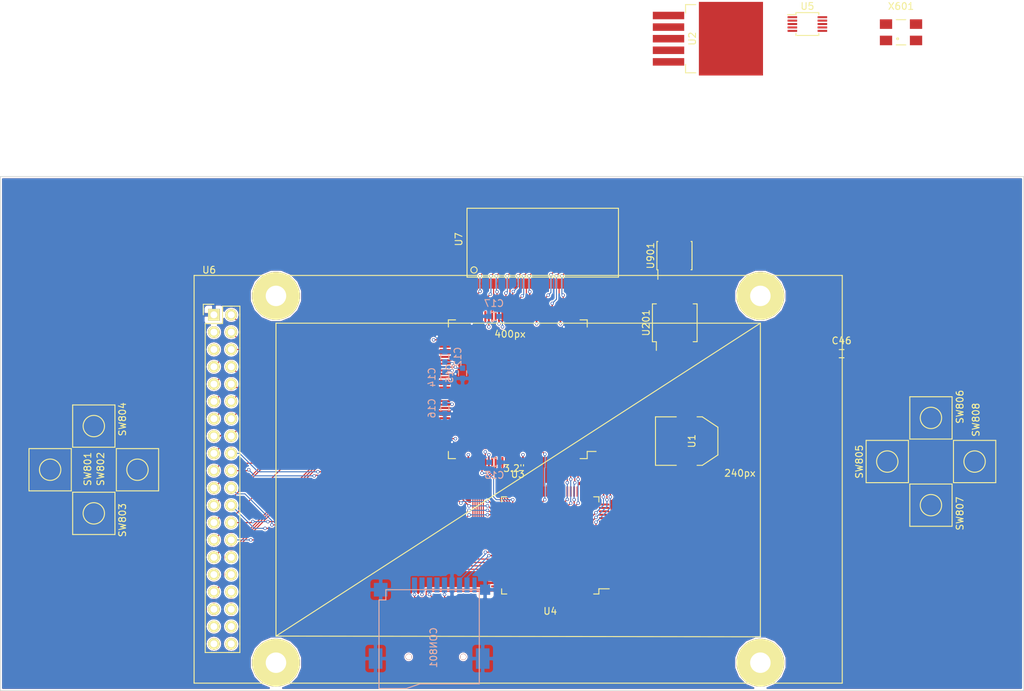
<source format=kicad_pcb>
(kicad_pcb (version 4) (host pcbnew "(2016-02-12 BZR 6554)-stable")

  (general
    (links 252)
    (no_connects 73)
    (area 55.549999 5.549373 205.650001 107.103)
    (thickness 1.6)
    (drawings 4)
    (tracks 864)
    (zones 0)
    (modules 26)
    (nets 193)
  )

  (page A4)
  (layers
    (0 F.Cu signal)
    (31 B.Cu signal)
    (32 B.Adhes user)
    (33 F.Adhes user)
    (34 B.Paste user)
    (35 F.Paste user)
    (36 B.SilkS user)
    (37 F.SilkS user)
    (38 B.Mask user)
    (39 F.Mask user)
    (40 Dwgs.User user)
    (41 Cmts.User user)
    (42 Eco1.User user)
    (43 Eco2.User user)
    (44 Edge.Cuts user)
    (45 Margin user)
    (46 B.CrtYd user)
    (47 F.CrtYd user)
    (48 B.Fab user)
    (49 F.Fab user)
  )

  (setup
    (last_trace_width 0.153)
    (trace_clearance 0.153)
    (zone_clearance 0.2)
    (zone_45_only no)
    (trace_min 0.153)
    (segment_width 0.2)
    (edge_width 0.1)
    (via_size 0.5)
    (via_drill 0.3)
    (via_min_size 0.4)
    (via_min_drill 0.3)
    (uvia_size 0.3)
    (uvia_drill 0.1)
    (uvias_allowed no)
    (uvia_min_size 0.2)
    (uvia_min_drill 0.1)
    (pcb_text_width 0.3)
    (pcb_text_size 1.5 1.5)
    (mod_edge_width 0.15)
    (mod_text_size 1 1)
    (mod_text_width 0.15)
    (pad_size 1.5 1.5)
    (pad_drill 0.6)
    (pad_to_mask_clearance 0)
    (aux_axis_origin 0 0)
    (visible_elements FFFFFF7F)
    (pcbplotparams
      (layerselection 0x00030_ffffffff)
      (usegerberextensions false)
      (excludeedgelayer true)
      (linewidth 0.100000)
      (plotframeref false)
      (viasonmask false)
      (mode 1)
      (useauxorigin false)
      (hpglpennumber 1)
      (hpglpenspeed 20)
      (hpglpendiameter 15)
      (psnegative false)
      (psa4output false)
      (plotreference true)
      (plotvalue true)
      (plotinvisibletext false)
      (padsonsilk false)
      (subtractmaskfromsilk false)
      (outputformat 1)
      (mirror false)
      (drillshape 1)
      (scaleselection 1)
      (outputdirectory ""))
  )

  (net 0 "")
  (net 1 /FSMC/DA13)
  (net 2 /FSMC/E1_N)
  (net 3 "Net-(C4-Pad1)")
  (net 4 VFPGA33)
  (net 5 +1V2)
  (net 6 /FSMC/A23)
  (net 7 /FSMC/A19)
  (net 8 /FSMC/A20)
  (net 9 /FSMC/A21)
  (net 10 /FSMC/A22)
  (net 11 "Net-(U4-Pad7)")
  (net 12 "Net-(U4-Pad8)")
  (net 13 "Net-(U4-Pad9)")
  (net 14 "Net-(U4-Pad33)")
  (net 15 "Net-(U4-Pad34)")
  (net 16 "Net-(U4-Pad35)")
  (net 17 "Net-(U4-Pad36)")
  (net 18 /FSMC/BOOT1)
  (net 19 /FSMC/DA4)
  (net 20 /FSMC/DA5)
  (net 21 /FSMC/DA6)
  (net 22 /FSMC/DA7)
  (net 23 /FSMC/DA8)
  (net 24 /FSMC/DA9)
  (net 25 /FSMC/DA10)
  (net 26 /FSMC/DA11)
  (net 27 /FSMC/DA12)
  (net 28 "Net-(U4-Pad47)")
  (net 29 "Net-(U4-Pad48)")
  (net 30 /FSMC/DA14)
  (net 31 /FSMC/DA15)
  (net 32 /FSMC/A16)
  (net 33 /FSMC/A17)
  (net 34 /FSMC/A18)
  (net 35 /FSMC/DA0)
  (net 36 /FSMC/DA1)
  (net 37 /FSMC/DA2)
  (net 38 /FSMC/DA3)
  (net 39 /FSMC/CLK)
  (net 40 /FSMC/OE_N)
  (net 41 /FSMC/WE_N)
  (net 42 /FSMC/WAIT_N)
  (net 43 /FSMC/JTDO)
  (net 44 /FSMC/JRST_N)
  (net 45 "Net-(U4-Pad91)")
  (net 46 "Net-(U4-Pad92)")
  (net 47 /FSMC/ADV_N)
  (net 48 "Net-(U4-Pad95)")
  (net 49 "Net-(U4-Pad96)")
  (net 50 /FSMC/BL0_N)
  (net 51 /FSMC/BL1_N)
  (net 52 VSTM33)
  (net 53 GND)
  (net 54 /powersupply/VCAP1)
  (net 55 /powersupply/VCAP2)
  (net 56 "Net-(U6-Pad5)")
  (net 57 "Net-(U6-Pad31)")
  (net 58 "Net-(U6-Pad35)")
  (net 59 "Net-(R14-Pad1)")
  (net 60 "Net-(U6-Pad38)")
  (net 61 "Net-(U6-Pad39)")
  (net 62 "Net-(U6-Pad40)")
  (net 63 /display/DB0)
  (net 64 /display/DB1)
  (net 65 /display/DB2)
  (net 66 /display/RS)
  (net 67 /display/DB3)
  (net 68 /display/WR)
  (net 69 /display/DB4)
  (net 70 /display/RD)
  (net 71 /display/DB5)
  (net 72 /display/DB8)
  (net 73 /display/DB6)
  (net 74 /display/DB9)
  (net 75 /display/DB7)
  (net 76 /display/DB10)
  (net 77 /display/DB11)
  (net 78 /display/DB12)
  (net 79 /display/DB13)
  (net 80 /display/DB14)
  (net 81 /display/DB15)
  (net 82 /display/CS)
  (net 83 /display/RST)
  (net 84 "Net-(U3-Pad73)")
  (net 85 /display/T_BUSY)
  (net 86 /display/T_IRQ)
  (net 87 /sdram/DQ0)
  (net 88 /sdram/DQ1)
  (net 89 /sdram/DQ2)
  (net 90 /sdram/DQ3)
  (net 91 /sdram/DQ4)
  (net 92 /sdram/DQ5)
  (net 93 /sdram/DQ6)
  (net 94 /sdram/DQ7)
  (net 95 /sdram/DQML)
  (net 96 /sdram/WE)
  (net 97 /sdram/CAS)
  (net 98 /sdram/RAS)
  (net 99 /sdram/CS)
  (net 100 /sdram/BA0)
  (net 101 /sdram/BA1)
  (net 102 /sdram/A10)
  (net 103 /sdram/A0)
  (net 104 /sdram/A1)
  (net 105 /sdram/A2)
  (net 106 /sdram/A3)
  (net 107 /sdram/A4)
  (net 108 /sdram/A5)
  (net 109 /sdram/A6)
  (net 110 /sdram/A7)
  (net 111 /sdram/A8)
  (net 112 /sdram/A9)
  (net 113 /sdram/A11)
  (net 114 "Net-(U7-Pad36)")
  (net 115 /sdram/CKE)
  (net 116 /sdram/CLK)
  (net 117 /sdram/DQMH)
  (net 118 "Net-(U7-Pad40)")
  (net 119 /sdram/DQ8)
  (net 120 /sdram/DQ9)
  (net 121 /sdram/DQ10)
  (net 122 /sdram/DQ11)
  (net 123 /sdram/DQ12)
  (net 124 /sdram/DQ13)
  (net 125 /sdram/DQ14)
  (net 126 /sdram/DQ15)
  (net 127 /sdcard/SDIO_D3)
  (net 128 /sdcard/SDIO_CLK)
  (net 129 /sdcard/SDIO_D0)
  (net 130 /sdcard/SDIO_D1)
  (net 131 /sdcard/SDIO_D2)
  (net 132 /debug/FTMS)
  (net 133 /debug/FTDI)
  (net 134 /debug/FTCK)
  (net 135 /debug/FTDO)
  (net 136 /debug/OSCIN)
  (net 137 /debug/OSCOUT)
  (net 138 /FSMC/SDIO_CMD)
  (net 139 /userif/SW_LEFT)
  (net 140 /userif/SW_UP)
  (net 141 /userif/SW_DOWN)
  (net 142 /userif/SW_RIGHT)
  (net 143 /FSMC/T_CS)
  (net 144 /FSMC/T_CLK)
  (net 145 /FSMC/T_DOUT)
  (net 146 /FSMC/T_DIN)
  (net 147 "Net-(U6-Pad30)")
  (net 148 "Net-(U6-Pad32)")
  (net 149 "Net-(U6-Pad34)")
  (net 150 "Net-(U6-Pad36)")
  (net 151 /sdcard/SW_B)
  (net 152 /sdcard/SW_A)
  (net 153 /sdcard/SW_C)
  (net 154 /sdcard/SW_D)
  (net 155 /powersupply/TOE)
  (net 156 /powersupply/CFG0)
  (net 157 /userif/RGBLED0)
  (net 158 /userif/RGBLED1)
  (net 159 /userif/RGBLED2)
  (net 160 /debug/JTMS)
  (net 161 /debug/JTCK)
  (net 162 /debug/JTDI)
  (net 163 /audio/ABCK)
  (net 164 /audio/AWS)
  (net 165 /audio/ADATA)
  (net 166 /audio/ACLK)
  (net 167 /audio/L3DATA)
  (net 168 /audio/L3MODE)
  (net 169 /audio/DACL)
  (net 170 /audio/DACR)
  (net 171 /audio/DACVREF)
  (net 172 "Net-(D1-Pad1)")
  (net 173 VSYS)
  (net 174 /sdram/CLK_50M)
  (net 175 VUSB)
  (net 176 /powersupply/CHG_ACTIVE_N)
  (net 177 "Net-(U5-Pad4)")
  (net 178 "Net-(R8-Pad1)")
  (net 179 /powersupply/USB_PRESENT_N)
  (net 180 "Net-(P2-Pad1)")
  (net 181 VBAT)
  (net 182 "Net-(X601-Pad1)")
  (net 183 /sdcard/SDCARD_DETECT)
  (net 184 /FSMC/BACKLIGHT_EN_N)
  (net 185 /debug/NRST)
  (net 186 /powersupply/SYS_VOLTAGE)
  (net 187 /powersupply/FPGA_ENABLE_N)
  (net 188 /powersupply/CHARGE_ENABLE)
  (net 189 /debug/BOOT0)
  (net 190 "Net-(R9-Pad1)")
  (net 191 /audio/FBL)
  (net 192 /audio/FBR)

  (net_class Default "This is the default net class."
    (clearance 0.153)
    (trace_width 0.153)
    (via_dia 0.5)
    (via_drill 0.3)
    (uvia_dia 0.3)
    (uvia_drill 0.1)
    (add_net +1V2)
    (add_net /FSMC/A16)
    (add_net /FSMC/A17)
    (add_net /FSMC/A18)
    (add_net /FSMC/A19)
    (add_net /FSMC/A20)
    (add_net /FSMC/A21)
    (add_net /FSMC/A22)
    (add_net /FSMC/A23)
    (add_net /FSMC/ADV_N)
    (add_net /FSMC/BACKLIGHT_EN_N)
    (add_net /FSMC/BL0_N)
    (add_net /FSMC/BL1_N)
    (add_net /FSMC/BOOT1)
    (add_net /FSMC/CLK)
    (add_net /FSMC/DA0)
    (add_net /FSMC/DA1)
    (add_net /FSMC/DA10)
    (add_net /FSMC/DA11)
    (add_net /FSMC/DA12)
    (add_net /FSMC/DA13)
    (add_net /FSMC/DA14)
    (add_net /FSMC/DA15)
    (add_net /FSMC/DA2)
    (add_net /FSMC/DA3)
    (add_net /FSMC/DA4)
    (add_net /FSMC/DA5)
    (add_net /FSMC/DA6)
    (add_net /FSMC/DA7)
    (add_net /FSMC/DA8)
    (add_net /FSMC/DA9)
    (add_net /FSMC/E1_N)
    (add_net /FSMC/JRST_N)
    (add_net /FSMC/JTDO)
    (add_net /FSMC/OE_N)
    (add_net /FSMC/SDIO_CMD)
    (add_net /FSMC/T_CLK)
    (add_net /FSMC/T_CS)
    (add_net /FSMC/T_DIN)
    (add_net /FSMC/T_DOUT)
    (add_net /FSMC/WAIT_N)
    (add_net /FSMC/WE_N)
    (add_net /audio/ABCK)
    (add_net /audio/ACLK)
    (add_net /audio/ADATA)
    (add_net /audio/AWS)
    (add_net /audio/DACL)
    (add_net /audio/DACR)
    (add_net /audio/DACVREF)
    (add_net /audio/FBL)
    (add_net /audio/FBR)
    (add_net /audio/L3DATA)
    (add_net /audio/L3MODE)
    (add_net /debug/BOOT0)
    (add_net /debug/FTCK)
    (add_net /debug/FTDI)
    (add_net /debug/FTDO)
    (add_net /debug/FTMS)
    (add_net /debug/JTCK)
    (add_net /debug/JTDI)
    (add_net /debug/JTMS)
    (add_net /debug/NRST)
    (add_net /debug/OSCIN)
    (add_net /debug/OSCOUT)
    (add_net /display/CS)
    (add_net /display/DB0)
    (add_net /display/DB1)
    (add_net /display/DB10)
    (add_net /display/DB11)
    (add_net /display/DB12)
    (add_net /display/DB13)
    (add_net /display/DB14)
    (add_net /display/DB15)
    (add_net /display/DB2)
    (add_net /display/DB3)
    (add_net /display/DB4)
    (add_net /display/DB5)
    (add_net /display/DB6)
    (add_net /display/DB7)
    (add_net /display/DB8)
    (add_net /display/DB9)
    (add_net /display/RD)
    (add_net /display/RS)
    (add_net /display/RST)
    (add_net /display/T_BUSY)
    (add_net /display/T_IRQ)
    (add_net /display/WR)
    (add_net /powersupply/CFG0)
    (add_net /powersupply/CHARGE_ENABLE)
    (add_net /powersupply/CHG_ACTIVE_N)
    (add_net /powersupply/FPGA_ENABLE_N)
    (add_net /powersupply/SYS_VOLTAGE)
    (add_net /powersupply/TOE)
    (add_net /powersupply/USB_PRESENT_N)
    (add_net /powersupply/VCAP1)
    (add_net /powersupply/VCAP2)
    (add_net /sdcard/SDCARD_DETECT)
    (add_net /sdcard/SDIO_CLK)
    (add_net /sdcard/SDIO_D0)
    (add_net /sdcard/SDIO_D1)
    (add_net /sdcard/SDIO_D2)
    (add_net /sdcard/SDIO_D3)
    (add_net /sdcard/SW_A)
    (add_net /sdcard/SW_B)
    (add_net /sdcard/SW_C)
    (add_net /sdcard/SW_D)
    (add_net /sdram/A0)
    (add_net /sdram/A1)
    (add_net /sdram/A10)
    (add_net /sdram/A11)
    (add_net /sdram/A2)
    (add_net /sdram/A3)
    (add_net /sdram/A4)
    (add_net /sdram/A5)
    (add_net /sdram/A6)
    (add_net /sdram/A7)
    (add_net /sdram/A8)
    (add_net /sdram/A9)
    (add_net /sdram/BA0)
    (add_net /sdram/BA1)
    (add_net /sdram/CAS)
    (add_net /sdram/CKE)
    (add_net /sdram/CLK)
    (add_net /sdram/CLK_50M)
    (add_net /sdram/CS)
    (add_net /sdram/DQ0)
    (add_net /sdram/DQ1)
    (add_net /sdram/DQ10)
    (add_net /sdram/DQ11)
    (add_net /sdram/DQ12)
    (add_net /sdram/DQ13)
    (add_net /sdram/DQ14)
    (add_net /sdram/DQ15)
    (add_net /sdram/DQ2)
    (add_net /sdram/DQ3)
    (add_net /sdram/DQ4)
    (add_net /sdram/DQ5)
    (add_net /sdram/DQ6)
    (add_net /sdram/DQ7)
    (add_net /sdram/DQ8)
    (add_net /sdram/DQ9)
    (add_net /sdram/DQMH)
    (add_net /sdram/DQML)
    (add_net /sdram/RAS)
    (add_net /sdram/WE)
    (add_net /userif/RGBLED0)
    (add_net /userif/RGBLED1)
    (add_net /userif/RGBLED2)
    (add_net /userif/SW_DOWN)
    (add_net /userif/SW_LEFT)
    (add_net /userif/SW_RIGHT)
    (add_net /userif/SW_UP)
    (add_net GND)
    (add_net "Net-(C4-Pad1)")
    (add_net "Net-(D1-Pad1)")
    (add_net "Net-(P2-Pad1)")
    (add_net "Net-(R14-Pad1)")
    (add_net "Net-(R8-Pad1)")
    (add_net "Net-(R9-Pad1)")
    (add_net "Net-(U3-Pad73)")
    (add_net "Net-(U4-Pad33)")
    (add_net "Net-(U4-Pad34)")
    (add_net "Net-(U4-Pad35)")
    (add_net "Net-(U4-Pad36)")
    (add_net "Net-(U4-Pad47)")
    (add_net "Net-(U4-Pad48)")
    (add_net "Net-(U4-Pad7)")
    (add_net "Net-(U4-Pad8)")
    (add_net "Net-(U4-Pad9)")
    (add_net "Net-(U4-Pad91)")
    (add_net "Net-(U4-Pad92)")
    (add_net "Net-(U4-Pad95)")
    (add_net "Net-(U4-Pad96)")
    (add_net "Net-(U5-Pad4)")
    (add_net "Net-(U6-Pad30)")
    (add_net "Net-(U6-Pad31)")
    (add_net "Net-(U6-Pad32)")
    (add_net "Net-(U6-Pad34)")
    (add_net "Net-(U6-Pad35)")
    (add_net "Net-(U6-Pad36)")
    (add_net "Net-(U6-Pad38)")
    (add_net "Net-(U6-Pad39)")
    (add_net "Net-(U6-Pad40)")
    (add_net "Net-(U6-Pad5)")
    (add_net "Net-(U7-Pad36)")
    (add_net "Net-(U7-Pad40)")
    (add_net "Net-(X601-Pad1)")
    (add_net VBAT)
    (add_net VFPGA33)
    (add_net VSTM33)
    (add_net VSYS)
    (add_net VUSB)
  )

  (module Housings_QFP:LQFP-144_20x20mm_Pitch0.5mm (layer F.Cu) (tedit 54130A77) (tstamp 56C45027)
    (at 131.443728 62.795542 180)
    (descr "144-Lead Plastic Low Profile Quad Flatpack (PL) - 20x20x1.40 mm Body [LQFP], 2.00 mm Footprint (see Microchip Packaging Specification 00000049BS.pdf)")
    (tags "QFP 0.5")
    (path /563244F7/56323459)
    (attr smd)
    (fp_text reference U3 (at 0 -12.475 180) (layer F.SilkS)
      (effects (font (size 1 1) (thickness 0.15)))
    )
    (fp_text value LFXP2-5E-6TN144C (at 0 12.475 180) (layer F.Fab)
      (effects (font (size 1 1) (thickness 0.15)))
    )
    (fp_line (start -11.75 -11.75) (end -11.75 11.75) (layer F.CrtYd) (width 0.05))
    (fp_line (start 11.75 -11.75) (end 11.75 11.75) (layer F.CrtYd) (width 0.05))
    (fp_line (start -11.75 -11.75) (end 11.75 -11.75) (layer F.CrtYd) (width 0.05))
    (fp_line (start -11.75 11.75) (end 11.75 11.75) (layer F.CrtYd) (width 0.05))
    (fp_line (start -10.175 -10.175) (end -10.175 -9.125) (layer F.SilkS) (width 0.15))
    (fp_line (start 10.175 -10.175) (end 10.175 -9.125) (layer F.SilkS) (width 0.15))
    (fp_line (start 10.175 10.175) (end 10.175 9.125) (layer F.SilkS) (width 0.15))
    (fp_line (start -10.175 10.175) (end -10.175 9.125) (layer F.SilkS) (width 0.15))
    (fp_line (start -10.175 -10.175) (end -9.125 -10.175) (layer F.SilkS) (width 0.15))
    (fp_line (start -10.175 10.175) (end -9.125 10.175) (layer F.SilkS) (width 0.15))
    (fp_line (start 10.175 10.175) (end 9.125 10.175) (layer F.SilkS) (width 0.15))
    (fp_line (start 10.175 -10.175) (end 9.125 -10.175) (layer F.SilkS) (width 0.15))
    (fp_line (start -10.175 -9.125) (end -11.475 -9.125) (layer F.SilkS) (width 0.15))
    (pad 1 smd rect (at -10.7 -8.75 180) (size 1.55 0.3) (layers F.Cu F.Paste F.Mask)
      (net 50 /FSMC/BL0_N))
    (pad 2 smd rect (at -10.7 -8.25 180) (size 1.55 0.3) (layers F.Cu F.Paste F.Mask)
      (net 51 /FSMC/BL1_N))
    (pad 3 smd rect (at -10.7 -7.75 180) (size 1.55 0.3) (layers F.Cu F.Paste F.Mask)
      (net 53 GND))
    (pad 4 smd rect (at -10.7 -7.25 180) (size 1.55 0.3) (layers F.Cu F.Paste F.Mask)
      (net 4 VFPGA33))
    (pad 5 smd rect (at -10.7 -6.75 180) (size 1.55 0.3) (layers F.Cu F.Paste F.Mask)
      (net 6 /FSMC/A23))
    (pad 6 smd rect (at -10.7 -6.25 180) (size 1.55 0.3) (layers F.Cu F.Paste F.Mask)
      (net 7 /FSMC/A19))
    (pad 7 smd rect (at -10.7 -5.75 180) (size 1.55 0.3) (layers F.Cu F.Paste F.Mask)
      (net 8 /FSMC/A20))
    (pad 8 smd rect (at -10.7 -5.25 180) (size 1.55 0.3) (layers F.Cu F.Paste F.Mask)
      (net 9 /FSMC/A21))
    (pad 9 smd rect (at -10.7 -4.75 180) (size 1.55 0.3) (layers F.Cu F.Paste F.Mask)
      (net 10 /FSMC/A22))
    (pad 10 smd rect (at -10.7 -4.25 180) (size 1.55 0.3) (layers F.Cu F.Paste F.Mask)
      (net 168 /audio/L3MODE))
    (pad 11 smd rect (at -10.7 -3.75 180) (size 1.55 0.3) (layers F.Cu F.Paste F.Mask)
      (net 165 /audio/ADATA))
    (pad 12 smd rect (at -10.7 -3.25 180) (size 1.55 0.3) (layers F.Cu F.Paste F.Mask)
      (net 53 GND))
    (pad 13 smd rect (at -10.7 -2.75 180) (size 1.55 0.3) (layers F.Cu F.Paste F.Mask)
      (net 167 /audio/L3DATA))
    (pad 14 smd rect (at -10.7 -2.25 180) (size 1.55 0.3) (layers F.Cu F.Paste F.Mask)
      (net 4 VFPGA33))
    (pad 15 smd rect (at -10.7 -1.75 180) (size 1.55 0.3) (layers F.Cu F.Paste F.Mask)
      (net 166 /audio/ACLK))
    (pad 16 smd rect (at -10.7 -1.25 180) (size 1.55 0.3) (layers F.Cu F.Paste F.Mask)
      (net 174 /sdram/CLK_50M))
    (pad 17 smd rect (at -10.7 -0.75 180) (size 1.55 0.3) (layers F.Cu F.Paste F.Mask)
      (net 164 /audio/AWS))
    (pad 18 smd rect (at -10.7 -0.25 180) (size 1.55 0.3) (layers F.Cu F.Paste F.Mask)
      (net 163 /audio/ABCK))
    (pad 19 smd rect (at -10.7 0.25 180) (size 1.55 0.3) (layers F.Cu F.Paste F.Mask)
      (net 107 /sdram/A4))
    (pad 20 smd rect (at -10.7 0.75 180) (size 1.55 0.3) (layers F.Cu F.Paste F.Mask)
      (net 108 /sdram/A5))
    (pad 21 smd rect (at -10.7 1.25 180) (size 1.55 0.3) (layers F.Cu F.Paste F.Mask)
      (net 109 /sdram/A6))
    (pad 22 smd rect (at -10.7 1.75 180) (size 1.55 0.3) (layers F.Cu F.Paste F.Mask)
      (net 110 /sdram/A7))
    (pad 23 smd rect (at -10.7 2.25 180) (size 1.55 0.3) (layers F.Cu F.Paste F.Mask)
      (net 4 VFPGA33))
    (pad 24 smd rect (at -10.7 2.75 180) (size 1.55 0.3) (layers F.Cu F.Paste F.Mask)
      (net 5 +1V2))
    (pad 25 smd rect (at -10.7 3.25 180) (size 1.55 0.3) (layers F.Cu F.Paste F.Mask)
      (net 155 /powersupply/TOE))
    (pad 26 smd rect (at -10.7 3.75 180) (size 1.55 0.3) (layers F.Cu F.Paste F.Mask)
      (net 156 /powersupply/CFG0))
    (pad 27 smd rect (at -10.7 4.25 180) (size 1.55 0.3) (layers F.Cu F.Paste F.Mask)
      (net 111 /sdram/A8))
    (pad 28 smd rect (at -10.7 4.75 180) (size 1.55 0.3) (layers F.Cu F.Paste F.Mask)
      (net 112 /sdram/A9))
    (pad 29 smd rect (at -10.7 5.25 180) (size 1.55 0.3) (layers F.Cu F.Paste F.Mask)
      (net 113 /sdram/A11))
    (pad 30 smd rect (at -10.7 5.75 180) (size 1.55 0.3) (layers F.Cu F.Paste F.Mask)
      (net 106 /sdram/A3))
    (pad 31 smd rect (at -10.7 6.25 180) (size 1.55 0.3) (layers F.Cu F.Paste F.Mask)
      (net 105 /sdram/A2))
    (pad 32 smd rect (at -10.7 6.75 180) (size 1.55 0.3) (layers F.Cu F.Paste F.Mask)
      (net 104 /sdram/A1))
    (pad 33 smd rect (at -10.7 7.25 180) (size 1.55 0.3) (layers F.Cu F.Paste F.Mask)
      (net 4 VFPGA33))
    (pad 34 smd rect (at -10.7 7.75 180) (size 1.55 0.3) (layers F.Cu F.Paste F.Mask)
      (net 53 GND))
    (pad 35 smd rect (at -10.7 8.25 180) (size 1.55 0.3) (layers F.Cu F.Paste F.Mask)
      (net 102 /sdram/A10))
    (pad 36 smd rect (at -10.7 8.75 180) (size 1.55 0.3) (layers F.Cu F.Paste F.Mask)
      (net 103 /sdram/A0))
    (pad 37 smd rect (at -8.75 10.7 270) (size 1.55 0.3) (layers F.Cu F.Paste F.Mask)
      (net 101 /sdram/BA1))
    (pad 38 smd rect (at -8.25 10.7 270) (size 1.55 0.3) (layers F.Cu F.Paste F.Mask)
      (net 100 /sdram/BA0))
    (pad 39 smd rect (at -7.75 10.7 270) (size 1.55 0.3) (layers F.Cu F.Paste F.Mask)
      (net 99 /sdram/CS))
    (pad 40 smd rect (at -7.25 10.7 270) (size 1.55 0.3) (layers F.Cu F.Paste F.Mask)
      (net 98 /sdram/RAS))
    (pad 41 smd rect (at -6.75 10.7 270) (size 1.55 0.3) (layers F.Cu F.Paste F.Mask)
      (net 53 GND))
    (pad 42 smd rect (at -6.25 10.7 270) (size 1.55 0.3) (layers F.Cu F.Paste F.Mask)
      (net 4 VFPGA33))
    (pad 43 smd rect (at -5.75 10.7 270) (size 1.55 0.3) (layers F.Cu F.Paste F.Mask)
      (net 115 /sdram/CKE))
    (pad 44 smd rect (at -5.25 10.7 270) (size 1.55 0.3) (layers F.Cu F.Paste F.Mask)
      (net 97 /sdram/CAS))
    (pad 45 smd rect (at -4.75 10.7 270) (size 1.55 0.3) (layers F.Cu F.Paste F.Mask)
      (net 116 /sdram/CLK))
    (pad 46 smd rect (at -4.25 10.7 270) (size 1.55 0.3) (layers F.Cu F.Paste F.Mask)
      (net 96 /sdram/WE))
    (pad 47 smd rect (at -3.75 10.7 270) (size 1.55 0.3) (layers F.Cu F.Paste F.Mask)
      (net 117 /sdram/DQMH))
    (pad 48 smd rect (at -3.25 10.7 270) (size 1.55 0.3) (layers F.Cu F.Paste F.Mask)
      (net 95 /sdram/DQML))
    (pad 49 smd rect (at -2.75 10.7 270) (size 1.55 0.3) (layers F.Cu F.Paste F.Mask)
      (net 4 VFPGA33))
    (pad 50 smd rect (at -2.25 10.7 270) (size 1.55 0.3) (layers F.Cu F.Paste F.Mask)
      (net 94 /sdram/DQ7))
    (pad 51 smd rect (at -1.75 10.7 270) (size 1.55 0.3) (layers F.Cu F.Paste F.Mask)
      (net 53 GND))
    (pad 52 smd rect (at -1.25 10.7 270) (size 1.55 0.3) (layers F.Cu F.Paste F.Mask)
      (net 119 /sdram/DQ8))
    (pad 53 smd rect (at -0.75 10.7 270) (size 1.55 0.3) (layers F.Cu F.Paste F.Mask)
      (net 93 /sdram/DQ6))
    (pad 54 smd rect (at -0.25 10.7 270) (size 1.55 0.3) (layers F.Cu F.Paste F.Mask)
      (net 120 /sdram/DQ9))
    (pad 55 smd rect (at 0.25 10.7 270) (size 1.55 0.3) (layers F.Cu F.Paste F.Mask)
      (net 92 /sdram/DQ5))
    (pad 56 smd rect (at 0.75 10.7 270) (size 1.55 0.3) (layers F.Cu F.Paste F.Mask)
      (net 121 /sdram/DQ10))
    (pad 57 smd rect (at 1.25 10.7 270) (size 1.55 0.3) (layers F.Cu F.Paste F.Mask)
      (net 91 /sdram/DQ4))
    (pad 58 smd rect (at 1.75 10.7 270) (size 1.55 0.3) (layers F.Cu F.Paste F.Mask)
      (net 122 /sdram/DQ11))
    (pad 59 smd rect (at 2.25 10.7 270) (size 1.55 0.3) (layers F.Cu F.Paste F.Mask)
      (net 5 +1V2))
    (pad 60 smd rect (at 2.75 10.7 270) (size 1.55 0.3) (layers F.Cu F.Paste F.Mask)
      (net 4 VFPGA33))
    (pad 61 smd rect (at 3.25 10.7 270) (size 1.55 0.3) (layers F.Cu F.Paste F.Mask)
      (net 90 /sdram/DQ3))
    (pad 62 smd rect (at 3.75 10.7 270) (size 1.55 0.3) (layers F.Cu F.Paste F.Mask)
      (net 123 /sdram/DQ12))
    (pad 63 smd rect (at 4.25 10.7 270) (size 1.55 0.3) (layers F.Cu F.Paste F.Mask)
      (net 4 VFPGA33))
    (pad 64 smd rect (at 4.75 10.7 270) (size 1.55 0.3) (layers F.Cu F.Paste F.Mask)
      (net 53 GND))
    (pad 65 smd rect (at 5.25 10.7 270) (size 1.55 0.3) (layers F.Cu F.Paste F.Mask)
      (net 89 /sdram/DQ2))
    (pad 66 smd rect (at 5.75 10.7 270) (size 1.55 0.3) (layers F.Cu F.Paste F.Mask)
      (net 124 /sdram/DQ13))
    (pad 67 smd rect (at 6.25 10.7 270) (size 1.55 0.3) (layers F.Cu F.Paste F.Mask)
      (net 4 VFPGA33))
    (pad 68 smd rect (at 6.75 10.7 270) (size 1.55 0.3) (layers F.Cu F.Paste F.Mask)
      (net 53 GND))
    (pad 69 smd rect (at 7.25 10.7 270) (size 1.55 0.3) (layers F.Cu F.Paste F.Mask)
      (net 88 /sdram/DQ1))
    (pad 70 smd rect (at 7.75 10.7 270) (size 1.55 0.3) (layers F.Cu F.Paste F.Mask)
      (net 125 /sdram/DQ14))
    (pad 71 smd rect (at 8.25 10.7 270) (size 1.55 0.3) (layers F.Cu F.Paste F.Mask)
      (net 87 /sdram/DQ0))
    (pad 72 smd rect (at 8.75 10.7 270) (size 1.55 0.3) (layers F.Cu F.Paste F.Mask)
      (net 126 /sdram/DQ15))
    (pad 73 smd rect (at 10.7 8.75 180) (size 1.55 0.3) (layers F.Cu F.Paste F.Mask)
      (net 84 "Net-(U3-Pad73)"))
    (pad 74 smd rect (at 10.7 8.25 180) (size 1.55 0.3) (layers F.Cu F.Paste F.Mask)
      (net 63 /display/DB0))
    (pad 75 smd rect (at 10.7 7.75 180) (size 1.55 0.3) (layers F.Cu F.Paste F.Mask)
      (net 53 GND))
    (pad 76 smd rect (at 10.7 7.25 180) (size 1.55 0.3) (layers F.Cu F.Paste F.Mask)
      (net 4 VFPGA33))
    (pad 77 smd rect (at 10.7 6.75 180) (size 1.55 0.3) (layers F.Cu F.Paste F.Mask)
      (net 64 /display/DB1))
    (pad 78 smd rect (at 10.7 6.25 180) (size 1.55 0.3) (layers F.Cu F.Paste F.Mask)
      (net 65 /display/DB2))
    (pad 79 smd rect (at 10.7 5.75 180) (size 1.55 0.3) (layers F.Cu F.Paste F.Mask)
      (net 132 /debug/FTMS))
    (pad 80 smd rect (at 10.7 5.25 180) (size 1.55 0.3) (layers F.Cu F.Paste F.Mask)
      (net 133 /debug/FTDI))
    (pad 81 smd rect (at 10.7 4.75 180) (size 1.55 0.3) (layers F.Cu F.Paste F.Mask)
      (net 134 /debug/FTCK))
    (pad 82 smd rect (at 10.7 4.25 180) (size 1.55 0.3) (layers F.Cu F.Paste F.Mask)
      (net 135 /debug/FTDO))
    (pad 83 smd rect (at 10.7 3.75 180) (size 1.55 0.3) (layers F.Cu F.Paste F.Mask)
      (net 4 VFPGA33))
    (pad 84 smd rect (at 10.7 3.25 180) (size 1.55 0.3) (layers F.Cu F.Paste F.Mask)
      (net 5 +1V2))
    (pad 85 smd rect (at 10.7 2.75 180) (size 1.55 0.3) (layers F.Cu F.Paste F.Mask)
      (net 4 VFPGA33))
    (pad 86 smd rect (at 10.7 2.25 180) (size 1.55 0.3) (layers F.Cu F.Paste F.Mask)
      (net 53 GND))
    (pad 87 smd rect (at 10.7 1.75 180) (size 1.55 0.3) (layers F.Cu F.Paste F.Mask)
      (net 66 /display/RS))
    (pad 88 smd rect (at 10.7 1.25 180) (size 1.55 0.3) (layers F.Cu F.Paste F.Mask)
      (net 67 /display/DB3))
    (pad 89 smd rect (at 10.7 0.75 180) (size 1.55 0.3) (layers F.Cu F.Paste F.Mask)
      (net 68 /display/WR))
    (pad 90 smd rect (at 10.7 0.25 180) (size 1.55 0.3) (layers F.Cu F.Paste F.Mask)
      (net 69 /display/DB4))
    (pad 91 smd rect (at 10.7 -0.25 180) (size 1.55 0.3) (layers F.Cu F.Paste F.Mask)
      (net 70 /display/RD))
    (pad 92 smd rect (at 10.7 -0.75 180) (size 1.55 0.3) (layers F.Cu F.Paste F.Mask)
      (net 71 /display/DB5))
    (pad 93 smd rect (at 10.7 -1.25 180) (size 1.55 0.3) (layers F.Cu F.Paste F.Mask)
      (net 72 /display/DB8))
    (pad 94 smd rect (at 10.7 -1.75 180) (size 1.55 0.3) (layers F.Cu F.Paste F.Mask)
      (net 73 /display/DB6))
    (pad 95 smd rect (at 10.7 -2.25 180) (size 1.55 0.3) (layers F.Cu F.Paste F.Mask)
      (net 4 VFPGA33))
    (pad 96 smd rect (at 10.7 -2.75 180) (size 1.55 0.3) (layers F.Cu F.Paste F.Mask)
      (net 74 /display/DB9))
    (pad 97 smd rect (at 10.7 -3.25 180) (size 1.55 0.3) (layers F.Cu F.Paste F.Mask)
      (net 53 GND))
    (pad 98 smd rect (at 10.7 -3.75 180) (size 1.55 0.3) (layers F.Cu F.Paste F.Mask)
      (net 75 /display/DB7))
    (pad 99 smd rect (at 10.7 -4.25 180) (size 1.55 0.3) (layers F.Cu F.Paste F.Mask)
      (net 76 /display/DB10))
    (pad 100 smd rect (at 10.7 -4.75 180) (size 1.55 0.3) (layers F.Cu F.Paste F.Mask)
      (net 77 /display/DB11))
    (pad 101 smd rect (at 10.7 -5.25 180) (size 1.55 0.3) (layers F.Cu F.Paste F.Mask)
      (net 78 /display/DB12))
    (pad 102 smd rect (at 10.7 -5.75 180) (size 1.55 0.3) (layers F.Cu F.Paste F.Mask)
      (net 79 /display/DB13))
    (pad 103 smd rect (at 10.7 -6.25 180) (size 1.55 0.3) (layers F.Cu F.Paste F.Mask)
      (net 80 /display/DB14))
    (pad 104 smd rect (at 10.7 -6.75 180) (size 1.55 0.3) (layers F.Cu F.Paste F.Mask)
      (net 81 /display/DB15))
    (pad 105 smd rect (at 10.7 -7.25 180) (size 1.55 0.3) (layers F.Cu F.Paste F.Mask)
      (net 4 VFPGA33))
    (pad 106 smd rect (at 10.7 -7.75 180) (size 1.55 0.3) (layers F.Cu F.Paste F.Mask)
      (net 53 GND))
    (pad 107 smd rect (at 10.7 -8.25 180) (size 1.55 0.3) (layers F.Cu F.Paste F.Mask)
      (net 82 /display/CS))
    (pad 108 smd rect (at 10.7 -8.75 180) (size 1.55 0.3) (layers F.Cu F.Paste F.Mask)
      (net 83 /display/RST))
    (pad 109 smd rect (at 8.75 -10.7 270) (size 1.55 0.3) (layers F.Cu F.Paste F.Mask)
      (net 34 /FSMC/A18))
    (pad 110 smd rect (at 8.25 -10.7 270) (size 1.55 0.3) (layers F.Cu F.Paste F.Mask)
      (net 33 /FSMC/A17))
    (pad 111 smd rect (at 7.75 -10.7 270) (size 1.55 0.3) (layers F.Cu F.Paste F.Mask)
      (net 53 GND))
    (pad 112 smd rect (at 7.25 -10.7 270) (size 1.55 0.3) (layers F.Cu F.Paste F.Mask)
      (net 4 VFPGA33))
    (pad 113 smd rect (at 6.75 -10.7 270) (size 1.55 0.3) (layers F.Cu F.Paste F.Mask)
      (net 32 /FSMC/A16))
    (pad 114 smd rect (at 6.25 -10.7 270) (size 1.55 0.3) (layers F.Cu F.Paste F.Mask)
      (net 184 /FSMC/BACKLIGHT_EN_N))
    (pad 115 smd rect (at 5.75 -10.7 270) (size 1.55 0.3) (layers F.Cu F.Paste F.Mask)
      (net 40 /FSMC/OE_N))
    (pad 116 smd rect (at 5.25 -10.7 270) (size 1.55 0.3) (layers F.Cu F.Paste F.Mask)
      (net 39 /FSMC/CLK))
    (pad 117 smd rect (at 4.75 -10.7 270) (size 1.55 0.3) (layers F.Cu F.Paste F.Mask)
      (net 4 VFPGA33))
    (pad 118 smd rect (at 4.25 -10.7 270) (size 1.55 0.3) (layers F.Cu F.Paste F.Mask)
      (net 5 +1V2))
    (pad 119 smd rect (at 3.75 -10.7 270) (size 1.55 0.3) (layers F.Cu F.Paste F.Mask)
      (net 31 /FSMC/DA15))
    (pad 120 smd rect (at 3.25 -10.7 270) (size 1.55 0.3) (layers F.Cu F.Paste F.Mask)
      (net 30 /FSMC/DA14))
    (pad 121 smd rect (at 2.75 -10.7 270) (size 1.55 0.3) (layers F.Cu F.Paste F.Mask)
      (net 1 /FSMC/DA13))
    (pad 122 smd rect (at 2.25 -10.7 270) (size 1.55 0.3) (layers F.Cu F.Paste F.Mask)
      (net 35 /FSMC/DA0))
    (pad 123 smd rect (at 1.75 -10.7 270) (size 1.55 0.3) (layers F.Cu F.Paste F.Mask)
      (net 36 /FSMC/DA1))
    (pad 124 smd rect (at 1.25 -10.7 270) (size 1.55 0.3) (layers F.Cu F.Paste F.Mask)
      (net 37 /FSMC/DA2))
    (pad 125 smd rect (at 0.75 -10.7 270) (size 1.55 0.3) (layers F.Cu F.Paste F.Mask)
      (net 38 /FSMC/DA3))
    (pad 126 smd rect (at 0.25 -10.7 270) (size 1.55 0.3) (layers F.Cu F.Paste F.Mask)
      (net 53 GND))
    (pad 127 smd rect (at -0.25 -10.7 270) (size 1.55 0.3) (layers F.Cu F.Paste F.Mask)
      (net 27 /FSMC/DA12))
    (pad 128 smd rect (at -0.75 -10.7 270) (size 1.55 0.3) (layers F.Cu F.Paste F.Mask)
      (net 4 VFPGA33))
    (pad 129 smd rect (at -1.25 -10.7 270) (size 1.55 0.3) (layers F.Cu F.Paste F.Mask)
      (net 26 /FSMC/DA11))
    (pad 130 smd rect (at -1.75 -10.7 270) (size 1.55 0.3) (layers F.Cu F.Paste F.Mask)
      (net 25 /FSMC/DA10))
    (pad 131 smd rect (at -2.25 -10.7 270) (size 1.55 0.3) (layers F.Cu F.Paste F.Mask)
      (net 24 /FSMC/DA9))
    (pad 132 smd rect (at -2.75 -10.7 270) (size 1.55 0.3) (layers F.Cu F.Paste F.Mask)
      (net 23 /FSMC/DA8))
    (pad 133 smd rect (at -3.25 -10.7 270) (size 1.55 0.3) (layers F.Cu F.Paste F.Mask)
      (net 22 /FSMC/DA7))
    (pad 134 smd rect (at -3.75 -10.7 270) (size 1.55 0.3) (layers F.Cu F.Paste F.Mask)
      (net 21 /FSMC/DA6))
    (pad 135 smd rect (at -4.25 -10.7 270) (size 1.55 0.3) (layers F.Cu F.Paste F.Mask)
      (net 53 GND))
    (pad 136 smd rect (at -4.75 -10.7 270) (size 1.55 0.3) (layers F.Cu F.Paste F.Mask)
      (net 4 VFPGA33))
    (pad 137 smd rect (at -5.25 -10.7 270) (size 1.55 0.3) (layers F.Cu F.Paste F.Mask)
      (net 20 /FSMC/DA5))
    (pad 138 smd rect (at -5.75 -10.7 270) (size 1.55 0.3) (layers F.Cu F.Paste F.Mask)
      (net 19 /FSMC/DA4))
    (pad 139 smd rect (at -6.25 -10.7 270) (size 1.55 0.3) (layers F.Cu F.Paste F.Mask)
      (net 53 GND))
    (pad 140 smd rect (at -6.75 -10.7 270) (size 1.55 0.3) (layers F.Cu F.Paste F.Mask)
      (net 4 VFPGA33))
    (pad 141 smd rect (at -7.25 -10.7 270) (size 1.55 0.3) (layers F.Cu F.Paste F.Mask)
      (net 41 /FSMC/WE_N))
    (pad 142 smd rect (at -7.75 -10.7 270) (size 1.55 0.3) (layers F.Cu F.Paste F.Mask)
      (net 42 /FSMC/WAIT_N))
    (pad 143 smd rect (at -8.25 -10.7 270) (size 1.55 0.3) (layers F.Cu F.Paste F.Mask)
      (net 2 /FSMC/E1_N))
    (pad 144 smd rect (at -8.75 -10.7 270) (size 1.55 0.3) (layers F.Cu F.Paste F.Mask)
      (net 47 /FSMC/ADV_N))
    (model Housings_QFP.3dshapes/LQFP-144_20x20mm_Pitch0.5mm.wrl
      (at (xyz 0 0 0))
      (scale (xyz 1 1 1))
      (rotate (xyz 0 0 0))
    )
  )

  (module itead-display:ITDB02-3.2WD (layer F.Cu) (tedit 56C6AB88) (tstamp 56C69EE3)
    (at 86.9 51.879)
    (path /563244F7/56C57ED6)
    (fp_text reference U6 (at -0.7 -6.575) (layer F.SilkS)
      (effects (font (size 1 1) (thickness 0.15)))
    )
    (fp_text value ITDB02-3.2WD (at 9.3 -6.575) (layer F.Fab)
      (effects (font (size 1 1) (thickness 0.15)))
    )
    (fp_text user 240px (at 77.1 23.225) (layer F.SilkS)
      (effects (font (size 1 1) (thickness 0.15)))
    )
    (fp_text user 400px (at 43.4 2.825) (layer F.SilkS)
      (effects (font (size 1 1) (thickness 0.15)))
    )
    (fp_text user 3.2" (at 44 22.525) (layer F.SilkS)
      (effects (font (size 1 1) (thickness 0.15)))
    )
    (fp_line (start 9.1 47.125) (end 80.1 1.225) (layer F.SilkS) (width 0.15))
    (fp_line (start 9.1 47.125) (end 9.1 1.225) (layer F.SilkS) (width 0.15))
    (fp_line (start 80.1 47.225) (end 9.1 47.125) (layer F.SilkS) (width 0.15))
    (fp_line (start 80.1 1.225) (end 80.1 47.225) (layer F.SilkS) (width 0.15))
    (fp_line (start 9.1 1.225) (end 80.1 1.225) (layer F.SilkS) (width 0.15))
    (fp_line (start -2.9 54.025) (end -2.9 -5.775) (layer F.SilkS) (width 0.15))
    (fp_line (start 92.1 54.025) (end -2.9 54.025) (layer F.SilkS) (width 0.15))
    (fp_line (start 92.1 -5.775) (end 92.1 54.025) (layer F.SilkS) (width 0.15))
    (fp_line (start -2.9 -5.775) (end 92.1 -5.775) (layer F.SilkS) (width 0.15))
    (fp_line (start -1.75 -1.7504) (end -1.75 50.0496) (layer F.CrtYd) (width 0.05))
    (fp_line (start 4.3 -1.7504) (end 4.3 50.0496) (layer F.CrtYd) (width 0.05))
    (fp_line (start -1.75 -1.7504) (end 4.3 -1.7504) (layer F.CrtYd) (width 0.05))
    (fp_line (start -1.75 50.0496) (end 4.3 50.0496) (layer F.CrtYd) (width 0.05))
    (fp_line (start 3.81 49.5296) (end 3.81 -1.2704) (layer F.SilkS) (width 0.15))
    (fp_line (start -1.27 1.2696) (end -1.27 49.5296) (layer F.SilkS) (width 0.15))
    (fp_line (start 3.81 49.5296) (end -1.27 49.5296) (layer F.SilkS) (width 0.15))
    (fp_line (start 3.81 -1.2704) (end 1.27 -1.2704) (layer F.SilkS) (width 0.15))
    (fp_line (start 0 -1.5504) (end -1.55 -1.5504) (layer F.SilkS) (width 0.15))
    (fp_line (start 1.27 -1.2704) (end 1.27 1.2696) (layer F.SilkS) (width 0.15))
    (fp_line (start 1.27 1.2696) (end -1.27 1.2696) (layer F.SilkS) (width 0.15))
    (fp_line (start -1.55 -1.5504) (end -1.55 -0.0004) (layer F.SilkS) (width 0.15))
    (pad 1 thru_hole rect (at 0 -0.0004) (size 1.7272 1.7272) (drill 1.016) (layers *.Cu *.Mask F.SilkS)
      (net 53 GND))
    (pad 2 thru_hole oval (at 2.54 -0.0004) (size 1.7272 1.7272) (drill 1.016) (layers *.Cu *.Mask F.SilkS)
      (net 63 /display/DB0))
    (pad 3 thru_hole oval (at 0 2.5396) (size 1.7272 1.7272) (drill 1.016) (layers *.Cu *.Mask F.SilkS)
      (net 4 VFPGA33))
    (pad 4 thru_hole oval (at 2.54 2.5396) (size 1.7272 1.7272) (drill 1.016) (layers *.Cu *.Mask F.SilkS)
      (net 64 /display/DB1))
    (pad 5 thru_hole oval (at 0 5.0796) (size 1.7272 1.7272) (drill 1.016) (layers *.Cu *.Mask F.SilkS)
      (net 56 "Net-(U6-Pad5)"))
    (pad 6 thru_hole oval (at 2.54 5.0796) (size 1.7272 1.7272) (drill 1.016) (layers *.Cu *.Mask F.SilkS)
      (net 65 /display/DB2))
    (pad 7 thru_hole oval (at 0 7.6196) (size 1.7272 1.7272) (drill 1.016) (layers *.Cu *.Mask F.SilkS)
      (net 66 /display/RS))
    (pad 8 thru_hole oval (at 2.54 7.6196) (size 1.7272 1.7272) (drill 1.016) (layers *.Cu *.Mask F.SilkS)
      (net 67 /display/DB3))
    (pad 9 thru_hole oval (at 0 10.1596) (size 1.7272 1.7272) (drill 1.016) (layers *.Cu *.Mask F.SilkS)
      (net 68 /display/WR))
    (pad 10 thru_hole oval (at 2.54 10.1596) (size 1.7272 1.7272) (drill 1.016) (layers *.Cu *.Mask F.SilkS)
      (net 69 /display/DB4))
    (pad 11 thru_hole oval (at 0 12.6996) (size 1.7272 1.7272) (drill 1.016) (layers *.Cu *.Mask F.SilkS)
      (net 70 /display/RD))
    (pad 12 thru_hole oval (at 2.54 12.6996) (size 1.7272 1.7272) (drill 1.016) (layers *.Cu *.Mask F.SilkS)
      (net 71 /display/DB5))
    (pad 13 thru_hole oval (at 0 15.2396) (size 1.7272 1.7272) (drill 1.016) (layers *.Cu *.Mask F.SilkS)
      (net 72 /display/DB8))
    (pad 14 thru_hole oval (at 2.54 15.2396) (size 1.7272 1.7272) (drill 1.016) (layers *.Cu *.Mask F.SilkS)
      (net 73 /display/DB6))
    (pad 15 thru_hole oval (at 0 17.7796) (size 1.7272 1.7272) (drill 1.016) (layers *.Cu *.Mask F.SilkS)
      (net 74 /display/DB9))
    (pad 16 thru_hole oval (at 2.54 17.7796) (size 1.7272 1.7272) (drill 1.016) (layers *.Cu *.Mask F.SilkS)
      (net 75 /display/DB7))
    (pad 17 thru_hole oval (at 0 20.3196) (size 1.7272 1.7272) (drill 1.016) (layers *.Cu *.Mask F.SilkS)
      (net 76 /display/DB10))
    (pad 18 thru_hole oval (at 2.54 20.3196) (size 1.7272 1.7272) (drill 1.016) (layers *.Cu *.Mask F.SilkS)
      (net 144 /FSMC/T_CLK))
    (pad 19 thru_hole oval (at 0 22.8596) (size 1.7272 1.7272) (drill 1.016) (layers *.Cu *.Mask F.SilkS)
      (net 77 /display/DB11))
    (pad 20 thru_hole oval (at 2.54 22.8596) (size 1.7272 1.7272) (drill 1.016) (layers *.Cu *.Mask F.SilkS)
      (net 143 /FSMC/T_CS))
    (pad 21 thru_hole oval (at 0 25.3996) (size 1.7272 1.7272) (drill 1.016) (layers *.Cu *.Mask F.SilkS)
      (net 78 /display/DB12))
    (pad 22 thru_hole oval (at 2.54 25.3996) (size 1.7272 1.7272) (drill 1.016) (layers *.Cu *.Mask F.SilkS)
      (net 146 /FSMC/T_DIN))
    (pad 23 thru_hole oval (at 0 27.9396) (size 1.7272 1.7272) (drill 1.016) (layers *.Cu *.Mask F.SilkS)
      (net 79 /display/DB13))
    (pad 24 thru_hole oval (at 2.54 27.9396) (size 1.7272 1.7272) (drill 1.016) (layers *.Cu *.Mask F.SilkS)
      (net 85 /display/T_BUSY))
    (pad 25 thru_hole oval (at 0 30.4796) (size 1.7272 1.7272) (drill 1.016) (layers *.Cu *.Mask F.SilkS)
      (net 80 /display/DB14))
    (pad 26 thru_hole oval (at 2.54 30.4796) (size 1.7272 1.7272) (drill 1.016) (layers *.Cu *.Mask F.SilkS)
      (net 145 /FSMC/T_DOUT))
    (pad 27 thru_hole oval (at 0 33.0196) (size 1.7272 1.7272) (drill 1.016) (layers *.Cu *.Mask F.SilkS)
      (net 81 /display/DB15))
    (pad 28 thru_hole oval (at 2.54 33.0196) (size 1.7272 1.7272) (drill 1.016) (layers *.Cu *.Mask F.SilkS)
      (net 86 /display/T_IRQ))
    (pad 29 thru_hole oval (at 0 35.5596) (size 1.7272 1.7272) (drill 1.016) (layers *.Cu *.Mask F.SilkS)
      (net 82 /display/CS))
    (pad 30 thru_hole oval (at 2.54 35.5596) (size 1.7272 1.7272) (drill 1.016) (layers *.Cu *.Mask F.SilkS)
      (net 147 "Net-(U6-Pad30)"))
    (pad 31 thru_hole oval (at 0 38.0996) (size 1.7272 1.7272) (drill 1.016) (layers *.Cu *.Mask F.SilkS)
      (net 57 "Net-(U6-Pad31)"))
    (pad 32 thru_hole oval (at 2.54 38.0996) (size 1.7272 1.7272) (drill 1.016) (layers *.Cu *.Mask F.SilkS)
      (net 148 "Net-(U6-Pad32)"))
    (pad 33 thru_hole oval (at 0 40.6396) (size 1.7272 1.7272) (drill 1.016) (layers *.Cu *.Mask F.SilkS)
      (net 83 /display/RST))
    (pad 34 thru_hole oval (at 2.54 40.6396) (size 1.7272 1.7272) (drill 1.016) (layers *.Cu *.Mask F.SilkS)
      (net 149 "Net-(U6-Pad34)"))
    (pad 35 thru_hole oval (at 0 43.1796) (size 1.7272 1.7272) (drill 1.016) (layers *.Cu *.Mask F.SilkS)
      (net 58 "Net-(U6-Pad35)"))
    (pad 36 thru_hole oval (at 2.54 43.1796) (size 1.7272 1.7272) (drill 1.016) (layers *.Cu *.Mask F.SilkS)
      (net 150 "Net-(U6-Pad36)"))
    (pad 37 thru_hole oval (at 0 45.7196) (size 1.7272 1.7272) (drill 1.016) (layers *.Cu *.Mask F.SilkS)
      (net 59 "Net-(R14-Pad1)"))
    (pad 38 thru_hole oval (at 2.54 45.7196) (size 1.7272 1.7272) (drill 1.016) (layers *.Cu *.Mask F.SilkS)
      (net 60 "Net-(U6-Pad38)"))
    (pad 39 thru_hole oval (at 0 48.2596) (size 1.7272 1.7272) (drill 1.016) (layers *.Cu *.Mask F.SilkS)
      (net 61 "Net-(U6-Pad39)"))
    (pad 40 thru_hole oval (at 2.54 48.2596) (size 1.7272 1.7272) (drill 1.016) (layers *.Cu *.Mask F.SilkS)
      (net 62 "Net-(U6-Pad40)"))
    (pad "" np_thru_hole circle (at 9.1 -2.775) (size 7 7) (drill 3) (layers *.Cu *.Mask F.SilkS))
    (pad "" np_thru_hole circle (at 9.1 51.025) (size 7 7) (drill 3) (layers *.Cu *.Mask F.SilkS))
    (pad "" np_thru_hole circle (at 80.1 -2.775) (size 7 7) (drill 3) (layers *.Cu *.Mask F.SilkS))
    (pad "" np_thru_hole circle (at 80.1 51.025) (size 7 7) (drill 3) (layers *.Cu *.Mask F.SilkS))
    (model Pin_Headers.3dshapes/Pin_Header_Straight_2x20.wrl
      (at (xyz 0.05 -0.95 0))
      (scale (xyz 1 1 1))
      (rotate (xyz 0 0 90))
    )
  )

  (module smd:TSOP-54 (layer F.Cu) (tedit 56C6D015) (tstamp 56C6E984)
    (at 124.7 47.3)
    (path /563244F7/56C702B2)
    (fp_text reference U7 (at -1.9 -6.5 90) (layer F.SilkS)
      (effects (font (size 1 1) (thickness 0.15)))
    )
    (fp_text value IS42S16800F (at 10.05 -5.8) (layer F.Fab)
      (effects (font (size 1 1) (thickness 0.15)))
    )
    (fp_circle (center 0.323502 -2) (end 0.55 -1.6) (layer F.SilkS) (width 0.15))
    (fp_line (start 21.5 -11.05) (end -0.7 -11.05) (layer F.SilkS) (width 0.15))
    (fp_line (start 21.5 -0.95) (end 21.5 -11.05) (layer F.SilkS) (width 0.15))
    (fp_line (start -0.7 -0.95) (end 21.5 -0.95) (layer F.SilkS) (width 0.15))
    (fp_line (start -0.7 -11.05) (end -0.7 -0.95) (layer F.SilkS) (width 0.15))
    (pad 1 smd rect (at 0 0) (size 0.55 1.5) (layers F.Cu F.Paste F.Mask)
      (net 4 VFPGA33))
    (pad 2 smd rect (at 0.8 0) (size 0.55 1.5) (layers F.Cu F.Paste F.Mask)
      (net 87 /sdram/DQ0))
    (pad 3 smd rect (at 1.6 0) (size 0.55 1.5) (layers F.Cu F.Paste F.Mask)
      (net 53 GND))
    (pad 4 smd rect (at 2.4 0) (size 0.55 1.5) (layers F.Cu F.Paste F.Mask)
      (net 88 /sdram/DQ1))
    (pad 5 smd rect (at 3.2 0) (size 0.55 1.5) (layers F.Cu F.Paste F.Mask)
      (net 89 /sdram/DQ2))
    (pad 6 smd rect (at 4 0) (size 0.55 1.5) (layers F.Cu F.Paste F.Mask)
      (net 53 GND))
    (pad 7 smd rect (at 4.8 0) (size 0.55 1.5) (layers F.Cu F.Paste F.Mask)
      (net 90 /sdram/DQ3))
    (pad 8 smd rect (at 5.6 0) (size 0.55 1.5) (layers F.Cu F.Paste F.Mask)
      (net 91 /sdram/DQ4))
    (pad 9 smd rect (at 6.4 0) (size 0.55 1.5) (layers F.Cu F.Paste F.Mask)
      (net 53 GND))
    (pad 10 smd rect (at 7.2 0) (size 0.55 1.5) (layers F.Cu F.Paste F.Mask)
      (net 92 /sdram/DQ5))
    (pad 11 smd rect (at 8 0) (size 0.55 1.5) (layers F.Cu F.Paste F.Mask)
      (net 93 /sdram/DQ6))
    (pad 12 smd rect (at 8.8 0) (size 0.55 1.5) (layers F.Cu F.Paste F.Mask)
      (net 53 GND))
    (pad 13 smd rect (at 9.6 0) (size 0.55 1.5) (layers F.Cu F.Paste F.Mask)
      (net 94 /sdram/DQ7))
    (pad 14 smd rect (at 10.4 0) (size 0.55 1.5) (layers F.Cu F.Paste F.Mask)
      (net 4 VFPGA33))
    (pad 15 smd rect (at 11.2 0) (size 0.55 1.5) (layers F.Cu F.Paste F.Mask)
      (net 95 /sdram/DQML))
    (pad 16 smd rect (at 12 0) (size 0.55 1.5) (layers F.Cu F.Paste F.Mask)
      (net 96 /sdram/WE))
    (pad 17 smd rect (at 12.8 0) (size 0.55 1.5) (layers F.Cu F.Paste F.Mask)
      (net 97 /sdram/CAS))
    (pad 18 smd rect (at 13.6 0) (size 0.55 1.5) (layers F.Cu F.Paste F.Mask)
      (net 98 /sdram/RAS))
    (pad 19 smd rect (at 14.4 0) (size 0.55 1.5) (layers F.Cu F.Paste F.Mask)
      (net 99 /sdram/CS))
    (pad 20 smd rect (at 15.2 0) (size 0.55 1.5) (layers F.Cu F.Paste F.Mask)
      (net 100 /sdram/BA0))
    (pad 21 smd rect (at 16 0) (size 0.55 1.5) (layers F.Cu F.Paste F.Mask)
      (net 101 /sdram/BA1))
    (pad 22 smd rect (at 16.8 0) (size 0.55 1.5) (layers F.Cu F.Paste F.Mask)
      (net 102 /sdram/A10))
    (pad 23 smd rect (at 17.6 0) (size 0.55 1.5) (layers F.Cu F.Paste F.Mask)
      (net 103 /sdram/A0))
    (pad 24 smd rect (at 18.4 0) (size 0.55 1.5) (layers F.Cu F.Paste F.Mask)
      (net 104 /sdram/A1))
    (pad 25 smd rect (at 19.2 0) (size 0.55 1.5) (layers F.Cu F.Paste F.Mask)
      (net 105 /sdram/A2))
    (pad 26 smd rect (at 20 0) (size 0.55 1.5) (layers F.Cu F.Paste F.Mask)
      (net 106 /sdram/A3))
    (pad 27 smd rect (at 20.8 0) (size 0.55 1.5) (layers F.Cu F.Paste F.Mask)
      (net 4 VFPGA33))
    (pad 28 smd rect (at 20.8 -12) (size 0.55 1.5) (layers F.Cu F.Paste F.Mask)
      (net 4 VFPGA33))
    (pad 29 smd rect (at 20 -12) (size 0.55 1.5) (layers F.Cu F.Paste F.Mask)
      (net 107 /sdram/A4))
    (pad 30 smd rect (at 19.2 -12) (size 0.55 1.5) (layers F.Cu F.Paste F.Mask)
      (net 108 /sdram/A5))
    (pad 31 smd rect (at 18.4 -12) (size 0.55 1.5) (layers F.Cu F.Paste F.Mask)
      (net 109 /sdram/A6))
    (pad 32 smd rect (at 17.6 -12) (size 0.55 1.5) (layers F.Cu F.Paste F.Mask)
      (net 110 /sdram/A7))
    (pad 33 smd rect (at 16.8 -12) (size 0.55 1.5) (layers F.Cu F.Paste F.Mask)
      (net 111 /sdram/A8))
    (pad 34 smd rect (at 16 -12) (size 0.55 1.5) (layers F.Cu F.Paste F.Mask)
      (net 112 /sdram/A9))
    (pad 35 smd rect (at 15.2 -12) (size 0.55 1.5) (layers F.Cu F.Paste F.Mask)
      (net 113 /sdram/A11))
    (pad 36 smd rect (at 14.4 -12) (size 0.55 1.5) (layers F.Cu F.Paste F.Mask)
      (net 114 "Net-(U7-Pad36)"))
    (pad 37 smd rect (at 13.6 -12) (size 0.55 1.5) (layers F.Cu F.Paste F.Mask)
      (net 115 /sdram/CKE))
    (pad 38 smd rect (at 12.8 -12) (size 0.55 1.5) (layers F.Cu F.Paste F.Mask)
      (net 116 /sdram/CLK))
    (pad 39 smd rect (at 12 -12) (size 0.55 1.5) (layers F.Cu F.Paste F.Mask)
      (net 117 /sdram/DQMH))
    (pad 40 smd rect (at 11.2 -12) (size 0.55 1.5) (layers F.Cu F.Paste F.Mask)
      (net 118 "Net-(U7-Pad40)"))
    (pad 41 smd rect (at 10.4 -12) (size 0.55 1.5) (layers F.Cu F.Paste F.Mask)
      (net 4 VFPGA33))
    (pad 42 smd rect (at 9.6 -12) (size 0.55 1.5) (layers F.Cu F.Paste F.Mask)
      (net 119 /sdram/DQ8))
    (pad 43 smd rect (at 8.8 -12) (size 0.55 1.5) (layers F.Cu F.Paste F.Mask)
      (net 53 GND))
    (pad 44 smd rect (at 8 -12) (size 0.55 1.5) (layers F.Cu F.Paste F.Mask)
      (net 120 /sdram/DQ9))
    (pad 45 smd rect (at 7.2 -12) (size 0.55 1.5) (layers F.Cu F.Paste F.Mask)
      (net 121 /sdram/DQ10))
    (pad 46 smd rect (at 6.4 -12) (size 0.55 1.5) (layers F.Cu F.Paste F.Mask)
      (net 53 GND))
    (pad 47 smd rect (at 5.6 -12) (size 0.55 1.5) (layers F.Cu F.Paste F.Mask)
      (net 122 /sdram/DQ11))
    (pad 48 smd rect (at 4.8 -12) (size 0.55 1.5) (layers F.Cu F.Paste F.Mask)
      (net 123 /sdram/DQ12))
    (pad 49 smd rect (at 4 -12) (size 0.55 1.5) (layers F.Cu F.Paste F.Mask)
      (net 53 GND))
    (pad 50 smd rect (at 3.2 -12) (size 0.55 1.5) (layers F.Cu F.Paste F.Mask)
      (net 124 /sdram/DQ13))
    (pad 51 smd rect (at 2.4 -12) (size 0.55 1.5) (layers F.Cu F.Paste F.Mask)
      (net 125 /sdram/DQ14))
    (pad 52 smd rect (at 1.6 -12) (size 0.55 1.5) (layers F.Cu F.Paste F.Mask)
      (net 53 GND))
    (pad 53 smd rect (at 0.8 -12) (size 0.55 1.5) (layers F.Cu F.Paste F.Mask)
      (net 126 /sdram/DQ15))
    (pad 54 smd rect (at 0 -12) (size 0.55 1.5) (layers F.Cu F.Paste F.Mask)
      (net 4 VFPGA33))
  )

  (module TO_SOT_Packages_SMD:SOT-223 (layer F.Cu) (tedit 0) (tstamp 56C44F93)
    (at 156.198 70.4 270)
    (descr "module CMS SOT223 4 pins")
    (tags "CMS SOT")
    (path /563244F7/5632574B)
    (attr smd)
    (fp_text reference U1 (at 0 -0.762 270) (layer F.SilkS)
      (effects (font (size 1 1) (thickness 0.15)))
    )
    (fp_text value LD1117S12CTR (at 0 0.762 270) (layer F.Fab)
      (effects (font (size 1 1) (thickness 0.15)))
    )
    (fp_line (start -3.556 1.524) (end -3.556 4.572) (layer F.SilkS) (width 0.15))
    (fp_line (start -3.556 4.572) (end 3.556 4.572) (layer F.SilkS) (width 0.15))
    (fp_line (start 3.556 4.572) (end 3.556 1.524) (layer F.SilkS) (width 0.15))
    (fp_line (start -3.556 -1.524) (end -3.556 -2.286) (layer F.SilkS) (width 0.15))
    (fp_line (start -3.556 -2.286) (end -2.032 -4.572) (layer F.SilkS) (width 0.15))
    (fp_line (start -2.032 -4.572) (end 2.032 -4.572) (layer F.SilkS) (width 0.15))
    (fp_line (start 2.032 -4.572) (end 3.556 -2.286) (layer F.SilkS) (width 0.15))
    (fp_line (start 3.556 -2.286) (end 3.556 -1.524) (layer F.SilkS) (width 0.15))
    (pad 4 smd rect (at 0 -3.302 270) (size 3.6576 2.032) (layers F.Cu F.Paste F.Mask))
    (pad 2 smd rect (at 0 3.302 270) (size 1.016 2.032) (layers F.Cu F.Paste F.Mask)
      (net 3 "Net-(C4-Pad1)"))
    (pad 3 smd rect (at 2.286 3.302 270) (size 1.016 2.032) (layers F.Cu F.Paste F.Mask)
      (net 4 VFPGA33))
    (pad 1 smd rect (at -2.286 3.302 270) (size 1.016 2.032) (layers F.Cu F.Paste F.Mask)
      (net 53 GND))
    (model TO_SOT_Packages_SMD.3dshapes/SOT-223.wrl
      (at (xyz 0 0 0))
      (scale (xyz 0.4 0.4 0.4))
      (rotate (xyz 0 0 0))
    )
  )

  (module Capacitors_SMD:C_0603 (layer B.Cu) (tedit 5415D631) (tstamp 56C6B203)
    (at 120.75 58.05 90)
    (descr "Capacitor SMD 0603, reflow soldering, AVX (see smccp.pdf)")
    (tags "capacitor 0603")
    (path /563244F7/563274E4)
    (attr smd)
    (fp_text reference C12 (at 0 1.9 90) (layer B.SilkS)
      (effects (font (size 1 1) (thickness 0.15)) (justify mirror))
    )
    (fp_text value 100n (at 0 -1.9 90) (layer B.Fab)
      (effects (font (size 1 1) (thickness 0.15)) (justify mirror))
    )
    (fp_line (start -1.45 0.75) (end 1.45 0.75) (layer B.CrtYd) (width 0.05))
    (fp_line (start -1.45 -0.75) (end 1.45 -0.75) (layer B.CrtYd) (width 0.05))
    (fp_line (start -1.45 0.75) (end -1.45 -0.75) (layer B.CrtYd) (width 0.05))
    (fp_line (start 1.45 0.75) (end 1.45 -0.75) (layer B.CrtYd) (width 0.05))
    (fp_line (start -0.35 0.6) (end 0.35 0.6) (layer B.SilkS) (width 0.15))
    (fp_line (start 0.35 -0.6) (end -0.35 -0.6) (layer B.SilkS) (width 0.15))
    (pad 1 smd rect (at -0.75 0 90) (size 0.8 0.75) (layers B.Cu B.Paste B.Mask)
      (net 4 VFPGA33))
    (pad 2 smd rect (at 0.75 0 90) (size 0.8 0.75) (layers B.Cu B.Paste B.Mask)
      (net 53 GND))
    (model Capacitors_SMD.3dshapes/C_0603.wrl
      (at (xyz 0 0 0))
      (scale (xyz 1 1 1))
      (rotate (xyz 0 0 0))
    )
  )

  (module Capacitors_SMD:C_0603_HandSoldering (layer F.Cu) (tedit 541A9B4D) (tstamp 56C6E945)
    (at 178.905888 57.576694)
    (descr "Capacitor SMD 0603, hand soldering")
    (tags "capacitor 0603")
    (path /563244F7/56C786E8)
    (attr smd)
    (fp_text reference C46 (at 0 -1.9) (layer F.SilkS)
      (effects (font (size 1 1) (thickness 0.15)))
    )
    (fp_text value 100n (at 0 1.9) (layer F.Fab)
      (effects (font (size 1 1) (thickness 0.15)))
    )
    (fp_line (start -1.85 -0.75) (end 1.85 -0.75) (layer F.CrtYd) (width 0.05))
    (fp_line (start -1.85 0.75) (end 1.85 0.75) (layer F.CrtYd) (width 0.05))
    (fp_line (start -1.85 -0.75) (end -1.85 0.75) (layer F.CrtYd) (width 0.05))
    (fp_line (start 1.85 -0.75) (end 1.85 0.75) (layer F.CrtYd) (width 0.05))
    (fp_line (start -0.35 -0.6) (end 0.35 -0.6) (layer F.SilkS) (width 0.15))
    (fp_line (start 0.35 0.6) (end -0.35 0.6) (layer F.SilkS) (width 0.15))
    (pad 1 smd rect (at -0.95 0) (size 1.2 0.75) (layers F.Cu F.Paste F.Mask)
      (net 4 VFPGA33))
    (pad 2 smd rect (at 0.95 0) (size 1.2 0.75) (layers F.Cu F.Paste F.Mask)
      (net 53 GND))
    (model Capacitors_SMD.3dshapes/C_0603_HandSoldering.wrl
      (at (xyz 0 0 0))
      (scale (xyz 1 1 1))
      (rotate (xyz 0 0 0))
    )
  )

  (module footprints:LQFP-100_14x14mm_Pitch0.5mm-SMALLCORNER (layer F.Cu) (tedit 56C73E19) (tstamp 56C74747)
    (at 136.2 85.7 180)
    (descr "LQFP100: plastic low profile quad flat package; 100 leads; body 14 x 14 x 1.4 mm (see NXP sot407-1_po.pdf and sot407-1_fr.pdf)")
    (tags "QFP 0.5")
    (path /563244F7/56C476C3)
    (attr smd)
    (fp_text reference U4 (at 0 -9.65 180) (layer F.SilkS)
      (effects (font (size 1 1) (thickness 0.15)))
    )
    (fp_text value STM32F407VGT (at 0 9.65 180) (layer F.Fab)
      (effects (font (size 1 1) (thickness 0.15)))
    )
    (fp_line (start -8.9 -8.9) (end -8.9 8.9) (layer F.CrtYd) (width 0.05))
    (fp_line (start 8.9 -8.9) (end 8.9 8.9) (layer F.CrtYd) (width 0.05))
    (fp_line (start -8.9 -8.9) (end 8.9 -8.9) (layer F.CrtYd) (width 0.05))
    (fp_line (start -8.9 8.9) (end 8.9 8.9) (layer F.CrtYd) (width 0.05))
    (fp_line (start -7.125 -7.125) (end -7.125 -6.365) (layer F.SilkS) (width 0.15))
    (fp_line (start 7.125 -7.125) (end 7.125 -6.365) (layer F.SilkS) (width 0.15))
    (fp_line (start 7.125 7.125) (end 7.125 6.365) (layer F.SilkS) (width 0.15))
    (fp_line (start -7.125 7.125) (end -7.125 6.365) (layer F.SilkS) (width 0.15))
    (fp_line (start -7.125 -7.125) (end -6.365 -7.125) (layer F.SilkS) (width 0.15))
    (fp_line (start -7.125 7.125) (end -6.365 7.125) (layer F.SilkS) (width 0.15))
    (fp_line (start 7.125 7.125) (end 6.365 7.125) (layer F.SilkS) (width 0.15))
    (fp_line (start 7.125 -7.125) (end 6.365 -7.125) (layer F.SilkS) (width 0.15))
    (fp_line (start -7.125 -6.365) (end -8.65 -6.365) (layer F.SilkS) (width 0.15))
    (pad 1 smd rect (at -7.95 -6 180) (size 1.4 0.28) (layers F.Cu F.Paste F.Mask)
      (net 6 /FSMC/A23))
    (pad 2 smd rect (at -7.9 -5.5 180) (size 1.5 0.28) (layers F.Cu F.Paste F.Mask)
      (net 7 /FSMC/A19))
    (pad 3 smd rect (at -7.9 -5 180) (size 1.5 0.28) (layers F.Cu F.Paste F.Mask)
      (net 8 /FSMC/A20))
    (pad 4 smd rect (at -7.9 -4.5 180) (size 1.5 0.28) (layers F.Cu F.Paste F.Mask)
      (net 9 /FSMC/A21))
    (pad 5 smd rect (at -7.9 -4 180) (size 1.5 0.28) (layers F.Cu F.Paste F.Mask)
      (net 10 /FSMC/A22))
    (pad 6 smd rect (at -7.9 -3.5 180) (size 1.5 0.28) (layers F.Cu F.Paste F.Mask)
      (net 52 VSTM33))
    (pad 7 smd rect (at -7.9 -3 180) (size 1.5 0.28) (layers F.Cu F.Paste F.Mask)
      (net 11 "Net-(U4-Pad7)"))
    (pad 8 smd rect (at -7.9 -2.5 180) (size 1.5 0.28) (layers F.Cu F.Paste F.Mask)
      (net 12 "Net-(U4-Pad8)"))
    (pad 9 smd rect (at -7.9 -2 180) (size 1.5 0.28) (layers F.Cu F.Paste F.Mask)
      (net 13 "Net-(U4-Pad9)"))
    (pad 10 smd rect (at -7.9 -1.5 180) (size 1.5 0.28) (layers F.Cu F.Paste F.Mask)
      (net 53 GND))
    (pad 11 smd rect (at -7.9 -1 180) (size 1.5 0.28) (layers F.Cu F.Paste F.Mask)
      (net 52 VSTM33))
    (pad 12 smd rect (at -7.9 -0.5 180) (size 1.5 0.28) (layers F.Cu F.Paste F.Mask)
      (net 136 /debug/OSCIN))
    (pad 13 smd rect (at -7.9 0 180) (size 1.5 0.28) (layers F.Cu F.Paste F.Mask)
      (net 137 /debug/OSCOUT))
    (pad 14 smd rect (at -7.9 0.5 180) (size 1.5 0.28) (layers F.Cu F.Paste F.Mask)
      (net 185 /debug/NRST))
    (pad 15 smd rect (at -7.9 1 180) (size 1.5 0.28) (layers F.Cu F.Paste F.Mask)
      (net 153 /sdcard/SW_C))
    (pad 16 smd rect (at -7.9 1.5 180) (size 1.5 0.28) (layers F.Cu F.Paste F.Mask)
      (net 154 /sdcard/SW_D))
    (pad 17 smd rect (at -7.9 2 180) (size 1.5 0.28) (layers F.Cu F.Paste F.Mask)
      (net 152 /sdcard/SW_A))
    (pad 18 smd rect (at -7.9 2.5 180) (size 1.5 0.28) (layers F.Cu F.Paste F.Mask)
      (net 151 /sdcard/SW_B))
    (pad 19 smd rect (at -7.9 3 180) (size 1.5 0.28) (layers F.Cu F.Paste F.Mask)
      (net 52 VSTM33))
    (pad 20 smd rect (at -7.9 3.5 180) (size 1.5 0.28) (layers F.Cu F.Paste F.Mask)
      (net 53 GND))
    (pad 21 smd rect (at -7.9 4 180) (size 1.5 0.28) (layers F.Cu F.Paste F.Mask)
      (net 52 VSTM33))
    (pad 22 smd rect (at -7.9 4.5 180) (size 1.5 0.28) (layers F.Cu F.Paste F.Mask)
      (net 52 VSTM33))
    (pad 23 smd rect (at -7.9 5 180) (size 1.5 0.28) (layers F.Cu F.Paste F.Mask)
      (net 157 /userif/RGBLED0))
    (pad 24 smd rect (at -7.9 5.5 180) (size 1.5 0.28) (layers F.Cu F.Paste F.Mask)
      (net 158 /userif/RGBLED1))
    (pad 25 smd rect (at -7.95 6 180) (size 1.4 0.28) (layers F.Cu F.Paste F.Mask)
      (net 159 /userif/RGBLED2))
    (pad 26 smd rect (at -6 7.95 270) (size 1.4 0.28) (layers F.Cu F.Paste F.Mask)
      (net 186 /powersupply/SYS_VOLTAGE))
    (pad 27 smd rect (at -5.5 7.9 270) (size 1.5 0.28) (layers F.Cu F.Paste F.Mask)
      (net 53 GND))
    (pad 28 smd rect (at -5 7.9 270) (size 1.5 0.28) (layers F.Cu F.Paste F.Mask)
      (net 52 VSTM33))
    (pad 29 smd rect (at -4.5 7.9 270) (size 1.5 0.28) (layers F.Cu F.Paste F.Mask)
      (net 179 /powersupply/USB_PRESENT_N))
    (pad 30 smd rect (at -4 7.9 270) (size 1.5 0.28) (layers F.Cu F.Paste F.Mask)
      (net 176 /powersupply/CHG_ACTIVE_N))
    (pad 31 smd rect (at -3.5 7.9 270) (size 1.5 0.28) (layers F.Cu F.Paste F.Mask)
      (net 187 /powersupply/FPGA_ENABLE_N))
    (pad 32 smd rect (at -3 7.9 270) (size 1.5 0.28) (layers F.Cu F.Paste F.Mask)
      (net 188 /powersupply/CHARGE_ENABLE))
    (pad 33 smd rect (at -2.5 7.9 270) (size 1.5 0.28) (layers F.Cu F.Paste F.Mask)
      (net 14 "Net-(U4-Pad33)"))
    (pad 34 smd rect (at -2 7.9 270) (size 1.5 0.28) (layers F.Cu F.Paste F.Mask)
      (net 15 "Net-(U4-Pad34)"))
    (pad 35 smd rect (at -1.5 7.9 270) (size 1.5 0.28) (layers F.Cu F.Paste F.Mask)
      (net 16 "Net-(U4-Pad35)"))
    (pad 36 smd rect (at -1 7.9 270) (size 1.5 0.28) (layers F.Cu F.Paste F.Mask)
      (net 17 "Net-(U4-Pad36)"))
    (pad 37 smd rect (at -0.5 7.9 270) (size 1.5 0.28) (layers F.Cu F.Paste F.Mask)
      (net 18 /FSMC/BOOT1))
    (pad 38 smd rect (at 0 7.9 270) (size 1.5 0.28) (layers F.Cu F.Paste F.Mask)
      (net 19 /FSMC/DA4))
    (pad 39 smd rect (at 0.5 7.9 270) (size 1.5 0.28) (layers F.Cu F.Paste F.Mask)
      (net 20 /FSMC/DA5))
    (pad 40 smd rect (at 1 7.9 270) (size 1.5 0.28) (layers F.Cu F.Paste F.Mask)
      (net 21 /FSMC/DA6))
    (pad 41 smd rect (at 1.5 7.9 270) (size 1.5 0.28) (layers F.Cu F.Paste F.Mask)
      (net 22 /FSMC/DA7))
    (pad 42 smd rect (at 2 7.9 270) (size 1.5 0.28) (layers F.Cu F.Paste F.Mask)
      (net 23 /FSMC/DA8))
    (pad 43 smd rect (at 2.5 7.9 270) (size 1.5 0.28) (layers F.Cu F.Paste F.Mask)
      (net 24 /FSMC/DA9))
    (pad 44 smd rect (at 3 7.9 270) (size 1.5 0.28) (layers F.Cu F.Paste F.Mask)
      (net 25 /FSMC/DA10))
    (pad 45 smd rect (at 3.5 7.9 270) (size 1.5 0.28) (layers F.Cu F.Paste F.Mask)
      (net 26 /FSMC/DA11))
    (pad 46 smd rect (at 4 7.9 270) (size 1.5 0.28) (layers F.Cu F.Paste F.Mask)
      (net 27 /FSMC/DA12))
    (pad 47 smd rect (at 4.5 7.9 270) (size 1.5 0.28) (layers F.Cu F.Paste F.Mask)
      (net 28 "Net-(U4-Pad47)"))
    (pad 48 smd rect (at 5 7.9 270) (size 1.5 0.28) (layers F.Cu F.Paste F.Mask)
      (net 29 "Net-(U4-Pad48)"))
    (pad 49 smd rect (at 5.5 7.9 270) (size 1.5 0.28) (layers F.Cu F.Paste F.Mask)
      (net 54 /powersupply/VCAP1))
    (pad 50 smd rect (at 6 7.95 270) (size 1.4 0.28) (layers F.Cu F.Paste F.Mask)
      (net 52 VSTM33))
    (pad 51 smd rect (at 7.95 6 180) (size 1.4 0.28) (layers F.Cu F.Paste F.Mask)
      (net 143 /FSMC/T_CS))
    (pad 52 smd rect (at 7.9 5.5 180) (size 1.5 0.28) (layers F.Cu F.Paste F.Mask)
      (net 144 /FSMC/T_CLK))
    (pad 53 smd rect (at 7.9 5 180) (size 1.5 0.28) (layers F.Cu F.Paste F.Mask)
      (net 145 /FSMC/T_DOUT))
    (pad 54 smd rect (at 7.9 4.5 180) (size 1.5 0.28) (layers F.Cu F.Paste F.Mask)
      (net 146 /FSMC/T_DIN))
    (pad 55 smd rect (at 7.9 4 180) (size 1.5 0.28) (layers F.Cu F.Paste F.Mask)
      (net 1 /FSMC/DA13))
    (pad 56 smd rect (at 7.9 3.5 180) (size 1.5 0.28) (layers F.Cu F.Paste F.Mask)
      (net 30 /FSMC/DA14))
    (pad 57 smd rect (at 7.9 3 180) (size 1.5 0.28) (layers F.Cu F.Paste F.Mask)
      (net 31 /FSMC/DA15))
    (pad 58 smd rect (at 7.9 2.5 180) (size 1.5 0.28) (layers F.Cu F.Paste F.Mask)
      (net 32 /FSMC/A16))
    (pad 59 smd rect (at 7.9 2 180) (size 1.5 0.28) (layers F.Cu F.Paste F.Mask)
      (net 33 /FSMC/A17))
    (pad 60 smd rect (at 7.9 1.5 180) (size 1.5 0.28) (layers F.Cu F.Paste F.Mask)
      (net 34 /FSMC/A18))
    (pad 61 smd rect (at 7.9 1 180) (size 1.5 0.28) (layers F.Cu F.Paste F.Mask)
      (net 35 /FSMC/DA0))
    (pad 62 smd rect (at 7.9 0.5 180) (size 1.5 0.28) (layers F.Cu F.Paste F.Mask)
      (net 36 /FSMC/DA1))
    (pad 63 smd rect (at 7.9 0 180) (size 1.5 0.28) (layers F.Cu F.Paste F.Mask)
      (net 85 /display/T_BUSY))
    (pad 64 smd rect (at 7.9 -0.5 180) (size 1.5 0.28) (layers F.Cu F.Paste F.Mask)
      (net 86 /display/T_IRQ))
    (pad 65 smd rect (at 7.9 -1 180) (size 1.5 0.28) (layers F.Cu F.Paste F.Mask)
      (net 129 /sdcard/SDIO_D0))
    (pad 66 smd rect (at 7.9 -1.5 180) (size 1.5 0.28) (layers F.Cu F.Paste F.Mask)
      (net 130 /sdcard/SDIO_D1))
    (pad 67 smd rect (at 7.9 -2 180) (size 1.5 0.28) (layers F.Cu F.Paste F.Mask)
      (net 140 /userif/SW_UP))
    (pad 68 smd rect (at 7.9 -2.5 180) (size 1.5 0.28) (layers F.Cu F.Paste F.Mask)
      (net 142 /userif/SW_RIGHT))
    (pad 69 smd rect (at 7.9 -3 180) (size 1.5 0.28) (layers F.Cu F.Paste F.Mask)
      (net 139 /userif/SW_LEFT))
    (pad 70 smd rect (at 7.9 -3.5 180) (size 1.5 0.28) (layers F.Cu F.Paste F.Mask)
      (net 141 /userif/SW_DOWN))
    (pad 71 smd rect (at 7.9 -4 180) (size 1.5 0.28) (layers F.Cu F.Paste F.Mask)
      (net 183 /sdcard/SDCARD_DETECT))
    (pad 72 smd rect (at 7.9 -4.5 180) (size 1.5 0.28) (layers F.Cu F.Paste F.Mask)
      (net 160 /debug/JTMS))
    (pad 73 smd rect (at 7.9 -5 180) (size 1.5 0.28) (layers F.Cu F.Paste F.Mask)
      (net 55 /powersupply/VCAP2))
    (pad 74 smd rect (at 7.9 -5.5 180) (size 1.5 0.28) (layers F.Cu F.Paste F.Mask)
      (net 53 GND))
    (pad 75 smd rect (at 7.95 -6 180) (size 1.4 0.28) (layers F.Cu F.Paste F.Mask)
      (net 52 VSTM33))
    (pad 76 smd rect (at 6 -7.95 270) (size 1.4 0.28) (layers F.Cu F.Paste F.Mask)
      (net 161 /debug/JTCK))
    (pad 77 smd rect (at 5.5 -7.9 270) (size 1.5 0.28) (layers F.Cu F.Paste F.Mask)
      (net 162 /debug/JTDI))
    (pad 78 smd rect (at 5 -7.9 270) (size 1.5 0.28) (layers F.Cu F.Paste F.Mask)
      (net 131 /sdcard/SDIO_D2))
    (pad 79 smd rect (at 4.5 -7.9 270) (size 1.5 0.28) (layers F.Cu F.Paste F.Mask)
      (net 127 /sdcard/SDIO_D3))
    (pad 80 smd rect (at 4 -7.9 270) (size 1.5 0.28) (layers F.Cu F.Paste F.Mask)
      (net 128 /sdcard/SDIO_CLK))
    (pad 81 smd rect (at 3.5 -7.9 270) (size 1.5 0.28) (layers F.Cu F.Paste F.Mask)
      (net 37 /FSMC/DA2))
    (pad 82 smd rect (at 3 -7.9 270) (size 1.5 0.28) (layers F.Cu F.Paste F.Mask)
      (net 38 /FSMC/DA3))
    (pad 83 smd rect (at 2.5 -7.9 270) (size 1.5 0.28) (layers F.Cu F.Paste F.Mask)
      (net 138 /FSMC/SDIO_CMD))
    (pad 84 smd rect (at 2 -7.9 270) (size 1.5 0.28) (layers F.Cu F.Paste F.Mask)
      (net 39 /FSMC/CLK))
    (pad 85 smd rect (at 1.5 -7.9 270) (size 1.5 0.28) (layers F.Cu F.Paste F.Mask)
      (net 40 /FSMC/OE_N))
    (pad 86 smd rect (at 1 -7.9 270) (size 1.5 0.28) (layers F.Cu F.Paste F.Mask)
      (net 41 /FSMC/WE_N))
    (pad 87 smd rect (at 0.5 -7.9 270) (size 1.5 0.28) (layers F.Cu F.Paste F.Mask)
      (net 42 /FSMC/WAIT_N))
    (pad 88 smd rect (at 0 -7.9 270) (size 1.5 0.28) (layers F.Cu F.Paste F.Mask)
      (net 2 /FSMC/E1_N))
    (pad 89 smd rect (at -0.5 -7.9 270) (size 1.5 0.28) (layers F.Cu F.Paste F.Mask)
      (net 43 /FSMC/JTDO))
    (pad 90 smd rect (at -1 -7.9 270) (size 1.5 0.28) (layers F.Cu F.Paste F.Mask)
      (net 44 /FSMC/JRST_N))
    (pad 91 smd rect (at -1.5 -7.9 270) (size 1.5 0.28) (layers F.Cu F.Paste F.Mask)
      (net 45 "Net-(U4-Pad91)"))
    (pad 92 smd rect (at -2 -7.9 270) (size 1.5 0.28) (layers F.Cu F.Paste F.Mask)
      (net 46 "Net-(U4-Pad92)"))
    (pad 93 smd rect (at -2.5 -7.9 270) (size 1.5 0.28) (layers F.Cu F.Paste F.Mask)
      (net 47 /FSMC/ADV_N))
    (pad 94 smd rect (at -3 -7.9 270) (size 1.5 0.28) (layers F.Cu F.Paste F.Mask)
      (net 189 /debug/BOOT0))
    (pad 95 smd rect (at -3.5 -7.9 270) (size 1.5 0.28) (layers F.Cu F.Paste F.Mask)
      (net 48 "Net-(U4-Pad95)"))
    (pad 96 smd rect (at -4 -7.9 270) (size 1.5 0.28) (layers F.Cu F.Paste F.Mask)
      (net 49 "Net-(U4-Pad96)"))
    (pad 97 smd rect (at -4.5 -7.9 270) (size 1.5 0.28) (layers F.Cu F.Paste F.Mask)
      (net 50 /FSMC/BL0_N))
    (pad 98 smd rect (at -5 -7.9 270) (size 1.5 0.28) (layers F.Cu F.Paste F.Mask)
      (net 51 /FSMC/BL1_N))
    (pad 99 smd rect (at -5.5 -7.9 270) (size 1.5 0.28) (layers F.Cu F.Paste F.Mask)
      (net 53 GND))
    (pad 100 smd rect (at -6 -7.95 270) (size 1.4 0.28) (layers F.Cu F.Paste F.Mask)
      (net 52 VSTM33))
    (model Housings_QFP.3dshapes/LQFP-100_14x14mm_Pitch0.5mm.wrl
      (at (xyz 0 0 0))
      (scale (xyz 1 1 1))
      (rotate (xyz 0 0 0))
    )
  )

  (module smd:Tactile_Switch (layer F.Cu) (tedit 56A7EE42) (tstamp 56C768EE)
    (at 62.9 74.6 90)
    (path /56C86141/56C875E6)
    (fp_text reference SW801 (at 0.1 5.5 90) (layer F.SilkS)
      (effects (font (size 1 1) (thickness 0.15)))
    )
    (fp_text value LEFT (at 0 0 180) (layer F.Fab)
      (effects (font (size 1 1) (thickness 0.15)))
    )
    (fp_circle (center 0 0) (end 1.4 0.7) (layer F.SilkS) (width 0.15))
    (fp_line (start 3.1 -3.1) (end -3.1 -3.1) (layer F.SilkS) (width 0.15))
    (fp_line (start 3.1 3.1) (end 3.1 -3.1) (layer F.SilkS) (width 0.15))
    (fp_line (start -3.1 3.1) (end 3.1 3.1) (layer F.SilkS) (width 0.15))
    (fp_line (start -3.1 -3.1) (end -3.1 3.1) (layer F.SilkS) (width 0.15))
    (pad 1 smd rect (at -3.975 -2.25 90) (size 1.55 1.3) (layers F.Cu F.Paste F.Mask)
      (net 139 /userif/SW_LEFT))
    (pad 1 smd rect (at 3.975 -2.25 90) (size 1.55 1.3) (layers F.Cu F.Paste F.Mask)
      (net 139 /userif/SW_LEFT))
    (pad 2 smd rect (at -3.975 2.25 90) (size 1.55 1.3) (layers F.Cu F.Paste F.Mask)
      (net 53 GND))
    (pad 2 smd rect (at 3.975 2.25 90) (size 1.55 1.3) (layers F.Cu F.Paste F.Mask)
      (net 53 GND))
  )

  (module smd:Tactile_Switch (layer F.Cu) (tedit 56A7EE42) (tstamp 56C768F6)
    (at 75.7 74.6 270)
    (path /56C86141/56C87530)
    (fp_text reference SW802 (at -0.1 5.4 270) (layer F.SilkS)
      (effects (font (size 1 1) (thickness 0.15)))
    )
    (fp_text value UP (at -6.4 6.4 360) (layer F.Fab)
      (effects (font (size 1 1) (thickness 0.15)))
    )
    (fp_circle (center 0 0) (end 1.4 0.7) (layer F.SilkS) (width 0.15))
    (fp_line (start 3.1 -3.1) (end -3.1 -3.1) (layer F.SilkS) (width 0.15))
    (fp_line (start 3.1 3.1) (end 3.1 -3.1) (layer F.SilkS) (width 0.15))
    (fp_line (start -3.1 3.1) (end 3.1 3.1) (layer F.SilkS) (width 0.15))
    (fp_line (start -3.1 -3.1) (end -3.1 3.1) (layer F.SilkS) (width 0.15))
    (pad 1 smd rect (at -3.975 -2.25 270) (size 1.55 1.3) (layers F.Cu F.Paste F.Mask)
      (net 140 /userif/SW_UP))
    (pad 1 smd rect (at 3.975 -2.25 270) (size 1.55 1.3) (layers F.Cu F.Paste F.Mask)
      (net 140 /userif/SW_UP))
    (pad 2 smd rect (at -3.975 2.25 270) (size 1.55 1.3) (layers F.Cu F.Paste F.Mask)
      (net 53 GND))
    (pad 2 smd rect (at 3.975 2.25 270) (size 1.55 1.3) (layers F.Cu F.Paste F.Mask)
      (net 53 GND))
  )

  (module smd:Tactile_Switch (layer F.Cu) (tedit 56A7EE42) (tstamp 56C768FE)
    (at 69.3 81 270)
    (path /56C86141/56C87621)
    (fp_text reference SW803 (at 1 -4.2 270) (layer F.SilkS)
      (effects (font (size 1 1) (thickness 0.15)))
    )
    (fp_text value DOWN (at 0 0 360) (layer F.Fab)
      (effects (font (size 1 1) (thickness 0.15)))
    )
    (fp_circle (center 0 0) (end 1.4 0.7) (layer F.SilkS) (width 0.15))
    (fp_line (start 3.1 -3.1) (end -3.1 -3.1) (layer F.SilkS) (width 0.15))
    (fp_line (start 3.1 3.1) (end 3.1 -3.1) (layer F.SilkS) (width 0.15))
    (fp_line (start -3.1 3.1) (end 3.1 3.1) (layer F.SilkS) (width 0.15))
    (fp_line (start -3.1 -3.1) (end -3.1 3.1) (layer F.SilkS) (width 0.15))
    (pad 1 smd rect (at -3.975 -2.25 270) (size 1.55 1.3) (layers F.Cu F.Paste F.Mask)
      (net 141 /userif/SW_DOWN))
    (pad 1 smd rect (at 3.975 -2.25 270) (size 1.55 1.3) (layers F.Cu F.Paste F.Mask)
      (net 141 /userif/SW_DOWN))
    (pad 2 smd rect (at -3.975 2.25 270) (size 1.55 1.3) (layers F.Cu F.Paste F.Mask)
      (net 53 GND))
    (pad 2 smd rect (at 3.975 2.25 270) (size 1.55 1.3) (layers F.Cu F.Paste F.Mask)
      (net 53 GND))
  )

  (module smd:Tactile_Switch (layer F.Cu) (tedit 56A7EE42) (tstamp 56C76906)
    (at 69.3 68.2 90)
    (path /56C86141/56C875BA)
    (fp_text reference SW804 (at 1 4.2 90) (layer F.SilkS)
      (effects (font (size 1 1) (thickness 0.15)))
    )
    (fp_text value RIGHT (at -6.375 6.35 180) (layer F.Fab)
      (effects (font (size 1 1) (thickness 0.15)))
    )
    (fp_circle (center 0 0) (end 1.4 0.7) (layer F.SilkS) (width 0.15))
    (fp_line (start 3.1 -3.1) (end -3.1 -3.1) (layer F.SilkS) (width 0.15))
    (fp_line (start 3.1 3.1) (end 3.1 -3.1) (layer F.SilkS) (width 0.15))
    (fp_line (start -3.1 3.1) (end 3.1 3.1) (layer F.SilkS) (width 0.15))
    (fp_line (start -3.1 -3.1) (end -3.1 3.1) (layer F.SilkS) (width 0.15))
    (pad 1 smd rect (at -3.975 -2.25 90) (size 1.55 1.3) (layers F.Cu F.Paste F.Mask)
      (net 142 /userif/SW_RIGHT))
    (pad 1 smd rect (at 3.975 -2.25 90) (size 1.55 1.3) (layers F.Cu F.Paste F.Mask)
      (net 142 /userif/SW_RIGHT))
    (pad 2 smd rect (at -3.975 2.25 90) (size 1.55 1.3) (layers F.Cu F.Paste F.Mask)
      (net 53 GND))
    (pad 2 smd rect (at 3.975 2.25 90) (size 1.55 1.3) (layers F.Cu F.Paste F.Mask)
      (net 53 GND))
  )

  (module smd:Tactile_Switch (layer F.Cu) (tedit 56A7EE42) (tstamp 56C7690E)
    (at 185.6 73.4 270)
    (path /56C86141/56C88438)
    (fp_text reference SW805 (at 0.025 4.1 270) (layer F.SilkS)
      (effects (font (size 1 1) (thickness 0.15)))
    )
    (fp_text value B (at 0.025 0 360) (layer F.Fab)
      (effects (font (size 1 1) (thickness 0.15)))
    )
    (fp_circle (center 0 0) (end 1.4 0.7) (layer F.SilkS) (width 0.15))
    (fp_line (start 3.1 -3.1) (end -3.1 -3.1) (layer F.SilkS) (width 0.15))
    (fp_line (start 3.1 3.1) (end 3.1 -3.1) (layer F.SilkS) (width 0.15))
    (fp_line (start -3.1 3.1) (end 3.1 3.1) (layer F.SilkS) (width 0.15))
    (fp_line (start -3.1 -3.1) (end -3.1 3.1) (layer F.SilkS) (width 0.15))
    (pad 1 smd rect (at -3.975 -2.25 270) (size 1.55 1.3) (layers F.Cu F.Paste F.Mask)
      (net 151 /sdcard/SW_B))
    (pad 1 smd rect (at 3.975 -2.25 270) (size 1.55 1.3) (layers F.Cu F.Paste F.Mask)
      (net 151 /sdcard/SW_B))
    (pad 2 smd rect (at -3.975 2.25 270) (size 1.55 1.3) (layers F.Cu F.Paste F.Mask)
      (net 53 GND))
    (pad 2 smd rect (at 3.975 2.25 270) (size 1.55 1.3) (layers F.Cu F.Paste F.Mask)
      (net 53 GND))
  )

  (module smd:Tactile_Switch (layer F.Cu) (tedit 56A7EE42) (tstamp 56C76916)
    (at 192 67 90)
    (path /56C86141/56C8842C)
    (fp_text reference SW806 (at 1.625 4.25 90) (layer F.SilkS)
      (effects (font (size 1 1) (thickness 0.15)))
    )
    (fp_text value A (at 0 0 180) (layer F.Fab)
      (effects (font (size 1 1) (thickness 0.15)))
    )
    (fp_circle (center 0 0) (end 1.4 0.7) (layer F.SilkS) (width 0.15))
    (fp_line (start 3.1 -3.1) (end -3.1 -3.1) (layer F.SilkS) (width 0.15))
    (fp_line (start 3.1 3.1) (end 3.1 -3.1) (layer F.SilkS) (width 0.15))
    (fp_line (start -3.1 3.1) (end 3.1 3.1) (layer F.SilkS) (width 0.15))
    (fp_line (start -3.1 -3.1) (end -3.1 3.1) (layer F.SilkS) (width 0.15))
    (pad 1 smd rect (at -3.975 -2.25 90) (size 1.55 1.3) (layers F.Cu F.Paste F.Mask)
      (net 152 /sdcard/SW_A))
    (pad 1 smd rect (at 3.975 -2.25 90) (size 1.55 1.3) (layers F.Cu F.Paste F.Mask)
      (net 152 /sdcard/SW_A))
    (pad 2 smd rect (at -3.975 2.25 90) (size 1.55 1.3) (layers F.Cu F.Paste F.Mask)
      (net 53 GND))
    (pad 2 smd rect (at 3.975 2.25 90) (size 1.55 1.3) (layers F.Cu F.Paste F.Mask)
      (net 53 GND))
  )

  (module smd:Tactile_Switch (layer F.Cu) (tedit 56A7EE42) (tstamp 56C7691E)
    (at 192 79.8 90)
    (path /56C86141/56C8843E)
    (fp_text reference SW807 (at -1.225 4.25 90) (layer F.SilkS)
      (effects (font (size 1 1) (thickness 0.15)))
    )
    (fp_text value C (at 0 0 180) (layer F.Fab)
      (effects (font (size 1 1) (thickness 0.15)))
    )
    (fp_circle (center 0 0) (end 1.4 0.7) (layer F.SilkS) (width 0.15))
    (fp_line (start 3.1 -3.1) (end -3.1 -3.1) (layer F.SilkS) (width 0.15))
    (fp_line (start 3.1 3.1) (end 3.1 -3.1) (layer F.SilkS) (width 0.15))
    (fp_line (start -3.1 3.1) (end 3.1 3.1) (layer F.SilkS) (width 0.15))
    (fp_line (start -3.1 -3.1) (end -3.1 3.1) (layer F.SilkS) (width 0.15))
    (pad 1 smd rect (at -3.975 -2.25 90) (size 1.55 1.3) (layers F.Cu F.Paste F.Mask)
      (net 153 /sdcard/SW_C))
    (pad 1 smd rect (at 3.975 -2.25 90) (size 1.55 1.3) (layers F.Cu F.Paste F.Mask)
      (net 153 /sdcard/SW_C))
    (pad 2 smd rect (at -3.975 2.25 90) (size 1.55 1.3) (layers F.Cu F.Paste F.Mask)
      (net 53 GND))
    (pad 2 smd rect (at 3.975 2.25 90) (size 1.55 1.3) (layers F.Cu F.Paste F.Mask)
      (net 53 GND))
  )

  (module smd:Tactile_Switch (layer F.Cu) (tedit 56A7EE42) (tstamp 56C76926)
    (at 198.4 73.4 90)
    (path /56C86141/56C88432)
    (fp_text reference SW808 (at 6.125 0.2 90) (layer F.SilkS)
      (effects (font (size 1 1) (thickness 0.15)))
    )
    (fp_text value D (at 0.025 0 180) (layer F.Fab)
      (effects (font (size 1 1) (thickness 0.15)))
    )
    (fp_circle (center 0 0) (end 1.4 0.7) (layer F.SilkS) (width 0.15))
    (fp_line (start 3.1 -3.1) (end -3.1 -3.1) (layer F.SilkS) (width 0.15))
    (fp_line (start 3.1 3.1) (end 3.1 -3.1) (layer F.SilkS) (width 0.15))
    (fp_line (start -3.1 3.1) (end 3.1 3.1) (layer F.SilkS) (width 0.15))
    (fp_line (start -3.1 -3.1) (end -3.1 3.1) (layer F.SilkS) (width 0.15))
    (pad 1 smd rect (at -3.975 -2.25 90) (size 1.55 1.3) (layers F.Cu F.Paste F.Mask)
      (net 154 /sdcard/SW_D))
    (pad 1 smd rect (at 3.975 -2.25 90) (size 1.55 1.3) (layers F.Cu F.Paste F.Mask)
      (net 154 /sdcard/SW_D))
    (pad 2 smd rect (at -3.975 2.25 90) (size 1.55 1.3) (layers F.Cu F.Paste F.Mask)
      (net 53 GND))
    (pad 2 smd rect (at 3.975 2.25 90) (size 1.55 1.3) (layers F.Cu F.Paste F.Mask)
      (net 53 GND))
  )

  (module Capacitors_SMD:C_0603 (layer B.Cu) (tedit 5415D631) (tstamp 56C786CF)
    (at 128 73.5)
    (descr "Capacitor SMD 0603, reflow soldering, AVX (see smccp.pdf)")
    (tags "capacitor 0603")
    (path /563244F7/56326CB4)
    (attr smd)
    (fp_text reference C13 (at 0 1.9) (layer B.SilkS)
      (effects (font (size 1 1) (thickness 0.15)) (justify mirror))
    )
    (fp_text value 100n (at 0 -1.9) (layer B.Fab)
      (effects (font (size 1 1) (thickness 0.15)) (justify mirror))
    )
    (fp_line (start -1.45 0.75) (end 1.45 0.75) (layer B.CrtYd) (width 0.05))
    (fp_line (start -1.45 -0.75) (end 1.45 -0.75) (layer B.CrtYd) (width 0.05))
    (fp_line (start -1.45 0.75) (end -1.45 -0.75) (layer B.CrtYd) (width 0.05))
    (fp_line (start 1.45 0.75) (end 1.45 -0.75) (layer B.CrtYd) (width 0.05))
    (fp_line (start -0.35 0.6) (end 0.35 0.6) (layer B.SilkS) (width 0.15))
    (fp_line (start 0.35 -0.6) (end -0.35 -0.6) (layer B.SilkS) (width 0.15))
    (pad 1 smd rect (at -0.75 0) (size 0.8 0.75) (layers B.Cu B.Paste B.Mask)
      (net 5 +1V2))
    (pad 2 smd rect (at 0.75 0) (size 0.8 0.75) (layers B.Cu B.Paste B.Mask)
      (net 53 GND))
    (model Capacitors_SMD.3dshapes/C_0603.wrl
      (at (xyz 0 0 0))
      (scale (xyz 1 1 1))
      (rotate (xyz 0 0 0))
    )
  )

  (module Capacitors_SMD:C_0603 (layer B.Cu) (tedit 5415D631) (tstamp 56C786D9)
    (at 120.75 61.05 270)
    (descr "Capacitor SMD 0603, reflow soldering, AVX (see smccp.pdf)")
    (tags "capacitor 0603")
    (path /563244F7/563274EA)
    (attr smd)
    (fp_text reference C14 (at 0 1.9 270) (layer B.SilkS)
      (effects (font (size 1 1) (thickness 0.15)) (justify mirror))
    )
    (fp_text value 100n (at 0 -1.9 270) (layer B.Fab)
      (effects (font (size 1 1) (thickness 0.15)) (justify mirror))
    )
    (fp_line (start -1.45 0.75) (end 1.45 0.75) (layer B.CrtYd) (width 0.05))
    (fp_line (start -1.45 -0.75) (end 1.45 -0.75) (layer B.CrtYd) (width 0.05))
    (fp_line (start -1.45 0.75) (end -1.45 -0.75) (layer B.CrtYd) (width 0.05))
    (fp_line (start 1.45 0.75) (end 1.45 -0.75) (layer B.CrtYd) (width 0.05))
    (fp_line (start -0.35 0.6) (end 0.35 0.6) (layer B.SilkS) (width 0.15))
    (fp_line (start 0.35 -0.6) (end -0.35 -0.6) (layer B.SilkS) (width 0.15))
    (pad 1 smd rect (at -0.75 0 270) (size 0.8 0.75) (layers B.Cu B.Paste B.Mask)
      (net 4 VFPGA33))
    (pad 2 smd rect (at 0.75 0 270) (size 0.8 0.75) (layers B.Cu B.Paste B.Mask)
      (net 53 GND))
    (model Capacitors_SMD.3dshapes/C_0603.wrl
      (at (xyz 0 0 0))
      (scale (xyz 1 1 1))
      (rotate (xyz 0 0 0))
    )
  )

  (module Capacitors_SMD:C_0603 (layer B.Cu) (tedit 5415D631) (tstamp 56C786DF)
    (at 123.35 60.45 270)
    (descr "Capacitor SMD 0603, reflow soldering, AVX (see smccp.pdf)")
    (tags "capacitor 0603")
    (path /563244F7/56326D36)
    (attr smd)
    (fp_text reference C15 (at 0 1.9 270) (layer B.SilkS)
      (effects (font (size 1 1) (thickness 0.15)) (justify mirror))
    )
    (fp_text value 100n (at 0 -1.9 270) (layer B.Fab)
      (effects (font (size 1 1) (thickness 0.15)) (justify mirror))
    )
    (fp_line (start -1.45 0.75) (end 1.45 0.75) (layer B.CrtYd) (width 0.05))
    (fp_line (start -1.45 -0.75) (end 1.45 -0.75) (layer B.CrtYd) (width 0.05))
    (fp_line (start -1.45 0.75) (end -1.45 -0.75) (layer B.CrtYd) (width 0.05))
    (fp_line (start 1.45 0.75) (end 1.45 -0.75) (layer B.CrtYd) (width 0.05))
    (fp_line (start -0.35 0.6) (end 0.35 0.6) (layer B.SilkS) (width 0.15))
    (fp_line (start 0.35 -0.6) (end -0.35 -0.6) (layer B.SilkS) (width 0.15))
    (pad 1 smd rect (at -0.75 0 270) (size 0.8 0.75) (layers B.Cu B.Paste B.Mask)
      (net 5 +1V2))
    (pad 2 smd rect (at 0.75 0 270) (size 0.8 0.75) (layers B.Cu B.Paste B.Mask)
      (net 53 GND))
    (model Capacitors_SMD.3dshapes/C_0603.wrl
      (at (xyz 0 0 0))
      (scale (xyz 1 1 1))
      (rotate (xyz 0 0 0))
    )
  )

  (module Capacitors_SMD:C_0603 (layer B.Cu) (tedit 5415D631) (tstamp 56C786E5)
    (at 120.75 65.6 270)
    (descr "Capacitor SMD 0603, reflow soldering, AVX (see smccp.pdf)")
    (tags "capacitor 0603")
    (path /563244F7/563274F0)
    (attr smd)
    (fp_text reference C16 (at 0 1.9 270) (layer B.SilkS)
      (effects (font (size 1 1) (thickness 0.15)) (justify mirror))
    )
    (fp_text value 100n (at 0 -1.9 270) (layer B.Fab)
      (effects (font (size 1 1) (thickness 0.15)) (justify mirror))
    )
    (fp_line (start -1.45 0.75) (end 1.45 0.75) (layer B.CrtYd) (width 0.05))
    (fp_line (start -1.45 -0.75) (end 1.45 -0.75) (layer B.CrtYd) (width 0.05))
    (fp_line (start -1.45 0.75) (end -1.45 -0.75) (layer B.CrtYd) (width 0.05))
    (fp_line (start 1.45 0.75) (end 1.45 -0.75) (layer B.CrtYd) (width 0.05))
    (fp_line (start -0.35 0.6) (end 0.35 0.6) (layer B.SilkS) (width 0.15))
    (fp_line (start 0.35 -0.6) (end -0.35 -0.6) (layer B.SilkS) (width 0.15))
    (pad 1 smd rect (at -0.75 0 270) (size 0.8 0.75) (layers B.Cu B.Paste B.Mask)
      (net 4 VFPGA33))
    (pad 2 smd rect (at 0.75 0 270) (size 0.8 0.75) (layers B.Cu B.Paste B.Mask)
      (net 53 GND))
    (model Capacitors_SMD.3dshapes/C_0603.wrl
      (at (xyz 0 0 0))
      (scale (xyz 1 1 1))
      (rotate (xyz 0 0 0))
    )
  )

  (module Capacitors_SMD:C_0603 (layer B.Cu) (tedit 5415D631) (tstamp 56C786EB)
    (at 127.95 52.1 180)
    (descr "Capacitor SMD 0603, reflow soldering, AVX (see smccp.pdf)")
    (tags "capacitor 0603")
    (path /563244F7/56326D8B)
    (attr smd)
    (fp_text reference C17 (at 0 1.9 180) (layer B.SilkS)
      (effects (font (size 1 1) (thickness 0.15)) (justify mirror))
    )
    (fp_text value 100n (at 0 -1.9 180) (layer B.Fab)
      (effects (font (size 1 1) (thickness 0.15)) (justify mirror))
    )
    (fp_line (start -1.45 0.75) (end 1.45 0.75) (layer B.CrtYd) (width 0.05))
    (fp_line (start -1.45 -0.75) (end 1.45 -0.75) (layer B.CrtYd) (width 0.05))
    (fp_line (start -1.45 0.75) (end -1.45 -0.75) (layer B.CrtYd) (width 0.05))
    (fp_line (start 1.45 0.75) (end 1.45 -0.75) (layer B.CrtYd) (width 0.05))
    (fp_line (start -0.35 0.6) (end 0.35 0.6) (layer B.SilkS) (width 0.15))
    (fp_line (start 0.35 -0.6) (end -0.35 -0.6) (layer B.SilkS) (width 0.15))
    (pad 1 smd rect (at -0.75 0 180) (size 0.8 0.75) (layers B.Cu B.Paste B.Mask)
      (net 5 +1V2))
    (pad 2 smd rect (at 0.75 0 180) (size 0.8 0.75) (layers B.Cu B.Paste B.Mask)
      (net 53 GND))
    (model Capacitors_SMD.3dshapes/C_0603.wrl
      (at (xyz 0 0 0))
      (scale (xyz 1 1 1))
      (rotate (xyz 0 0 0))
    )
  )

  (module smd:Micro_SD (layer B.Cu) (tedit 5670652A) (tstamp 56C88E04)
    (at 111.1 106.7 90)
    (path /56C7DD81/56C8C648)
    (fp_text reference CON801 (at 6 8 90) (layer B.SilkS)
      (effects (font (size 1 1) (thickness 0.15)) (justify mirror))
    )
    (fp_text value Micro_SD (at 11 -4 90) (layer B.Fab)
      (effects (font (size 1 1) (thickness 0.15)) (justify mirror))
    )
    (fp_line (start 13 0) (end 13 1) (layer B.SilkS) (width 0.15))
    (fp_line (start 14.5 14.7) (end 14.5 1) (layer B.SilkS) (width 0.15))
    (fp_line (start 0.7 14.7) (end 14.5 14.7) (layer B.SilkS) (width 0.15))
    (fp_line (start 0 0) (end 0 4) (layer B.SilkS) (width 0.15))
    (fp_line (start 0 4) (end 0.7 6) (layer B.SilkS) (width 0.15))
    (fp_line (start 0.7 6) (end 0.7 14.7) (layer B.SilkS) (width 0.15))
    (fp_line (start 13 0) (end 0 0) (layer B.SilkS) (width 0.15))
    (fp_line (start 13 1) (end 14.5 1) (layer B.SilkS) (width 0.15))
    (pad "" np_thru_hole circle (at 4.65 12.35 90) (size 0.9 0.9) (drill 0.762) (layers *.Cu *.Mask B.SilkS))
    (pad "" np_thru_hole circle (at 4.65 4.35 90) (size 0.9 0.9) (drill 0.762) (layers *.Cu *.Mask B.SilkS))
    (pad 3 smd rect (at 15.2 7.4 90) (size 2.2 0.75) (layers B.Cu B.Paste B.Mask)
      (net 138 /FSMC/SDIO_CMD))
    (pad 2 smd rect (at 15.2 6.3 90) (size 2.2 0.75) (layers B.Cu B.Paste B.Mask)
      (net 127 /sdcard/SDIO_D3))
    (pad 1 smd rect (at 15.2 5.2 90) (size 2.2 0.75) (layers B.Cu B.Paste B.Mask)
      (net 131 /sdcard/SDIO_D2))
    (pad 4 smd rect (at 15.2 8.5 90) (size 2.2 0.75) (layers B.Cu B.Paste B.Mask)
      (net 52 VSTM33))
    (pad 5 smd rect (at 15.2 9.6 90) (size 2.2 0.75) (layers B.Cu B.Paste B.Mask)
      (net 128 /sdcard/SDIO_CLK))
    (pad 6 smd rect (at 15.2 10.7 90) (size 2.2 0.75) (layers B.Cu B.Paste B.Mask)
      (net 53 GND))
    (pad 7 smd rect (at 15.2 11.8 90) (size 2.2 0.75) (layers B.Cu B.Paste B.Mask)
      (net 129 /sdcard/SDIO_D0))
    (pad 8 smd rect (at 15.2 12.9 90) (size 2.2 0.75) (layers B.Cu B.Paste B.Mask)
      (net 130 /sdcard/SDIO_D1))
    (pad 9 smd rect (at 15.2 14 90) (size 2.2 0.6) (layers B.Cu B.Paste B.Mask)
      (net 183 /sdcard/SDCARD_DETECT))
    (pad 11 smd rect (at 4.4 -0.5 90) (size 3 2) (layers B.Cu B.Paste B.Mask)
      (net 53 GND))
    (pad 10 smd rect (at 14.5 0.25 90) (size 2 2) (layers B.Cu B.Paste B.Mask)
      (net 53 GND))
    (pad 12 smd rect (at 4.4 15.2 90) (size 3 2) (layers B.Cu B.Paste B.Mask)
      (net 53 GND))
    (pad 13 smd rect (at 14.5 15.55 90) (size 1.5 1.5) (layers B.Cu B.Paste B.Mask)
      (net 53 GND))
  )

  (module Housings_SSOP:SSOP-16_5.3x6.2mm_Pitch0.65mm (layer F.Cu) (tedit 54130A77) (tstamp 56C8E557)
    (at 154.45 53.05 90)
    (descr "SSOP16: plastic shrink small outline package; 16 leads; body width 5.3 mm; (see NXP SSOP-TSSOP-VSO-REFLOW.pdf and sot338-1_po.pdf)")
    (tags "SSOP 0.65")
    (path /563244F7/56CA6384)
    (attr smd)
    (fp_text reference U201 (at 0 -4.2 90) (layer F.SilkS)
      (effects (font (size 1 1) (thickness 0.15)))
    )
    (fp_text value UDA1330ATS (at 0 4.2 90) (layer F.Fab)
      (effects (font (size 1 1) (thickness 0.15)))
    )
    (fp_line (start -4.3 -3.45) (end -4.3 3.45) (layer F.CrtYd) (width 0.05))
    (fp_line (start 4.3 -3.45) (end 4.3 3.45) (layer F.CrtYd) (width 0.05))
    (fp_line (start -4.3 -3.45) (end 4.3 -3.45) (layer F.CrtYd) (width 0.05))
    (fp_line (start -4.3 3.45) (end 4.3 3.45) (layer F.CrtYd) (width 0.05))
    (fp_line (start -2.775 -3.275) (end -2.775 -2.7) (layer F.SilkS) (width 0.15))
    (fp_line (start 2.775 -3.275) (end 2.775 -2.7) (layer F.SilkS) (width 0.15))
    (fp_line (start 2.775 3.275) (end 2.775 2.7) (layer F.SilkS) (width 0.15))
    (fp_line (start -2.775 3.275) (end -2.775 2.7) (layer F.SilkS) (width 0.15))
    (fp_line (start -2.775 -3.275) (end 2.775 -3.275) (layer F.SilkS) (width 0.15))
    (fp_line (start -2.775 3.275) (end 2.775 3.275) (layer F.SilkS) (width 0.15))
    (fp_line (start -2.775 -2.7) (end -4.05 -2.7) (layer F.SilkS) (width 0.15))
    (pad 1 smd rect (at -3.45 -2.275 90) (size 1.2 0.4) (layers F.Cu F.Paste F.Mask)
      (net 163 /audio/ABCK))
    (pad 2 smd rect (at -3.45 -1.625 90) (size 1.2 0.4) (layers F.Cu F.Paste F.Mask)
      (net 164 /audio/AWS))
    (pad 3 smd rect (at -3.45 -0.975 90) (size 1.2 0.4) (layers F.Cu F.Paste F.Mask)
      (net 165 /audio/ADATA))
    (pad 4 smd rect (at -3.45 -0.325 90) (size 1.2 0.4) (layers F.Cu F.Paste F.Mask)
      (net 4 VFPGA33))
    (pad 5 smd rect (at -3.45 0.325 90) (size 1.2 0.4) (layers F.Cu F.Paste F.Mask)
      (net 53 GND))
    (pad 6 smd rect (at -3.45 0.975 90) (size 1.2 0.4) (layers F.Cu F.Paste F.Mask)
      (net 166 /audio/ACLK))
    (pad 7 smd rect (at -3.45 1.625 90) (size 1.2 0.4) (layers F.Cu F.Paste F.Mask)
      (net 190 "Net-(R9-Pad1)"))
    (pad 8 smd rect (at -3.45 2.275 90) (size 1.2 0.4) (layers F.Cu F.Paste F.Mask)
      (net 167 /audio/L3DATA))
    (pad 9 smd rect (at 3.45 2.275 90) (size 1.2 0.4) (layers F.Cu F.Paste F.Mask)
      (net 168 /audio/L3MODE))
    (pad 10 smd rect (at 3.45 1.625 90) (size 1.2 0.4) (layers F.Cu F.Paste F.Mask)
      (net 163 /audio/ABCK))
    (pad 11 smd rect (at 3.45 0.975 90) (size 1.2 0.4) (layers F.Cu F.Paste F.Mask)
      (net 53 GND))
    (pad 12 smd rect (at 3.45 0.325 90) (size 1.2 0.4) (layers F.Cu F.Paste F.Mask)
      (net 171 /audio/DACVREF))
    (pad 13 smd rect (at 3.45 -0.325 90) (size 1.2 0.4) (layers F.Cu F.Paste F.Mask)
      (net 4 VFPGA33))
    (pad 14 smd rect (at 3.45 -0.975 90) (size 1.2 0.4) (layers F.Cu F.Paste F.Mask)
      (net 169 /audio/DACL))
    (pad 15 smd rect (at 3.45 -1.625 90) (size 1.2 0.4) (layers F.Cu F.Paste F.Mask)
      (net 53 GND))
    (pad 16 smd rect (at 3.45 -2.275 90) (size 1.2 0.4) (layers F.Cu F.Paste F.Mask)
      (net 170 /audio/DACR))
    (model Housings_SSOP.3dshapes/SSOP-16_5.3x6.2mm_Pitch0.65mm.wrl
      (at (xyz 0 0 0))
      (scale (xyz 1 1 1))
      (rotate (xyz 0 0 0))
    )
  )

  (module TO_SOT_Packages_SMD:TO-263-5Lead (layer F.Cu) (tedit 55D39254) (tstamp 56C9C86C)
    (at 153.535094 11.377374)
    (descr "D2PAK / TO-263 3-lead smd package")
    (tags "D2PAK D2PAK-3 TO-263AB TO-263")
    (path /563244F7/56C35664)
    (attr smd)
    (fp_text reference U2 (at 3.5 0 90) (layer F.SilkS)
      (effects (font (size 1 1) (thickness 0.15)))
    )
    (fp_text value LM2596/33 (at 15.25 -0.25 90) (layer F.Fab)
      (effects (font (size 1 1) (thickness 0.15)))
    )
    (fp_line (start 14.1 5.65) (end -2.55 5.65) (layer F.CrtYd) (width 0.05))
    (fp_line (start 14.1 -5.65) (end 14.1 5.65) (layer F.CrtYd) (width 0.05))
    (fp_line (start 14.1 -5.65) (end -2.55 -5.65) (layer F.CrtYd) (width 0.05))
    (fp_line (start -2.55 -5.65) (end -2.55 5.65) (layer F.CrtYd) (width 0.05))
    (fp_line (start 2.5 5) (end 2.5 3.75) (layer F.SilkS) (width 0.15))
    (fp_line (start 2.5 5) (end 4 5) (layer F.SilkS) (width 0.15))
    (fp_line (start 2.5 -5) (end 4 -5) (layer F.SilkS) (width 0.15))
    (fp_line (start 2.5 -5) (end 2.5 -3.75) (layer F.SilkS) (width 0.15))
    (pad 5 smd rect (at 0 3.4) (size 4.6 1.1) (layers F.Cu F.Paste F.Mask)
      (net 53 GND))
    (pad 4 smd rect (at 0 1.7) (size 4.6 1.1) (layers F.Cu F.Paste F.Mask)
      (net 52 VSTM33))
    (pad 2 smd rect (at 0 -1.7) (size 4.6 1.1) (layers F.Cu F.Paste F.Mask)
      (net 172 "Net-(D1-Pad1)"))
    (pad 3 smd rect (at 9.15 0) (size 9.4 10.8) (layers F.Cu F.Paste F.Mask)
      (net 53 GND))
    (pad 3 smd rect (at 0 0) (size 4.6 1.1) (layers F.Cu F.Paste F.Mask)
      (net 53 GND))
    (pad 1 smd rect (at 0 -3.4) (size 4.6 1.1) (layers F.Cu F.Paste F.Mask)
      (net 173 VSYS))
    (model TO_SOT_Packages_SMD.3dshapes/TO-263-5Lead.wrl
      (at (xyz 0 0 0))
      (scale (xyz 1 1 1))
      (rotate (xyz 0 0 90))
    )
  )

  (module Housings_SSOP:MSOP-10_3x3mm_Pitch0.5mm (layer F.Cu) (tedit 54130A77) (tstamp 56C9C87A)
    (at 173.887474 9.227373)
    (descr "10-Lead Plastic Micro Small Outline Package (MS) [MSOP] (see Microchip Packaging Specification 00000049BS.pdf)")
    (tags "SSOP 0.5")
    (path /563244F7/56C1D285)
    (attr smd)
    (fp_text reference U5 (at 0 -2.6) (layer F.SilkS)
      (effects (font (size 1 1) (thickness 0.15)))
    )
    (fp_text value MCP73833 (at 0 2.6) (layer F.Fab)
      (effects (font (size 1 1) (thickness 0.15)))
    )
    (fp_line (start -3.15 -1.85) (end -3.15 1.85) (layer F.CrtYd) (width 0.05))
    (fp_line (start 3.15 -1.85) (end 3.15 1.85) (layer F.CrtYd) (width 0.05))
    (fp_line (start -3.15 -1.85) (end 3.15 -1.85) (layer F.CrtYd) (width 0.05))
    (fp_line (start -3.15 1.85) (end 3.15 1.85) (layer F.CrtYd) (width 0.05))
    (fp_line (start -1.675 -1.675) (end -1.675 -1.375) (layer F.SilkS) (width 0.15))
    (fp_line (start 1.675 -1.675) (end 1.675 -1.375) (layer F.SilkS) (width 0.15))
    (fp_line (start 1.675 1.675) (end 1.675 1.375) (layer F.SilkS) (width 0.15))
    (fp_line (start -1.675 1.675) (end -1.675 1.375) (layer F.SilkS) (width 0.15))
    (fp_line (start -1.675 -1.675) (end 1.675 -1.675) (layer F.SilkS) (width 0.15))
    (fp_line (start -1.675 1.675) (end 1.675 1.675) (layer F.SilkS) (width 0.15))
    (fp_line (start -1.675 -1.375) (end -2.9 -1.375) (layer F.SilkS) (width 0.15))
    (pad 1 smd rect (at -2.2 -1) (size 1.4 0.3) (layers F.Cu F.Paste F.Mask)
      (net 175 VUSB))
    (pad 2 smd rect (at -2.2 -0.5) (size 1.4 0.3) (layers F.Cu F.Paste F.Mask)
      (net 175 VUSB))
    (pad 3 smd rect (at -2.2 0) (size 1.4 0.3) (layers F.Cu F.Paste F.Mask)
      (net 176 /powersupply/CHG_ACTIVE_N))
    (pad 4 smd rect (at -2.2 0.5) (size 1.4 0.3) (layers F.Cu F.Paste F.Mask)
      (net 177 "Net-(U5-Pad4)"))
    (pad 5 smd rect (at -2.2 1) (size 1.4 0.3) (layers F.Cu F.Paste F.Mask)
      (net 53 GND))
    (pad 6 smd rect (at 2.2 1) (size 1.4 0.3) (layers F.Cu F.Paste F.Mask)
      (net 178 "Net-(R8-Pad1)"))
    (pad 7 smd rect (at 2.2 0.5) (size 1.4 0.3) (layers F.Cu F.Paste F.Mask)
      (net 179 /powersupply/USB_PRESENT_N))
    (pad 8 smd rect (at 2.2 0) (size 1.4 0.3) (layers F.Cu F.Paste F.Mask)
      (net 180 "Net-(P2-Pad1)"))
    (pad 9 smd rect (at 2.2 -0.5) (size 1.4 0.3) (layers F.Cu F.Paste F.Mask)
      (net 181 VBAT))
    (pad 10 smd rect (at 2.2 -1) (size 1.4 0.3) (layers F.Cu F.Paste F.Mask)
      (net 181 VBAT))
    (model Housings_SSOP.3dshapes/MSOP-10_3x3mm_Pitch0.5mm.wrl
      (at (xyz 0 0 0))
      (scale (xyz 1 1 1))
      (rotate (xyz 0 0 0))
    )
  )

  (module Crystals:Crystal_SMD_0603_4Pads (layer F.Cu) (tedit 0) (tstamp 56C9C88E)
    (at 187.612712 10.437373)
    (descr "Crystal, Quarz, SMD, 0603, 4 Pads,")
    (tags "Crystal, Quarz, SMD, 0603, 4 Pads,")
    (path /56C6F777/56CA3014)
    (attr smd)
    (fp_text reference X601 (at 0 -3.81) (layer F.SilkS)
      (effects (font (size 1 1) (thickness 0.15)))
    )
    (fp_text value TCXO_DFAS11 (at 0 3.81) (layer F.Fab)
      (effects (font (size 1 1) (thickness 0.15)))
    )
    (fp_circle (center 0 0) (end 0.50038 0) (layer F.Adhes) (width 0.381))
    (fp_circle (center 0 0) (end 0.14986 0) (layer F.Adhes) (width 0.381))
    (fp_circle (center -0.50038 0.94996) (end -0.39878 1.04902) (layer F.SilkS) (width 0.15))
    (fp_line (start 0.70104 1.84912) (end -0.70104 1.84912) (layer F.SilkS) (width 0.15))
    (fp_line (start -0.70104 -1.84912) (end 0.70104 -1.84912) (layer F.SilkS) (width 0.15))
    (pad 1 smd rect (at -2.19964 1.19888) (size 1.80086 1.39954) (layers F.Cu F.Paste F.Mask)
      (net 182 "Net-(X601-Pad1)"))
    (pad 2 smd rect (at 2.19964 1.19888) (size 1.80086 1.39954) (layers F.Cu F.Paste F.Mask)
      (net 53 GND))
    (pad 3 smd rect (at 2.19964 -1.19888) (size 1.80086 1.39954) (layers F.Cu F.Paste F.Mask)
      (net 174 /sdram/CLK_50M))
    (pad 4 smd rect (at -2.19964 -1.19888) (size 1.80086 1.39954) (layers F.Cu F.Paste F.Mask)
      (net 4 VFPGA33))
  )

  (module Housings_SOIC:SOIC-8_3.9x4.9mm_Pitch1.27mm (layer F.Cu) (tedit 54130A77) (tstamp 56CAC8DC)
    (at 154.405 43.2 90)
    (descr "8-Lead Plastic Small Outline (SN) - Narrow, 3.90 mm Body [SOIC] (see Microchip Packaging Specification 00000049BS.pdf)")
    (tags "SOIC 1.27")
    (path /56CA5D53/56CB06E0)
    (attr smd)
    (fp_text reference U901 (at 0 -3.5 90) (layer F.SilkS)
      (effects (font (size 1 1) (thickness 0.15)))
    )
    (fp_text value LM358N (at 0 3.5 90) (layer F.Fab)
      (effects (font (size 1 1) (thickness 0.15)))
    )
    (fp_line (start -3.75 -2.75) (end -3.75 2.75) (layer F.CrtYd) (width 0.05))
    (fp_line (start 3.75 -2.75) (end 3.75 2.75) (layer F.CrtYd) (width 0.05))
    (fp_line (start -3.75 -2.75) (end 3.75 -2.75) (layer F.CrtYd) (width 0.05))
    (fp_line (start -3.75 2.75) (end 3.75 2.75) (layer F.CrtYd) (width 0.05))
    (fp_line (start -2.075 -2.575) (end -2.075 -2.43) (layer F.SilkS) (width 0.15))
    (fp_line (start 2.075 -2.575) (end 2.075 -2.43) (layer F.SilkS) (width 0.15))
    (fp_line (start 2.075 2.575) (end 2.075 2.43) (layer F.SilkS) (width 0.15))
    (fp_line (start -2.075 2.575) (end -2.075 2.43) (layer F.SilkS) (width 0.15))
    (fp_line (start -2.075 -2.575) (end 2.075 -2.575) (layer F.SilkS) (width 0.15))
    (fp_line (start -2.075 2.575) (end 2.075 2.575) (layer F.SilkS) (width 0.15))
    (fp_line (start -2.075 -2.43) (end -3.475 -2.43) (layer F.SilkS) (width 0.15))
    (pad 1 smd rect (at -2.7 -1.905 90) (size 1.55 0.6) (layers F.Cu F.Paste F.Mask)
      (net 191 /audio/FBL))
    (pad 2 smd rect (at -2.7 -0.635 90) (size 1.55 0.6) (layers F.Cu F.Paste F.Mask)
      (net 191 /audio/FBL))
    (pad 3 smd rect (at -2.7 0.635 90) (size 1.55 0.6) (layers F.Cu F.Paste F.Mask)
      (net 169 /audio/DACL))
    (pad 4 smd rect (at -2.7 1.905 90) (size 1.55 0.6) (layers F.Cu F.Paste F.Mask)
      (net 53 GND))
    (pad 5 smd rect (at 2.7 1.905 90) (size 1.55 0.6) (layers F.Cu F.Paste F.Mask)
      (net 170 /audio/DACR))
    (pad 6 smd rect (at 2.7 0.635 90) (size 1.55 0.6) (layers F.Cu F.Paste F.Mask)
      (net 192 /audio/FBR))
    (pad 7 smd rect (at 2.7 -0.635 90) (size 1.55 0.6) (layers F.Cu F.Paste F.Mask)
      (net 192 /audio/FBR))
    (pad 8 smd rect (at 2.7 -1.905 90) (size 1.55 0.6) (layers F.Cu F.Paste F.Mask)
      (net 52 VSTM33))
    (model Housings_SOIC.3dshapes/SOIC-8_3.9x4.9mm_Pitch1.27mm.wrl
      (at (xyz 0 0 0))
      (scale (xyz 1 1 1))
      (rotate (xyz 0 0 0))
    )
  )

  (gr_line (start 55.6 31.6) (end 205.6 31.6) (layer Edge.Cuts) (width 0.1))
  (gr_line (start 55.6 107) (end 55.6 31.6) (layer Edge.Cuts) (width 0.1))
  (gr_line (start 205.6 107) (end 205.6 31.6) (layer Edge.Cuts) (width 0.1))
  (gr_line (start 55.6 107) (end 205.6 107) (layer Edge.Cuts) (width 0.1))

  (segment (start 128.3 81.7) (end 126.6 81.7) (width 0.153) (layer F.Cu) (net 1))
  (segment (start 126.6 81.7) (end 126.4 81.5) (width 0.153) (layer F.Cu) (net 1))
  (segment (start 126.4 81.5) (end 126.4 76.71727) (width 0.153) (layer F.Cu) (net 1))
  (segment (start 126.4 76.71727) (end 128.693728 74.423542) (width 0.153) (layer F.Cu) (net 1))
  (segment (start 128.693728 74.423542) (end 128.693728 73.495542) (width 0.153) (layer F.Cu) (net 1))
  (segment (start 136.2 90.468664) (end 135.793989 90.062653) (width 0.153) (layer F.Cu) (net 2))
  (segment (start 139.7 79.667236) (end 139.7 79.353553) (width 0.153) (layer F.Cu) (net 2))
  (segment (start 135.793989 90.062653) (end 135.793989 83.573247) (width 0.153) (layer F.Cu) (net 2))
  (segment (start 139.7 79.353553) (end 139.7 79) (width 0.153) (layer F.Cu) (net 2))
  (segment (start 136.2 93.6) (end 136.2 90.468664) (width 0.153) (layer F.Cu) (net 2))
  (segment (start 135.793989 83.573247) (end 139.7 79.667236) (width 0.153) (layer F.Cu) (net 2))
  (segment (start 139.8 76.5) (end 139.8 73.601814) (width 0.153) (layer F.Cu) (net 2))
  (segment (start 139.8 73.601814) (end 139.693728 73.495542) (width 0.153) (layer F.Cu) (net 2))
  (segment (start 139.7 79) (end 139.7 76.6) (width 0.153) (layer B.Cu) (net 2))
  (segment (start 139.7 76.6) (end 139.8 76.5) (width 0.153) (layer B.Cu) (net 2))
  (via (at 139.8 76.5) (size 0.5) (drill 0.3) (layers F.Cu B.Cu) (net 2))
  (via (at 139.7 79) (size 0.5) (drill 0.3) (layers F.Cu B.Cu) (net 2))
  (segment (start 137.693728 52.095542) (end 137.693728 53.193728) (width 0.153) (layer F.Cu) (net 4))
  (segment (start 137.693728 53.193728) (end 137.7 53.2) (width 0.153) (layer F.Cu) (net 4))
  (via (at 137.7 53.2) (size 0.5) (drill 0.3) (layers F.Cu B.Cu) (net 4))
  (segment (start 134.193728 52.095542) (end 134.193728 53.193728) (width 0.153) (layer F.Cu) (net 4))
  (segment (start 134.193728 53.193728) (end 134.2 53.2) (width 0.153) (layer F.Cu) (net 4))
  (via (at 134.2 53.2) (size 0.5) (drill 0.3) (layers F.Cu B.Cu) (net 4))
  (segment (start 128.693728 52.095542) (end 128.693728 53.193728) (width 0.153) (layer F.Cu) (net 4))
  (segment (start 128.693728 53.193728) (end 128.7 53.2) (width 0.153) (layer F.Cu) (net 4))
  (via (at 128.7 53.2) (size 0.5) (drill 0.3) (layers F.Cu B.Cu) (net 4))
  (segment (start 127.193728 52.095542) (end 127.193728 53.643728) (width 0.153) (layer F.Cu) (net 4))
  (segment (start 127.193728 53.643728) (end 127.2 53.65) (width 0.153) (layer F.Cu) (net 4))
  (via (at 127.2 53.65) (size 0.5) (drill 0.3) (layers F.Cu B.Cu) (net 4))
  (segment (start 120.743728 55.545542) (end 119.104458 55.545542) (width 0.153) (layer F.Cu) (net 4))
  (segment (start 119.104458 55.545542) (end 119.1 55.55) (width 0.153) (layer F.Cu) (net 4))
  (via (at 119.1 55.55) (size 0.5) (drill 0.3) (layers F.Cu B.Cu) (net 4))
  (segment (start 120.743728 70.045542) (end 122.295542 70.045542) (width 0.153) (layer F.Cu) (net 4))
  (via (at 122.3 70.05) (size 0.5) (drill 0.3) (layers F.Cu B.Cu) (net 4))
  (segment (start 122.295542 70.045542) (end 122.3 70.05) (width 0.153) (layer F.Cu) (net 4))
  (segment (start 132.193728 73.495542) (end 132.193728 72.406272) (width 0.153) (layer F.Cu) (net 4))
  (segment (start 132.193728 72.406272) (end 132.2 72.4) (width 0.153) (layer F.Cu) (net 4))
  (via (at 132.2 72.4) (size 0.5) (drill 0.3) (layers F.Cu B.Cu) (net 4))
  (segment (start 124.193728 73.495542) (end 124.193728 72.406272) (width 0.153) (layer F.Cu) (net 4))
  (segment (start 124.193728 72.406272) (end 124.2 72.4) (width 0.153) (layer F.Cu) (net 4))
  (via (at 124.2 72.4) (size 0.5) (drill 0.3) (layers F.Cu B.Cu) (net 4))
  (segment (start 126.693728 73.495542) (end 126.693728 71.99571) (width 0.153) (layer F.Cu) (net 4))
  (segment (start 126.693728 71.99571) (end 126.690091 71.992073) (width 0.153) (layer F.Cu) (net 4))
  (via (at 126.690091 71.992073) (size 0.5) (drill 0.3) (layers F.Cu B.Cu) (net 4))
  (segment (start 120.75 64.85) (end 121.65 64.85) (width 0.153) (layer B.Cu) (net 4))
  (segment (start 121.65 64.85) (end 121.8 65) (width 0.153) (layer B.Cu) (net 4))
  (segment (start 120.75 58.8) (end 121.55 58.8) (width 0.153) (layer B.Cu) (net 4))
  (segment (start 121.55 58.8) (end 121.8 59.05) (width 0.153) (layer B.Cu) (net 4))
  (segment (start 121.8 60.05) (end 120.75 60.05) (width 0.153) (layer B.Cu) (net 4))
  (segment (start 120.743728 59.045542) (end 121.795542 59.045542) (width 0.153) (layer F.Cu) (net 4))
  (segment (start 121.795542 59.045542) (end 121.8 59.05) (width 0.153) (layer F.Cu) (net 4))
  (via (at 121.8 59.05) (size 0.5) (drill 0.3) (layers F.Cu B.Cu) (net 4))
  (segment (start 120.743728 60.045542) (end 121.795542 60.045542) (width 0.153) (layer F.Cu) (net 4))
  (segment (start 121.795542 60.045542) (end 121.8 60.05) (width 0.153) (layer F.Cu) (net 4))
  (via (at 121.8 60.05) (size 0.5) (drill 0.3) (layers F.Cu B.Cu) (net 4))
  (segment (start 120.743728 65.045542) (end 121.754458 65.045542) (width 0.153) (layer F.Cu) (net 4))
  (segment (start 121.754458 65.045542) (end 121.8 65) (width 0.153) (layer F.Cu) (net 4))
  (via (at 121.8 65) (size 0.5) (drill 0.3) (layers F.Cu B.Cu) (net 4))
  (segment (start 128.7 52.1) (end 128.7 52.490338) (width 0.153) (layer B.Cu) (net 5))
  (segment (start 128.7 52.490338) (end 129.2 52.990338) (width 0.153) (layer B.Cu) (net 5))
  (segment (start 129.2 52.990338) (end 129.2 53.65) (width 0.153) (layer B.Cu) (net 5))
  (segment (start 127.25 73.5) (end 127.25 72.45) (width 0.153) (layer B.Cu) (net 5))
  (segment (start 127.25 72.45) (end 127.2 72.4) (width 0.153) (layer B.Cu) (net 5))
  (segment (start 129.193728 52.095542) (end 129.193728 53.643728) (width 0.153) (layer F.Cu) (net 5))
  (segment (start 129.193728 53.643728) (end 129.2 53.65) (width 0.153) (layer F.Cu) (net 5))
  (via (at 129.2 53.65) (size 0.5) (drill 0.3) (layers F.Cu B.Cu) (net 5))
  (segment (start 127.193728 73.495542) (end 127.193728 72.406272) (width 0.153) (layer F.Cu) (net 5))
  (segment (start 127.193728 72.406272) (end 127.2 72.4) (width 0.153) (layer F.Cu) (net 5))
  (via (at 127.2 72.4) (size 0.5) (drill 0.3) (layers F.Cu B.Cu) (net 5))
  (segment (start 123.35 59.7) (end 122.45 59.7) (width 0.153) (layer B.Cu) (net 5))
  (segment (start 122.45 59.7) (end 122.3 59.55) (width 0.153) (layer B.Cu) (net 5))
  (segment (start 120.743728 59.545542) (end 122.295542 59.545542) (width 0.153) (layer F.Cu) (net 5))
  (segment (start 122.295542 59.545542) (end 122.3 59.55) (width 0.153) (layer F.Cu) (net 5))
  (via (at 122.3 59.55) (size 0.5) (drill 0.3) (layers F.Cu B.Cu) (net 5))
  (segment (start 120.743728 59.545542) (end 120.799179 59.490091) (width 0.153) (layer F.Cu) (net 5))
  (segment (start 143.212019 79.003509) (end 143.212019 78.698605) (width 0.153) (layer F.Cu) (net 6))
  (segment (start 141.50601 88.10601) (end 141.50601 80.709518) (width 0.153) (layer F.Cu) (net 6))
  (segment (start 141.50601 80.709518) (end 143.212019 79.003509) (width 0.153) (layer F.Cu) (net 6))
  (segment (start 143.212019 78.698605) (end 143.212019 77.6) (width 0.153) (layer F.Cu) (net 6))
  (segment (start 143.212019 77.6) (end 143.212019 75.712018) (width 0.153) (layer F.Cu) (net 6))
  (segment (start 143.212019 75.712018) (end 143.454239 75.469799) (width 0.153) (layer F.Cu) (net 6))
  (segment (start 143.454239 75.469799) (end 143.454239 69.928053) (width 0.153) (layer F.Cu) (net 6))
  (segment (start 143.454239 69.928053) (end 143.071728 69.545542) (width 0.153) (layer F.Cu) (net 6))
  (segment (start 143.071728 69.545542) (end 142.143728 69.545542) (width 0.153) (layer F.Cu) (net 6))
  (segment (start 143.212019 77.6) (end 143.212019 77.5) (width 0.153) (layer F.Cu) (net 6))
  (segment (start 141.50601 88.10601) (end 141.5 88.1) (width 0.153) (layer F.Cu) (net 6))
  (segment (start 144.15 91.7) (end 143.297 91.7) (width 0.153) (layer F.Cu) (net 6))
  (segment (start 143.297 91.7) (end 141.50601 89.90901) (width 0.153) (layer F.Cu) (net 6))
  (segment (start 141.50601 89.90901) (end 141.50601 88.10601) (width 0.153) (layer F.Cu) (net 6))
  (segment (start 143.760249 75.639751) (end 143.760249 69.734063) (width 0.153) (layer F.Cu) (net 7))
  (segment (start 143.518028 75.881972) (end 143.760249 75.639751) (width 0.153) (layer F.Cu) (net 7))
  (segment (start 141.81202 80.836272) (end 143.518028 79.130264) (width 0.153) (layer F.Cu) (net 7))
  (segment (start 141.81202 89.715122) (end 141.81202 80.836272) (width 0.153) (layer F.Cu) (net 7))
  (segment (start 143.296898 91.2) (end 141.81202 89.715122) (width 0.153) (layer F.Cu) (net 7))
  (segment (start 144.1 91.2) (end 143.296898 91.2) (width 0.153) (layer F.Cu) (net 7))
  (segment (start 143.071728 69.045542) (end 142.143728 69.045542) (width 0.153) (layer F.Cu) (net 7))
  (segment (start 143.518028 79.130264) (end 143.518028 75.881972) (width 0.153) (layer F.Cu) (net 7))
  (segment (start 143.760249 69.734063) (end 143.071728 69.045542) (width 0.153) (layer F.Cu) (net 7))
  (segment (start 144 78.6) (end 144 79.8) (width 0.153) (layer B.Cu) (net 8))
  (segment (start 144 79.8) (end 142.9 80.9) (width 0.153) (layer B.Cu) (net 8))
  (segment (start 142.650001 81.149999) (end 142.9 80.9) (width 0.153) (layer F.Cu) (net 8))
  (segment (start 142.118031 81.681969) (end 142.650001 81.149999) (width 0.153) (layer F.Cu) (net 8))
  (segment (start 142.118031 89.521132) (end 142.118031 81.681969) (width 0.153) (layer F.Cu) (net 8))
  (segment (start 143.296898 90.7) (end 142.118031 89.521132) (width 0.153) (layer F.Cu) (net 8))
  (segment (start 144.1 90.7) (end 143.296898 90.7) (width 0.153) (layer F.Cu) (net 8))
  (via (at 142.9 80.9) (size 0.5) (drill 0.3) (layers F.Cu B.Cu) (net 8))
  (segment (start 142.143728 68.545542) (end 143.00449 68.545542) (width 0.153) (layer F.Cu) (net 8))
  (segment (start 144.066259 69.60731) (end 144.066259 78.180188) (width 0.153) (layer F.Cu) (net 8))
  (segment (start 144.066259 78.180188) (end 144 78.246447) (width 0.153) (layer F.Cu) (net 8))
  (segment (start 143.00449 68.545542) (end 144.066259 69.60731) (width 0.153) (layer F.Cu) (net 8))
  (segment (start 144 78.6) (end 144 78.246447) (width 0.153) (layer F.Cu) (net 8))
  (via (at 144 78.6) (size 0.5) (drill 0.3) (layers F.Cu B.Cu) (net 8))
  (segment (start 142.650001 81.849999) (end 142.9 81.6) (width 0.153) (layer F.Cu) (net 9))
  (segment (start 142.424041 89.327143) (end 142.424041 82.075959) (width 0.153) (layer F.Cu) (net 9))
  (via (at 142.9 81.6) (size 0.5) (drill 0.3) (layers F.Cu B.Cu) (net 9))
  (segment (start 144.1 90.2) (end 143.296898 90.2) (width 0.153) (layer F.Cu) (net 9))
  (segment (start 144.509909 79.990091) (end 143.149999 81.350001) (width 0.153) (layer B.Cu) (net 9))
  (segment (start 142.424041 82.075959) (end 142.650001 81.849999) (width 0.153) (layer F.Cu) (net 9))
  (segment (start 143.296898 90.2) (end 142.424041 89.327143) (width 0.153) (layer F.Cu) (net 9))
  (segment (start 144.509909 79.007927) (end 144.509909 79.990091) (width 0.153) (layer B.Cu) (net 9))
  (segment (start 143.149999 81.350001) (end 142.9 81.6) (width 0.153) (layer B.Cu) (net 9))
  (segment (start 144.509909 78.409909) (end 144.509909 69.483723) (width 0.153) (layer F.Cu) (net 9))
  (segment (start 143.071728 68.045542) (end 142.143728 68.045542) (width 0.153) (layer F.Cu) (net 9))
  (segment (start 144.509909 69.483723) (end 143.071728 68.045542) (width 0.153) (layer F.Cu) (net 9))
  (segment (start 144.509909 79.007927) (end 144.509909 78.409909) (width 0.153) (layer F.Cu) (net 9))
  (segment (start 144.509909 78.409909) (end 144.5 78.4) (width 0.153) (layer F.Cu) (net 9))
  (via (at 144.509909 79.007927) (size 0.5) (drill 0.3) (layers F.Cu B.Cu) (net 9))
  (segment (start 142.143728 67.545542) (end 143.071728 67.545542) (width 0.153) (layer F.Cu) (net 10))
  (segment (start 143.071728 67.545542) (end 145 69.473814) (width 0.153) (layer F.Cu) (net 10))
  (segment (start 145 69.473814) (end 145 78.224822) (width 0.153) (layer F.Cu) (net 10))
  (segment (start 145.011802 78.590177) (end 145.011802 78.236624) (width 0.153) (layer F.Cu) (net 10))
  (segment (start 145.011802 78.236624) (end 145 78.224822) (width 0.153) (layer F.Cu) (net 10))
  (segment (start 142.903551 82.3) (end 144.98941 80.214141) (width 0.153) (layer B.Cu) (net 10))
  (segment (start 144.98941 80.214141) (end 144.98941 78.612569) (width 0.153) (layer B.Cu) (net 10))
  (segment (start 144.98941 78.612569) (end 145.011802 78.590177) (width 0.153) (layer B.Cu) (net 10))
  (via (at 145.011802 78.590177) (size 0.5) (drill 0.3) (layers F.Cu B.Cu) (net 10))
  (segment (start 144.1 89.7) (end 143.296898 89.7) (width 0.153) (layer F.Cu) (net 10))
  (segment (start 143.296898 89.7) (end 142.903551 89.306653) (width 0.153) (layer F.Cu) (net 10))
  (segment (start 142.903551 89.306653) (end 142.903551 82.3) (width 0.153) (layer F.Cu) (net 10))
  (via (at 142.903551 82.3) (size 0.5) (drill 0.3) (layers F.Cu B.Cu) (net 10))
  (segment (start 136.2 77.8) (end 136.2 76.829761) (width 0.153) (layer F.Cu) (net 19))
  (segment (start 136.2 76.829761) (end 137.193728 75.836033) (width 0.153) (layer F.Cu) (net 19))
  (segment (start 137.193728 75.836033) (end 137.193728 74.423542) (width 0.153) (layer F.Cu) (net 19))
  (segment (start 137.193728 74.423542) (end 137.193728 73.495542) (width 0.153) (layer F.Cu) (net 19))
  (segment (start 135.7 77.8) (end 135.7 76.897) (width 0.153) (layer F.Cu) (net 20))
  (segment (start 135.7 76.897) (end 136.693728 75.903272) (width 0.153) (layer F.Cu) (net 20))
  (segment (start 136.693728 75.903272) (end 136.693728 74.423542) (width 0.153) (layer F.Cu) (net 20))
  (segment (start 136.693728 74.423542) (end 136.693728 73.495542) (width 0.153) (layer F.Cu) (net 20))
  (segment (start 135.2 77.8) (end 135.2 73.501814) (width 0.153) (layer F.Cu) (net 21))
  (segment (start 135.2 73.501814) (end 135.193728 73.495542) (width 0.153) (layer F.Cu) (net 21))
  (segment (start 134.7 77.8) (end 134.7 73.501814) (width 0.153) (layer F.Cu) (net 22))
  (segment (start 134.7 73.501814) (end 134.693728 73.495542) (width 0.153) (layer F.Cu) (net 22))
  (segment (start 134.193728 73.495542) (end 134.193728 77.793728) (width 0.153) (layer F.Cu) (net 23))
  (segment (start 134.193728 77.793728) (end 134.2 77.8) (width 0.153) (layer F.Cu) (net 23))
  (segment (start 133.7 77.8) (end 133.7 73.501814) (width 0.153) (layer F.Cu) (net 24))
  (segment (start 133.7 73.501814) (end 133.693728 73.495542) (width 0.153) (layer F.Cu) (net 24))
  (segment (start 133.193728 73.495542) (end 133.193728 77.793728) (width 0.153) (layer F.Cu) (net 25))
  (segment (start 133.193728 77.793728) (end 133.2 77.8) (width 0.153) (layer F.Cu) (net 25))
  (segment (start 132.7 77.8) (end 132.7 73.501814) (width 0.153) (layer F.Cu) (net 26))
  (segment (start 132.7 73.501814) (end 132.693728 73.495542) (width 0.153) (layer F.Cu) (net 26))
  (segment (start 132.2 77.8) (end 132.2 74.839916) (width 0.153) (layer F.Cu) (net 27))
  (segment (start 132.2 74.839916) (end 131.693728 74.333644) (width 0.153) (layer F.Cu) (net 27))
  (segment (start 131.693728 74.333644) (end 131.693728 73.495542) (width 0.153) (layer F.Cu) (net 27))
  (segment (start 128.3 82.2) (end 126.667236 82.2) (width 0.153) (layer F.Cu) (net 30))
  (segment (start 128.193728 74.490778) (end 128.193728 74.423542) (width 0.153) (layer F.Cu) (net 30))
  (segment (start 126.093989 76.590517) (end 128.193728 74.490778) (width 0.153) (layer F.Cu) (net 30))
  (segment (start 126.093989 81.626753) (end 126.093989 76.590517) (width 0.153) (layer F.Cu) (net 30))
  (segment (start 126.667236 82.2) (end 126.093989 81.626753) (width 0.153) (layer F.Cu) (net 30))
  (segment (start 128.193728 74.423542) (end 128.193728 73.495542) (width 0.153) (layer F.Cu) (net 30))
  (segment (start 127.693728 73.495542) (end 127.693728 74.558014) (width 0.153) (layer F.Cu) (net 31))
  (segment (start 127.397 82.7) (end 128.3 82.7) (width 0.153) (layer F.Cu) (net 31))
  (segment (start 127.693728 74.558014) (end 125.787978 76.463764) (width 0.153) (layer F.Cu) (net 31))
  (segment (start 126.734472 82.7) (end 127.397 82.7) (width 0.153) (layer F.Cu) (net 31))
  (segment (start 125.787978 76.463764) (end 125.787978 81.753506) (width 0.153) (layer F.Cu) (net 31))
  (segment (start 125.787978 81.753506) (end 126.734472 82.7) (width 0.153) (layer F.Cu) (net 31))
  (segment (start 124.693728 74.423542) (end 124.693728 73.495542) (width 0.153) (layer F.Cu) (net 32))
  (segment (start 125.481967 75.211781) (end 124.693728 74.423542) (width 0.153) (layer F.Cu) (net 32))
  (segment (start 126.801708 83.2) (end 125.481967 81.880259) (width 0.153) (layer F.Cu) (net 32))
  (segment (start 125.481967 81.880259) (end 125.481967 75.211781) (width 0.153) (layer F.Cu) (net 32))
  (segment (start 128.3 83.2) (end 126.801708 83.2) (width 0.153) (layer F.Cu) (net 32))
  (segment (start 123.193728 74.423542) (end 123.193728 73.495542) (width 0.153) (layer F.Cu) (net 33))
  (segment (start 125.175956 82.007012) (end 125.175956 76.40577) (width 0.153) (layer F.Cu) (net 33))
  (segment (start 125.175956 76.40577) (end 123.193728 74.423542) (width 0.153) (layer F.Cu) (net 33))
  (segment (start 126.868944 83.7) (end 125.175956 82.007012) (width 0.153) (layer F.Cu) (net 33))
  (segment (start 128.3 83.7) (end 126.868944 83.7) (width 0.153) (layer F.Cu) (net 33))
  (segment (start 122.693728 74.423542) (end 122.693728 73.495542) (width 0.153) (layer F.Cu) (net 34))
  (segment (start 122.693728 76.193728) (end 122.693728 74.423542) (width 0.153) (layer F.Cu) (net 34))
  (segment (start 124.869945 78.369945) (end 122.693728 76.193728) (width 0.153) (layer F.Cu) (net 34))
  (segment (start 124.869945 82.133765) (end 124.869945 78.369945) (width 0.153) (layer F.Cu) (net 34))
  (segment (start 126.93618 84.2) (end 124.869945 82.133765) (width 0.153) (layer F.Cu) (net 34))
  (segment (start 128.3 84.2) (end 126.93618 84.2) (width 0.153) (layer F.Cu) (net 34))
  (segment (start 129.193728 74.558016) (end 128.9 74.851744) (width 0.153) (layer F.Cu) (net 35))
  (segment (start 129.2795 84.6235) (end 129.203 84.7) (width 0.153) (layer F.Cu) (net 35))
  (segment (start 129.203 84.7) (end 128.3 84.7) (width 0.153) (layer F.Cu) (net 35))
  (segment (start 129.193728 73.495542) (end 129.193728 74.558016) (width 0.153) (layer F.Cu) (net 35))
  (segment (start 128.9 74.851744) (end 128.9 79.1) (width 0.153) (layer F.Cu) (net 35))
  (segment (start 128.9 79.1) (end 129.2795 79.4795) (width 0.153) (layer F.Cu) (net 35))
  (segment (start 129.2795 79.4795) (end 129.2795 84.6235) (width 0.153) (layer F.Cu) (net 35))
  (segment (start 129.585511 79.352747) (end 129.206011 78.973247) (width 0.153) (layer F.Cu) (net 36))
  (segment (start 129.585511 84.817489) (end 129.585511 79.352747) (width 0.153) (layer F.Cu) (net 36))
  (segment (start 129.206011 74.978496) (end 129.693728 74.490779) (width 0.153) (layer F.Cu) (net 36))
  (segment (start 129.203 85.2) (end 129.585511 84.817489) (width 0.153) (layer F.Cu) (net 36))
  (segment (start 128.3 85.2) (end 129.203 85.2) (width 0.153) (layer F.Cu) (net 36))
  (segment (start 129.693728 74.423542) (end 129.693728 73.495542) (width 0.153) (layer F.Cu) (net 36))
  (segment (start 129.206011 78.973247) (end 129.206011 74.978496) (width 0.153) (layer F.Cu) (net 36))
  (segment (start 129.693728 74.490779) (end 129.693728 74.423542) (width 0.153) (layer F.Cu) (net 36))
  (segment (start 129.891522 79.225994) (end 129.512022 78.846494) (width 0.153) (layer F.Cu) (net 37))
  (segment (start 129.512022 78.846494) (end 129.512022 75.105249) (width 0.153) (layer F.Cu) (net 37))
  (segment (start 129.891522 84.891522) (end 129.891522 79.225994) (width 0.153) (layer F.Cu) (net 37))
  (segment (start 132.7 87.7) (end 129.891522 84.891522) (width 0.153) (layer F.Cu) (net 37))
  (segment (start 130.193728 74.423542) (end 130.193728 73.495542) (width 0.153) (layer F.Cu) (net 37))
  (segment (start 132.7 93.6) (end 132.7 87.7) (width 0.153) (layer F.Cu) (net 37))
  (segment (start 129.512022 75.105249) (end 130.193728 74.423542) (width 0.153) (layer F.Cu) (net 37))
  (segment (start 133.2 93.6) (end 133.2 87.686088) (width 0.153) (layer F.Cu) (net 38))
  (segment (start 130.693728 74.423542) (end 130.693728 73.495542) (width 0.153) (layer F.Cu) (net 38))
  (segment (start 129.818033 75.299237) (end 130.693728 74.423542) (width 0.153) (layer F.Cu) (net 38))
  (segment (start 129.818033 78.719741) (end 129.818033 75.299237) (width 0.153) (layer F.Cu) (net 38))
  (segment (start 133.2 87.686088) (end 130.197533 84.683621) (width 0.153) (layer F.Cu) (net 38))
  (segment (start 130.197533 79.099241) (end 129.818033 78.719741) (width 0.153) (layer F.Cu) (net 38))
  (segment (start 130.197533 84.683621) (end 130.197533 79.099241) (width 0.153) (layer F.Cu) (net 38))
  (segment (start 134.2 93.6) (end 134.2 92.8) (width 0.153) (layer F.Cu) (net 39))
  (segment (start 134.2 92.8) (end 133.50601 92.10601) (width 0.153) (layer F.Cu) (net 39))
  (segment (start 133.50601 92.10601) (end 133.50601 87.559335) (width 0.153) (layer F.Cu) (net 39))
  (segment (start 133.50601 87.559335) (end 130.7 84.753325) (width 0.153) (layer F.Cu) (net 39))
  (segment (start 130.7 84.753325) (end 130.7 79) (width 0.153) (layer F.Cu) (net 39))
  (segment (start 126.200002 75.1) (end 127.1 75.1) (width 0.153) (layer B.Cu) (net 39))
  (segment (start 127.1 75.1) (end 127.9 75.9) (width 0.153) (layer B.Cu) (net 39))
  (segment (start 127.9 75.9) (end 127.9 78.6) (width 0.153) (layer B.Cu) (net 39))
  (segment (start 127.9 78.6) (end 128.3 79) (width 0.153) (layer B.Cu) (net 39))
  (segment (start 128.3 79) (end 130.7 79) (width 0.153) (layer B.Cu) (net 39))
  (via (at 130.7 79) (size 0.5) (drill 0.3) (layers F.Cu B.Cu) (net 39))
  (segment (start 126.193728 75.093726) (end 126.200002 75.1) (width 0.153) (layer F.Cu) (net 39))
  (segment (start 126.193728 73.495542) (end 126.193728 75.093726) (width 0.153) (layer F.Cu) (net 39))
  (via (at 126.200002 75.1) (size 0.5) (drill 0.3) (layers F.Cu B.Cu) (net 39))
  (segment (start 135.4 79) (end 134.7 79.7) (width 0.153) (layer F.Cu) (net 40))
  (segment (start 134.7 79.7) (end 134.7 93.6) (width 0.153) (layer F.Cu) (net 40))
  (segment (start 135.41341 72.32361) (end 135.41341 78.98659) (width 0.153) (layer B.Cu) (net 40))
  (segment (start 135.41341 78.98659) (end 135.4 79) (width 0.153) (layer B.Cu) (net 40))
  (via (at 135.4 79) (size 0.5) (drill 0.3) (layers F.Cu B.Cu) (net 40))
  (segment (start 125.693728 73.495542) (end 125.693728 72.278774) (width 0.153) (layer F.Cu) (net 40))
  (via (at 135.41341 72.32361) (size 0.5) (drill 0.3) (layers F.Cu B.Cu) (net 40))
  (segment (start 125.693728 72.278774) (end 126.45993 71.512572) (width 0.153) (layer F.Cu) (net 40))
  (segment (start 126.45993 71.512572) (end 134.602372 71.512572) (width 0.153) (layer F.Cu) (net 40))
  (segment (start 134.602372 71.512572) (end 135.41341 72.32361) (width 0.153) (layer F.Cu) (net 40))
  (segment (start 138.450001 79.203001) (end 138.7 78.953002) (width 0.153) (layer F.Cu) (net 41))
  (segment (start 135.181967 90.316159) (end 135.181967 82.471035) (width 0.153) (layer F.Cu) (net 41))
  (segment (start 135.2 90.334192) (end 135.181967 90.316159) (width 0.153) (layer F.Cu) (net 41))
  (segment (start 135.181967 82.471035) (end 138.450001 79.203001) (width 0.153) (layer F.Cu) (net 41))
  (segment (start 135.2 93.6) (end 135.2 90.334192) (width 0.153) (layer F.Cu) (net 41))
  (segment (start 138.7 76.5) (end 138.7 73.501814) (width 0.153) (layer F.Cu) (net 41))
  (segment (start 138.7 73.501814) (end 138.693728 73.495542) (width 0.153) (layer F.Cu) (net 41))
  (segment (start 138.7 78.953002) (end 138.7 76.5) (width 0.153) (layer B.Cu) (net 41))
  (via (at 138.7 76.5) (size 0.5) (drill 0.3) (layers F.Cu B.Cu) (net 41))
  (via (at 138.7 78.953002) (size 0.5) (drill 0.3) (layers F.Cu B.Cu) (net 41))
  (via (at 139.194547 79.494547) (size 0.5) (drill 0.3) (layers F.Cu B.Cu) (net 42))
  (segment (start 135.487978 83.201116) (end 138.944548 79.744546) (width 0.153) (layer F.Cu) (net 42))
  (segment (start 135.487978 90.189406) (end 135.487978 83.201116) (width 0.153) (layer F.Cu) (net 42))
  (segment (start 135.7 90.401428) (end 135.487978 90.189406) (width 0.153) (layer F.Cu) (net 42))
  (segment (start 138.944548 79.744546) (end 139.194547 79.494547) (width 0.153) (layer F.Cu) (net 42))
  (segment (start 135.7 93.6) (end 135.7 90.401428) (width 0.153) (layer F.Cu) (net 42))
  (segment (start 139.2 76) (end 139.2 79.489094) (width 0.153) (layer B.Cu) (net 42))
  (segment (start 139.2 79.489094) (end 139.194547 79.494547) (width 0.153) (layer B.Cu) (net 42))
  (segment (start 139.193728 73.495542) (end 139.193728 75.993728) (width 0.153) (layer F.Cu) (net 42))
  (via (at 139.2 76) (size 0.5) (drill 0.3) (layers F.Cu B.Cu) (net 42))
  (segment (start 139.193728 75.993728) (end 139.2 76) (width 0.153) (layer F.Cu) (net 42))
  (segment (start 136.1 89.9359) (end 138.7 92.5359) (width 0.153) (layer F.Cu) (net 47))
  (segment (start 136.1 83.7) (end 136.1 89.9359) (width 0.153) (layer F.Cu) (net 47))
  (segment (start 138.7 92.697) (end 138.7 93.6) (width 0.153) (layer F.Cu) (net 47))
  (segment (start 138.7 92.5359) (end 138.7 92.697) (width 0.153) (layer F.Cu) (net 47))
  (segment (start 140.3 79.5) (end 136.1 83.7) (width 0.153) (layer F.Cu) (net 47))
  (segment (start 140.27951 75.990091) (end 140.27951 79.47951) (width 0.153) (layer B.Cu) (net 47))
  (segment (start 140.27951 79.47951) (end 140.3 79.5) (width 0.153) (layer B.Cu) (net 47))
  (via (at 140.3 79.5) (size 0.5) (drill 0.3) (layers F.Cu B.Cu) (net 47))
  (segment (start 140.193728 73.495542) (end 140.193728 74.423542) (width 0.153) (layer F.Cu) (net 47))
  (segment (start 140.193728 74.423542) (end 140.27951 74.509324) (width 0.153) (layer F.Cu) (net 47))
  (segment (start 140.27951 74.509324) (end 140.27951 75.990091) (width 0.153) (layer F.Cu) (net 47))
  (via (at 140.27951 75.990091) (size 0.5) (drill 0.3) (layers F.Cu B.Cu) (net 47))
  (segment (start 142.143728 71.545542) (end 142.143728 71.848542) (width 0.153) (layer F.Cu) (net 50))
  (segment (start 142.143728 71.848542) (end 142.842219 72.547033) (width 0.153) (layer F.Cu) (net 50))
  (segment (start 140.7 80.65) (end 140.7 93.6) (width 0.153) (layer F.Cu) (net 50))
  (segment (start 142.842219 72.547033) (end 142.842219 75.216294) (width 0.153) (layer F.Cu) (net 50))
  (segment (start 142.842219 75.216294) (end 142.599997 75.458516) (width 0.153) (layer F.Cu) (net 50))
  (segment (start 142.599997 75.458516) (end 142.599997 78.750003) (width 0.153) (layer F.Cu) (net 50))
  (segment (start 142.599997 78.750003) (end 140.7 80.65) (width 0.153) (layer F.Cu) (net 50))
  (segment (start 141.2 92.697) (end 141.2 93.6) (width 0.153) (layer F.Cu) (net 51))
  (segment (start 142.90601 75.585265) (end 142.90601 78.876754) (width 0.153) (layer F.Cu) (net 51))
  (segment (start 141.158477 92.655477) (end 141.2 92.697) (width 0.153) (layer F.Cu) (net 51))
  (segment (start 142.90601 78.876754) (end 141.158477 80.624287) (width 0.153) (layer F.Cu) (net 51))
  (segment (start 143.148229 75.343046) (end 142.90601 75.585265) (width 0.153) (layer F.Cu) (net 51))
  (segment (start 141.158477 80.624287) (end 141.158477 92.655477) (width 0.153) (layer F.Cu) (net 51))
  (segment (start 142.143728 71.045542) (end 143.071728 71.045542) (width 0.153) (layer F.Cu) (net 51))
  (segment (start 143.071728 71.045542) (end 143.148229 71.122043) (width 0.153) (layer F.Cu) (net 51))
  (segment (start 143.148229 71.122043) (end 143.148229 75.343046) (width 0.153) (layer F.Cu) (net 51))
  (via (at 121.8 66.05) (size 0.5) (drill 0.3) (layers F.Cu B.Cu) (net 53))
  (segment (start 121.795542 66.045542) (end 121.8 66.05) (width 0.153) (layer F.Cu) (net 53))
  (segment (start 120.743728 66.045542) (end 121.795542 66.045542) (width 0.153) (layer F.Cu) (net 53))
  (segment (start 138.193728 52.095542) (end 138.193728 53.643728) (width 0.153) (layer F.Cu) (net 53))
  (segment (start 138.193728 53.643728) (end 138.2 53.65) (width 0.153) (layer F.Cu) (net 53))
  (via (at 138.2 53.65) (size 0.5) (drill 0.3) (layers F.Cu B.Cu) (net 53))
  (segment (start 126.693728 52.095542) (end 126.693728 53.193728) (width 0.153) (layer F.Cu) (net 53))
  (segment (start 126.693728 53.193728) (end 126.7 53.2) (width 0.153) (layer F.Cu) (net 53))
  (via (at 126.7 53.2) (size 0.5) (drill 0.3) (layers F.Cu B.Cu) (net 53))
  (segment (start 124.693728 52.095542) (end 124.693728 53.193728) (width 0.153) (layer F.Cu) (net 53))
  (segment (start 124.693728 53.193728) (end 124.7 53.2) (width 0.153) (layer F.Cu) (net 53))
  (via (at 124.7 53.2) (size 0.5) (drill 0.3) (layers F.Cu B.Cu) (net 53))
  (segment (start 120.743728 55.045542) (end 119.604458 55.045542) (width 0.153) (layer F.Cu) (net 53))
  (segment (start 119.604458 55.045542) (end 119.6 55.05) (width 0.153) (layer F.Cu) (net 53))
  (via (at 119.6 55.05) (size 0.5) (drill 0.3) (layers F.Cu B.Cu) (net 53))
  (segment (start 120.743728 60.545542) (end 122.295542 60.545542) (width 0.153) (layer F.Cu) (net 53))
  (segment (start 122.295542 60.545542) (end 122.3 60.55) (width 0.153) (layer F.Cu) (net 53))
  (via (at 122.3 60.55) (size 0.5) (drill 0.3) (layers F.Cu B.Cu) (net 53))
  (segment (start 120.743728 70.545542) (end 121.795542 70.545542) (width 0.153) (layer F.Cu) (net 53))
  (segment (start 121.795542 70.545542) (end 121.8 70.55) (width 0.153) (layer F.Cu) (net 53))
  (via (at 121.8 70.55) (size 0.5) (drill 0.3) (layers F.Cu B.Cu) (net 53))
  (segment (start 92.106942 54.545542) (end 120.743728 54.545542) (width 0.153) (layer F.Cu) (net 63))
  (segment (start 89.44 51.8786) (end 92.106942 54.545542) (width 0.153) (layer F.Cu) (net 63))
  (segment (start 120.743728 56.045542) (end 91.066942 56.045542) (width 0.153) (layer F.Cu) (net 64))
  (segment (start 91.066942 56.045542) (end 89.44 54.4186) (width 0.153) (layer F.Cu) (net 64))
  (segment (start 119.815728 56.545542) (end 120.743728 56.545542) (width 0.153) (layer F.Cu) (net 65))
  (segment (start 89.44 56.9586) (end 119.3874 56.9586) (width 0.153) (layer F.Cu) (net 65))
  (segment (start 119.3874 56.9586) (end 119.800458 56.545542) (width 0.153) (layer F.Cu) (net 65))
  (segment (start 119.800458 56.545542) (end 119.815728 56.545542) (width 0.153) (layer F.Cu) (net 65))
  (segment (start 119.815728 61.045542) (end 120.743728 61.045542) (width 0.153) (layer F.Cu) (net 66))
  (segment (start 86.9 59.4986) (end 87.993101 58.405499) (width 0.153) (layer F.Cu) (net 66))
  (segment (start 87.993101 58.405499) (end 89.964689 58.405499) (width 0.153) (layer F.Cu) (net 66))
  (segment (start 89.964689 58.405499) (end 92.604732 61.045542) (width 0.153) (layer F.Cu) (net 66))
  (segment (start 92.604732 61.045542) (end 119.815728 61.045542) (width 0.153) (layer F.Cu) (net 66))
  (segment (start 120.743728 61.545542) (end 91.486942 61.545542) (width 0.153) (layer F.Cu) (net 67))
  (segment (start 91.486942 61.545542) (end 89.44 59.4986) (width 0.153) (layer F.Cu) (net 67))
  (segment (start 120.743728 62.045542) (end 91.064732 62.045542) (width 0.153) (layer F.Cu) (net 68))
  (segment (start 91.064732 62.045542) (end 89.964689 60.945499) (width 0.153) (layer F.Cu) (net 68))
  (segment (start 89.964689 60.945499) (end 87.993101 60.945499) (width 0.153) (layer F.Cu) (net 68))
  (segment (start 87.993101 60.945499) (end 87.763599 61.175001) (width 0.153) (layer F.Cu) (net 68))
  (segment (start 87.763599 61.175001) (end 86.9 62.0386) (width 0.153) (layer F.Cu) (net 68))
  (segment (start 120.743728 62.545542) (end 89.946942 62.545542) (width 0.153) (layer F.Cu) (net 69))
  (segment (start 89.946942 62.545542) (end 89.44 62.0386) (width 0.153) (layer F.Cu) (net 69))
  (segment (start 119.815728 63.045542) (end 120.743728 63.045542) (width 0.153) (layer F.Cu) (net 70))
  (segment (start 86.9 64.5786) (end 88.346899 63.131701) (width 0.153) (layer F.Cu) (net 70))
  (segment (start 88.346899 63.131701) (end 119.729569 63.131701) (width 0.153) (layer F.Cu) (net 70))
  (segment (start 119.729569 63.131701) (end 119.815728 63.045542) (width 0.153) (layer F.Cu) (net 70))
  (segment (start 90.473058 63.545542) (end 120.743728 63.545542) (width 0.153) (layer F.Cu) (net 71))
  (segment (start 89.44 64.5786) (end 90.473058 63.545542) (width 0.153) (layer F.Cu) (net 71))
  (segment (start 92.065145 63.925043) (end 120.623229 63.925043) (width 0.153) (layer F.Cu) (net 72))
  (segment (start 120.623229 63.925043) (end 120.743728 64.045542) (width 0.153) (layer F.Cu) (net 72))
  (segment (start 86.9 67.1186) (end 87.993101 66.025499) (width 0.153) (layer F.Cu) (net 72))
  (segment (start 87.993101 66.025499) (end 89.964689 66.025499) (width 0.153) (layer F.Cu) (net 72))
  (segment (start 89.964689 66.025499) (end 92.065145 63.925043) (width 0.153) (layer F.Cu) (net 72))
  (segment (start 120.743728 64.545542) (end 92.013058 64.545542) (width 0.153) (layer F.Cu) (net 73))
  (segment (start 92.013058 64.545542) (end 89.44 67.1186) (width 0.153) (layer F.Cu) (net 73))
  (segment (start 119.815728 65.545542) (end 120.743728 65.545542) (width 0.153) (layer F.Cu) (net 74))
  (segment (start 86.9 69.6586) (end 87.82221 69.6586) (width 0.153) (layer F.Cu) (net 74))
  (segment (start 87.82221 69.6586) (end 88.915311 68.565499) (width 0.153) (layer F.Cu) (net 74))
  (segment (start 88.915311 68.565499) (end 90.100339 68.565499) (width 0.153) (layer F.Cu) (net 74))
  (segment (start 90.100339 68.565499) (end 93.120296 65.545542) (width 0.153) (layer F.Cu) (net 74))
  (segment (start 93.120296 65.545542) (end 119.815728 65.545542) (width 0.153) (layer F.Cu) (net 74))
  (segment (start 120.743728 66.545542) (end 92.553058 66.545542) (width 0.153) (layer F.Cu) (net 75))
  (segment (start 92.553058 66.545542) (end 89.44 69.6586) (width 0.153) (layer F.Cu) (net 75))
  (segment (start 119.815728 67.045542) (end 120.743728 67.045542) (width 0.153) (layer F.Cu) (net 76))
  (segment (start 86.9 72.1986) (end 87.993101 71.105499) (width 0.153) (layer F.Cu) (net 76))
  (segment (start 87.993101 71.105499) (end 95.932605 71.105499) (width 0.153) (layer F.Cu) (net 76))
  (segment (start 95.932605 71.105499) (end 99.992562 67.045542) (width 0.153) (layer F.Cu) (net 76))
  (segment (start 99.992562 67.045542) (end 119.815728 67.045542) (width 0.153) (layer F.Cu) (net 76))
  (segment (start 120.743728 67.545542) (end 100.01412 67.545542) (width 0.153) (layer F.Cu) (net 77))
  (segment (start 94.941365 72.529501) (end 93.825367 73.645499) (width 0.153) (layer F.Cu) (net 77))
  (segment (start 93.825367 73.645499) (end 87.993101 73.645499) (width 0.153) (layer F.Cu) (net 77))
  (segment (start 100.01412 67.545542) (end 95.030161 72.529501) (width 0.153) (layer F.Cu) (net 77))
  (segment (start 95.030161 72.529501) (end 94.941365 72.529501) (width 0.153) (layer F.Cu) (net 77))
  (segment (start 87.763599 73.875001) (end 86.9 74.7386) (width 0.153) (layer F.Cu) (net 77))
  (segment (start 87.993101 73.645499) (end 87.763599 73.875001) (width 0.153) (layer F.Cu) (net 77))
  (segment (start 99.946884 68.045542) (end 119.815728 68.045542) (width 0.153) (layer F.Cu) (net 78))
  (segment (start 119.815728 68.045542) (end 120.743728 68.045542) (width 0.153) (layer F.Cu) (net 78))
  (segment (start 87.993101 76.185499) (end 91.718129 76.185499) (width 0.153) (layer F.Cu) (net 78))
  (segment (start 91.718129 76.185499) (end 95.068118 72.835512) (width 0.153) (layer F.Cu) (net 78))
  (segment (start 86.9 77.2786) (end 87.993101 76.185499) (width 0.153) (layer F.Cu) (net 78))
  (segment (start 95.068118 72.835512) (end 95.156914 72.835512) (width 0.153) (layer F.Cu) (net 78))
  (segment (start 95.156914 72.835512) (end 99.946884 68.045542) (width 0.153) (layer F.Cu) (net 78))
  (segment (start 120.743728 68.545542) (end 99.879648 68.545542) (width 0.153) (layer F.Cu) (net 79))
  (segment (start 95.283667 73.141523) (end 95.194871 73.141523) (width 0.153) (layer F.Cu) (net 79))
  (segment (start 95.194871 73.141523) (end 94.583332 73.753061) (width 0.153) (layer F.Cu) (net 79))
  (segment (start 87.763599 78.955001) (end 86.9 79.8186) (width 0.153) (layer F.Cu) (net 79))
  (segment (start 94.583332 73.753061) (end 89.73639 78.6) (width 0.153) (layer F.Cu) (net 79))
  (segment (start 88.1186 78.6) (end 87.763599 78.955001) (width 0.153) (layer F.Cu) (net 79))
  (segment (start 99.879648 68.545542) (end 95.283667 73.141523) (width 0.153) (layer F.Cu) (net 79))
  (segment (start 89.73639 78.6) (end 88.1186 78.6) (width 0.153) (layer F.Cu) (net 79))
  (segment (start 120.743728 69.045542) (end 102.184646 69.045542) (width 0.153) (layer F.Cu) (net 80))
  (segment (start 102.184646 69.045542) (end 89.964689 81.265499) (width 0.153) (layer F.Cu) (net 80))
  (segment (start 89.964689 81.265499) (end 87.993101 81.265499) (width 0.153) (layer F.Cu) (net 80))
  (segment (start 87.993101 81.265499) (end 87.763599 81.495001) (width 0.153) (layer F.Cu) (net 80))
  (segment (start 87.763599 81.495001) (end 86.9 82.3586) (width 0.153) (layer F.Cu) (net 80))
  (segment (start 87.993101 83.805499) (end 87.763599 84.035001) (width 0.153) (layer F.Cu) (net 81))
  (segment (start 120.743728 69.545542) (end 105.93493 69.545542) (width 0.153) (layer F.Cu) (net 81))
  (segment (start 91.674973 83.805499) (end 87.993101 83.805499) (width 0.153) (layer F.Cu) (net 81))
  (segment (start 105.93493 69.545542) (end 91.674973 83.805499) (width 0.153) (layer F.Cu) (net 81))
  (segment (start 87.763599 84.035001) (end 86.9 84.8986) (width 0.153) (layer F.Cu) (net 81))
  (segment (start 88.346899 85.991701) (end 87.763599 86.575001) (width 0.153) (layer F.Cu) (net 82))
  (segment (start 104.867694 71.045542) (end 89.921535 85.991701) (width 0.153) (layer F.Cu) (net 82))
  (segment (start 89.921535 85.991701) (end 88.346899 85.991701) (width 0.153) (layer F.Cu) (net 82))
  (segment (start 120.743728 71.045542) (end 104.867694 71.045542) (width 0.153) (layer F.Cu) (net 82))
  (segment (start 87.763599 86.575001) (end 86.9 87.4386) (width 0.153) (layer F.Cu) (net 82))
  (segment (start 88.346899 86.913911) (end 88.915311 86.345499) (width 0.153) (layer F.Cu) (net 83))
  (segment (start 104.800458 71.545542) (end 120.743728 71.545542) (width 0.153) (layer F.Cu) (net 83))
  (segment (start 88.346899 87.963289) (end 88.346899 86.913911) (width 0.153) (layer F.Cu) (net 83))
  (segment (start 86.9 92.5186) (end 88.346899 91.071701) (width 0.153) (layer F.Cu) (net 83))
  (segment (start 89.982595 86.363405) (end 104.800458 71.545542) (width 0.153) (layer F.Cu) (net 83))
  (segment (start 88.346899 91.071701) (end 88.346899 87.999101) (width 0.153) (layer F.Cu) (net 83))
  (segment (start 88.346899 87.999101) (end 88.364805 87.981195) (width 0.153) (layer F.Cu) (net 83))
  (segment (start 88.364805 87.981195) (end 88.346899 87.963289) (width 0.153) (layer F.Cu) (net 83))
  (segment (start 88.915311 86.345499) (end 89.964689 86.345499) (width 0.153) (layer F.Cu) (net 83))
  (segment (start 89.964689 86.345499) (end 89.982595 86.363405) (width 0.153) (layer F.Cu) (net 83))
  (segment (start 128.3 85.7) (end 125.502415 85.7) (width 0.153) (layer F.Cu) (net 85))
  (segment (start 94.753553 83.200012) (end 94.4 83.200012) (width 0.153) (layer F.Cu) (net 85))
  (segment (start 95.799988 83.200012) (end 94.753553 83.200012) (width 0.153) (layer F.Cu) (net 85))
  (segment (start 94.046447 83.200012) (end 94.4 83.200012) (width 0.153) (layer B.Cu) (net 85))
  (segment (start 96.002415 82.997585) (end 95.799988 83.200012) (width 0.153) (layer F.Cu) (net 85))
  (segment (start 92.821412 83.200012) (end 94.046447 83.200012) (width 0.153) (layer B.Cu) (net 85))
  (segment (start 89.44 79.8186) (end 92.821412 83.200012) (width 0.153) (layer B.Cu) (net 85))
  (segment (start 122.8 82.997585) (end 96.002415 82.997585) (width 0.153) (layer F.Cu) (net 85))
  (segment (start 125.502415 85.7) (end 122.8 82.997585) (width 0.153) (layer F.Cu) (net 85))
  (via (at 94.4 83.200012) (size 0.5) (drill 0.3) (layers F.Cu B.Cu) (net 85))
  (segment (start 92.3 84.9) (end 94.532762 84.9) (width 0.153) (layer F.Cu) (net 86))
  (segment (start 94.532762 84.9) (end 96.129167 83.303595) (width 0.153) (layer F.Cu) (net 86))
  (segment (start 96.129167 83.303595) (end 122.673248 83.303595) (width 0.153) (layer F.Cu) (net 86))
  (segment (start 122.673248 83.303595) (end 125.569653 86.2) (width 0.153) (layer F.Cu) (net 86))
  (segment (start 125.569653 86.2) (end 127.397 86.2) (width 0.153) (layer F.Cu) (net 86))
  (segment (start 127.397 86.2) (end 128.3 86.2) (width 0.153) (layer F.Cu) (net 86))
  (segment (start 92.2986 84.8986) (end 92.3 84.9) (width 0.153) (layer B.Cu) (net 86))
  (via (at 92.3 84.9) (size 0.5) (drill 0.3) (layers F.Cu B.Cu) (net 86))
  (segment (start 89.44 84.8986) (end 92.2986 84.8986) (width 0.153) (layer B.Cu) (net 86))
  (segment (start 125.5 47.3) (end 125.5 48.203) (width 0.153) (layer F.Cu) (net 87))
  (segment (start 123.073229 50.629771) (end 123.073229 51.975043) (width 0.153) (layer F.Cu) (net 87))
  (segment (start 125.5 48.203) (end 123.073229 50.629771) (width 0.153) (layer F.Cu) (net 87))
  (segment (start 123.073229 51.975043) (end 123.193728 52.095542) (width 0.153) (layer F.Cu) (net 87))
  (segment (start 127.1 47.3) (end 127.1 48.203) (width 0.153) (layer F.Cu) (net 88))
  (segment (start 127.1 48.203) (end 124.193728 51.109272) (width 0.153) (layer F.Cu) (net 88))
  (segment (start 124.193728 51.109272) (end 124.193728 51.167542) (width 0.153) (layer F.Cu) (net 88))
  (segment (start 124.193728 51.167542) (end 124.193728 52.095542) (width 0.153) (layer F.Cu) (net 88))
  (segment (start 127.9 47.3) (end 127.9 49.1) (width 0.153) (layer F.Cu) (net 89))
  (segment (start 127.9 49.1) (end 126.193728 50.806272) (width 0.153) (layer F.Cu) (net 89))
  (segment (start 126.193728 50.806272) (end 126.193728 51.167542) (width 0.153) (layer F.Cu) (net 89))
  (segment (start 126.193728 51.167542) (end 126.193728 52.095542) (width 0.153) (layer F.Cu) (net 89))
  (segment (start 128.70601 48.89399) (end 128.70601 50.65526) (width 0.153) (layer F.Cu) (net 90))
  (segment (start 128.70601 50.65526) (end 128.193728 51.167542) (width 0.153) (layer F.Cu) (net 90))
  (segment (start 128.193728 51.167542) (end 128.193728 52.095542) (width 0.153) (layer F.Cu) (net 90))
  (segment (start 129.5 47.3) (end 129.5 48.1) (width 0.153) (layer F.Cu) (net 90))
  (segment (start 129.5 48.1) (end 128.70601 48.89399) (width 0.153) (layer F.Cu) (net 90))
  (segment (start 130.3 47.3) (end 130.3 51.98927) (width 0.153) (layer F.Cu) (net 91))
  (segment (start 130.3 51.98927) (end 130.193728 52.095542) (width 0.153) (layer F.Cu) (net 91))
  (segment (start 131.9 47.3) (end 131.9 48.203) (width 0.153) (layer F.Cu) (net 92))
  (segment (start 131.9 48.203) (end 131.193728 48.909272) (width 0.153) (layer F.Cu) (net 92))
  (segment (start 131.193728 48.909272) (end 131.193728 51.167542) (width 0.153) (layer F.Cu) (net 92))
  (segment (start 131.193728 51.167542) (end 131.193728 52.095542) (width 0.153) (layer F.Cu) (net 92))
  (segment (start 132.7 47.3) (end 132.7 50.751168) (width 0.153) (layer F.Cu) (net 93))
  (segment (start 132.7 50.751168) (end 132.193728 51.25744) (width 0.153) (layer F.Cu) (net 93))
  (segment (start 132.193728 51.25744) (end 132.193728 52.095542) (width 0.153) (layer F.Cu) (net 93))
  (segment (start 134.3 47.3) (end 134.3 50.651168) (width 0.153) (layer F.Cu) (net 94))
  (segment (start 134.3 50.651168) (end 133.693728 51.25744) (width 0.153) (layer F.Cu) (net 94))
  (segment (start 133.693728 51.25744) (end 133.693728 52.095542) (width 0.153) (layer F.Cu) (net 94))
  (segment (start 135.9 47.3) (end 135.9 48.203) (width 0.153) (layer F.Cu) (net 95))
  (segment (start 135.9 48.203) (end 134.693728 49.409272) (width 0.153) (layer F.Cu) (net 95))
  (segment (start 134.693728 49.409272) (end 134.693728 51.167542) (width 0.153) (layer F.Cu) (net 95))
  (segment (start 134.693728 51.167542) (end 134.693728 52.095542) (width 0.153) (layer F.Cu) (net 95))
  (segment (start 136.7 47.3) (end 136.7 49.2) (width 0.153) (layer F.Cu) (net 96))
  (segment (start 135.693728 50.206272) (end 135.693728 52.095542) (width 0.153) (layer F.Cu) (net 96))
  (segment (start 136.7 49.2) (end 135.693728 50.206272) (width 0.153) (layer F.Cu) (net 96))
  (segment (start 137.5 47.3) (end 137.5 50.451168) (width 0.153) (layer F.Cu) (net 97))
  (segment (start 137.5 50.451168) (end 136.693728 51.25744) (width 0.153) (layer F.Cu) (net 97))
  (segment (start 136.693728 51.25744) (end 136.693728 52.095542) (width 0.153) (layer F.Cu) (net 97))
  (segment (start 138.3 47.3) (end 138.3 48.203) (width 0.153) (layer F.Cu) (net 98))
  (segment (start 138.3 48.203) (end 138.693728 48.596728) (width 0.153) (layer F.Cu) (net 98))
  (segment (start 138.693728 48.596728) (end 138.693728 51.167542) (width 0.153) (layer F.Cu) (net 98))
  (segment (start 138.693728 51.167542) (end 138.693728 52.095542) (width 0.153) (layer F.Cu) (net 98))
  (segment (start 139.1 47.3) (end 139.1 52.001814) (width 0.153) (layer F.Cu) (net 99))
  (segment (start 139.1 52.001814) (end 139.193728 52.095542) (width 0.153) (layer F.Cu) (net 99))
  (segment (start 139.9 47.3) (end 139.9 48.203) (width 0.153) (layer F.Cu) (net 100))
  (segment (start 139.9 48.203) (end 139.693728 48.409272) (width 0.153) (layer F.Cu) (net 100))
  (segment (start 139.693728 48.409272) (end 139.693728 51.167542) (width 0.153) (layer F.Cu) (net 100))
  (segment (start 139.693728 51.167542) (end 139.693728 52.095542) (width 0.153) (layer F.Cu) (net 100))
  (segment (start 140.7 47.3) (end 140.7 51.89227) (width 0.153) (layer F.Cu) (net 101))
  (segment (start 140.7 51.89227) (end 140.496728 52.095542) (width 0.153) (layer F.Cu) (net 101))
  (segment (start 140.496728 52.095542) (end 140.193728 52.095542) (width 0.153) (layer F.Cu) (net 101))
  (segment (start 141.5 47.3) (end 141.5 53.351168) (width 0.153) (layer F.Cu) (net 102))
  (segment (start 141.5 53.351168) (end 141.139227 53.711941) (width 0.153) (layer F.Cu) (net 102))
  (segment (start 141.139227 53.711941) (end 141.139227 54.469041) (width 0.153) (layer F.Cu) (net 102))
  (segment (start 141.139227 54.469041) (end 141.215728 54.545542) (width 0.153) (layer F.Cu) (net 102))
  (segment (start 141.215728 54.545542) (end 142.143728 54.545542) (width 0.153) (layer F.Cu) (net 102))
  (segment (start 142.3 47.3) (end 142.3 53.88927) (width 0.153) (layer F.Cu) (net 103))
  (segment (start 142.3 53.88927) (end 142.143728 54.045542) (width 0.153) (layer F.Cu) (net 103))
  (segment (start 143.1 47.3) (end 143.1 48.203) (width 0.153) (layer F.Cu) (net 104))
  (segment (start 143.1 48.203) (end 143.148229 48.251229) (width 0.153) (layer F.Cu) (net 104))
  (segment (start 143.148229 55.969041) (end 143.071728 56.045542) (width 0.153) (layer F.Cu) (net 104))
  (segment (start 143.148229 48.251229) (end 143.148229 55.969041) (width 0.153) (layer F.Cu) (net 104))
  (segment (start 143.071728 56.045542) (end 142.143728 56.045542) (width 0.153) (layer F.Cu) (net 104))
  (segment (start 143.9 47.3) (end 143.9 55.71727) (width 0.153) (layer F.Cu) (net 105))
  (segment (start 143.9 55.71727) (end 143.071728 56.545542) (width 0.153) (layer F.Cu) (net 105))
  (segment (start 143.071728 56.545542) (end 142.143728 56.545542) (width 0.153) (layer F.Cu) (net 105))
  (segment (start 144.7 47.3) (end 144.7 55.41727) (width 0.153) (layer F.Cu) (net 106))
  (segment (start 143.071728 57.045542) (end 142.143728 57.045542) (width 0.153) (layer F.Cu) (net 106))
  (segment (start 144.7 55.41727) (end 143.071728 57.045542) (width 0.153) (layer F.Cu) (net 106))
  (segment (start 142.143728 62.545542) (end 143.071728 62.545542) (width 0.153) (layer F.Cu) (net 107))
  (segment (start 143.071728 62.545542) (end 147.91803 57.69924) (width 0.153) (layer F.Cu) (net 107))
  (segment (start 144.7 36.203) (end 144.7 35.3) (width 0.153) (layer F.Cu) (net 107))
  (segment (start 147.91803 57.69924) (end 147.91803 39.42103) (width 0.153) (layer F.Cu) (net 107))
  (segment (start 147.91803 39.42103) (end 144.7 36.203) (width 0.153) (layer F.Cu) (net 107))
  (segment (start 143.9 35.3) (end 143.9 36.570238) (width 0.153) (layer F.Cu) (net 108))
  (segment (start 143.9 36.570238) (end 147.61202 40.282257) (width 0.153) (layer F.Cu) (net 108))
  (segment (start 147.61202 40.282257) (end 147.61202 57.50525) (width 0.153) (layer F.Cu) (net 108))
  (segment (start 147.61202 57.50525) (end 143.071728 62.045542) (width 0.153) (layer F.Cu) (net 108))
  (segment (start 143.071728 62.045542) (end 142.143728 62.045542) (width 0.153) (layer F.Cu) (net 108))
  (segment (start 143.1 35.3) (end 143.1 36.203) (width 0.153) (layer F.Cu) (net 109))
  (segment (start 143.1 36.203) (end 147.30601 40.40901) (width 0.153) (layer F.Cu) (net 109))
  (segment (start 147.30601 40.40901) (end 147.30601 57.31126) (width 0.153) (layer F.Cu) (net 109))
  (segment (start 142.264227 61.425043) (end 142.143728 61.545542) (width 0.153) (layer F.Cu) (net 109))
  (segment (start 147.30601 57.31126) (end 143.192227 61.425043) (width 0.153) (layer F.Cu) (net 109))
  (segment (start 143.192227 61.425043) (end 142.264227 61.425043) (width 0.153) (layer F.Cu) (net 109))
  (segment (start 147 41.270244) (end 147 57.11727) (width 0.153) (layer F.Cu) (net 110))
  (segment (start 143.071728 61.045542) (end 142.143728 61.045542) (width 0.153) (layer F.Cu) (net 110))
  (segment (start 147 57.11727) (end 143.071728 61.045542) (width 0.153) (layer F.Cu) (net 110))
  (segment (start 142.3 35.3) (end 142.3 36.570244) (width 0.153) (layer F.Cu) (net 110))
  (segment (start 142.3 36.570244) (end 147 41.270244) (width 0.153) (layer F.Cu) (net 110))
  (segment (start 146.616521 55.017373) (end 143.433894 58.2) (width 0.153) (layer F.Cu) (net 111))
  (segment (start 143.433894 58.2) (end 143.282344 58.35155) (width 0.153) (layer F.Cu) (net 111))
  (segment (start 142.143728 58.545542) (end 143.071728 58.545542) (width 0.153) (layer F.Cu) (net 111))
  (segment (start 143.071728 58.545542) (end 143.265718 58.351552) (width 0.153) (layer F.Cu) (net 111))
  (segment (start 143.265718 58.351552) (end 143.282342 58.351552) (width 0.153) (layer F.Cu) (net 111))
  (segment (start 143.282342 58.351552) (end 143.433894 58.2) (width 0.153) (layer F.Cu) (net 111))
  (segment (start 141.5 35.3) (end 141.5 36.203) (width 0.153) (layer F.Cu) (net 111))
  (segment (start 141.5 36.203) (end 146.616521 41.319521) (width 0.153) (layer F.Cu) (net 111))
  (segment (start 146.616521 41.319521) (end 146.616521 55.017373) (width 0.153) (layer F.Cu) (net 111))
  (segment (start 140.7 35.3) (end 140.7 36.203) (width 0.153) (layer F.Cu) (net 112))
  (segment (start 143.15559 58.045542) (end 142.143728 58.045542) (width 0.153) (layer F.Cu) (net 112))
  (segment (start 140.7 36.203) (end 146.310511 41.813511) (width 0.153) (layer F.Cu) (net 112))
  (segment (start 146.310511 41.813511) (end 146.310511 54.890621) (width 0.153) (layer F.Cu) (net 112))
  (segment (start 146.310511 54.890621) (end 143.15559 58.045542) (width 0.153) (layer F.Cu) (net 112))
  (segment (start 142.98183 58.045542) (end 142.143728 58.045542) (width 0.153) (layer F.Cu) (net 112))
  (segment (start 139.9 35.3) (end 139.9 36.203) (width 0.153) (layer F.Cu) (net 113))
  (segment (start 139.9 36.203) (end 146.004501 42.307501) (width 0.153) (layer F.Cu) (net 113))
  (segment (start 146.004501 42.307501) (end 146.004501 54.763869) (width 0.153) (layer F.Cu) (net 113))
  (segment (start 146.004501 54.763869) (end 143.222828 57.545542) (width 0.153) (layer F.Cu) (net 113))
  (segment (start 143.071728 57.545542) (end 142.143728 57.545542) (width 0.153) (layer F.Cu) (net 113))
  (segment (start 143.222828 57.545542) (end 143.071728 57.545542) (width 0.153) (layer F.Cu) (net 113))
  (segment (start 142.143728 57.545542) (end 143.045542 57.545542) (width 0.153) (layer F.Cu) (net 113))
  (segment (start 138.1 49) (end 138.1 50.351168) (width 0.153) (layer F.Cu) (net 115))
  (segment (start 138.1 50.351168) (end 137.193728 51.25744) (width 0.153) (layer F.Cu) (net 115))
  (segment (start 137.193728 51.25744) (end 137.193728 52.095542) (width 0.153) (layer F.Cu) (net 115))
  (segment (start 137.90864 46.164162) (end 137.90864 48.80864) (width 0.153) (layer B.Cu) (net 115))
  (segment (start 137.90864 48.80864) (end 138.1 49) (width 0.153) (layer B.Cu) (net 115))
  (via (at 138.1 49) (size 0.5) (drill 0.3) (layers F.Cu B.Cu) (net 115))
  (segment (start 138.3 35.3) (end 138.3 45.772802) (width 0.153) (layer F.Cu) (net 115))
  (segment (start 138.3 45.772802) (end 137.90864 46.164162) (width 0.153) (layer F.Cu) (net 115))
  (via (at 137.90864 46.164162) (size 0.5) (drill 0.3) (layers F.Cu B.Cu) (net 115))
  (segment (start 136.5 50.2) (end 136.5 50.553553) (width 0.153) (layer F.Cu) (net 116))
  (segment (start 136.193728 51.167542) (end 136.193728 52.095542) (width 0.153) (layer F.Cu) (net 116))
  (segment (start 136.5 50.553553) (end 136.193728 50.859825) (width 0.153) (layer F.Cu) (net 116))
  (segment (start 136.193728 50.859825) (end 136.193728 51.167542) (width 0.153) (layer F.Cu) (net 116))
  (segment (start 137.10864 46.164162) (end 137.10864 49.59136) (width 0.153) (layer B.Cu) (net 116))
  (segment (start 137.10864 49.59136) (end 136.5 50.2) (width 0.153) (layer B.Cu) (net 116))
  (via (at 136.5 50.2) (size 0.5) (drill 0.3) (layers F.Cu B.Cu) (net 116))
  (segment (start 137.5 35.3) (end 137.5 45.772802) (width 0.153) (layer F.Cu) (net 116))
  (segment (start 137.5 45.772802) (end 137.10864 46.164162) (width 0.153) (layer F.Cu) (net 116))
  (via (at 137.10864 46.164162) (size 0.5) (drill 0.3) (layers F.Cu B.Cu) (net 116))
  (segment (start 135.9 49) (end 135.193728 49.706272) (width 0.153) (layer F.Cu) (net 117))
  (segment (start 135.193728 49.706272) (end 135.193728 52.095542) (width 0.153) (layer F.Cu) (net 117))
  (segment (start 136.3 46) (end 136.3 48.6) (width 0.153) (layer B.Cu) (net 117))
  (segment (start 136.3 48.6) (end 135.9 49) (width 0.153) (layer B.Cu) (net 117))
  (via (at 135.9 49) (size 0.5) (drill 0.3) (layers F.Cu B.Cu) (net 117))
  (segment (start 136.7 35.3) (end 136.7 45.6) (width 0.153) (layer F.Cu) (net 117))
  (segment (start 136.7 45.6) (end 136.3 46) (width 0.153) (layer F.Cu) (net 117))
  (via (at 136.3 46) (size 0.5) (drill 0.3) (layers F.Cu B.Cu) (net 117))
  (segment (start 133.10864 48.40864) (end 133.2 48.5) (width 0.153) (layer B.Cu) (net 119))
  (segment (start 133.10864 46.164162) (end 133.10864 48.40864) (width 0.153) (layer B.Cu) (net 119))
  (via (at 133.2 48.5) (size 0.5) (drill 0.3) (layers F.Cu B.Cu) (net 119))
  (segment (start 133.2 48.853553) (end 133.2 48.5) (width 0.153) (layer F.Cu) (net 119))
  (segment (start 133.2 49.3) (end 133.2 48.853553) (width 0.153) (layer F.Cu) (net 119))
  (segment (start 132.693728 52.095542) (end 132.693728 51.206272) (width 0.153) (layer F.Cu) (net 119))
  (segment (start 132.693728 51.206272) (end 133.2 50.7) (width 0.153) (layer F.Cu) (net 119))
  (segment (start 133.2 50.7) (end 133.2 48.853553) (width 0.153) (layer F.Cu) (net 119))
  (segment (start 134.3 35.3) (end 134.3 44.972802) (width 0.153) (layer F.Cu) (net 119))
  (segment (start 134.3 44.972802) (end 133.10864 46.164162) (width 0.153) (layer F.Cu) (net 119))
  (via (at 133.10864 46.164162) (size 0.5) (drill 0.3) (layers F.Cu B.Cu) (net 119))
  (segment (start 132.1 49.1) (end 131.693728 49.506272) (width 0.153) (layer F.Cu) (net 120))
  (segment (start 131.693728 49.506272) (end 131.693728 52.095542) (width 0.153) (layer F.Cu) (net 120))
  (segment (start 132.30864 46.164162) (end 132.30864 48.89136) (width 0.153) (layer B.Cu) (net 120))
  (segment (start 132.30864 48.89136) (end 132.1 49.1) (width 0.153) (layer B.Cu) (net 120))
  (via (at 132.1 49.1) (size 0.5) (drill 0.3) (layers F.Cu B.Cu) (net 120))
  (segment (start 132.7 35.3) (end 132.7 45.772802) (width 0.153) (layer F.Cu) (net 120))
  (segment (start 132.7 45.772802) (end 132.30864 46.164162) (width 0.153) (layer F.Cu) (net 120))
  (via (at 132.30864 46.164162) (size 0.5) (drill 0.3) (layers F.Cu B.Cu) (net 120))
  (segment (start 131.50864 46.164162) (end 131.9 45.772802) (width 0.153) (layer F.Cu) (net 121))
  (segment (start 131.9 45.772802) (end 131.9 35.3) (width 0.153) (layer F.Cu) (net 121))
  (segment (start 131.5 47.748266) (end 131.5 46.172802) (width 0.153) (layer B.Cu) (net 121))
  (segment (start 131.5 46.172802) (end 131.50864 46.164162) (width 0.153) (layer B.Cu) (net 121))
  (via (at 131.50864 46.164162) (size 0.5) (drill 0.3) (layers F.Cu B.Cu) (net 121))
  (segment (start 130.796288 48.451978) (end 131.5 47.748266) (width 0.153) (layer B.Cu) (net 121))
  (segment (start 130.693728 52.095542) (end 130.693728 48.554538) (width 0.153) (layer F.Cu) (net 121))
  (segment (start 130.693728 48.554538) (end 130.796288 48.451978) (width 0.153) (layer F.Cu) (net 121))
  (via (at 130.796288 48.451978) (size 0.5) (drill 0.3) (layers F.Cu B.Cu) (net 121))
  (segment (start 129.7 48.7) (end 129.7 52.08927) (width 0.153) (layer F.Cu) (net 122))
  (segment (start 129.7 52.08927) (end 129.693728 52.095542) (width 0.153) (layer F.Cu) (net 122))
  (segment (start 129.90864 46.164162) (end 129.90864 48.49136) (width 0.153) (layer B.Cu) (net 122))
  (segment (start 129.90864 48.49136) (end 129.7 48.7) (width 0.153) (layer B.Cu) (net 122))
  (via (at 129.7 48.7) (size 0.5) (drill 0.3) (layers F.Cu B.Cu) (net 122))
  (segment (start 130.3 35.3) (end 130.3 45.772802) (width 0.153) (layer F.Cu) (net 122))
  (segment (start 130.3 45.772802) (end 129.90864 46.164162) (width 0.153) (layer F.Cu) (net 122))
  (via (at 129.90864 46.164162) (size 0.5) (drill 0.3) (layers F.Cu B.Cu) (net 122))
  (segment (start 128.4 48.5) (end 128.4 49.667238) (width 0.153) (layer F.Cu) (net 123))
  (segment (start 128.4 49.667238) (end 127.693728 50.37351) (width 0.153) (layer F.Cu) (net 123))
  (segment (start 127.693728 50.37351) (end 127.693728 51.167542) (width 0.153) (layer F.Cu) (net 123))
  (segment (start 127.693728 51.167542) (end 127.693728 52.095542) (width 0.153) (layer F.Cu) (net 123))
  (segment (start 128.30864 46.164162) (end 128.30864 48.40864) (width 0.153) (layer B.Cu) (net 123))
  (segment (start 128.30864 48.40864) (end 128.4 48.5) (width 0.153) (layer B.Cu) (net 123))
  (via (at 128.4 48.5) (size 0.5) (drill 0.3) (layers F.Cu B.Cu) (net 123))
  (segment (start 129.5 35.3) (end 129.5 44.972802) (width 0.153) (layer F.Cu) (net 123))
  (segment (start 129.5 44.972802) (end 128.30864 46.164162) (width 0.153) (layer F.Cu) (net 123))
  (via (at 128.30864 46.164162) (size 0.5) (drill 0.3) (layers F.Cu B.Cu) (net 123))
  (segment (start 127.42049 48.860936) (end 125.693728 50.587698) (width 0.153) (layer F.Cu) (net 124))
  (segment (start 125.693728 50.587698) (end 125.693728 52.095542) (width 0.153) (layer F.Cu) (net 124))
  (segment (start 127.50864 46.164162) (end 127.50864 48.772786) (width 0.153) (layer B.Cu) (net 124))
  (segment (start 127.50864 48.772786) (end 127.42049 48.860936) (width 0.153) (layer B.Cu) (net 124))
  (via (at 127.42049 48.860936) (size 0.5) (drill 0.3) (layers F.Cu B.Cu) (net 124))
  (segment (start 127.9 35.3) (end 127.9 45.772802) (width 0.153) (layer F.Cu) (net 124))
  (segment (start 127.9 45.772802) (end 127.50864 46.164162) (width 0.153) (layer F.Cu) (net 124))
  (via (at 127.50864 46.164162) (size 0.5) (drill 0.3) (layers F.Cu B.Cu) (net 124))
  (segment (start 125.916625 48.440388) (end 123.693728 50.663285) (width 0.153) (layer F.Cu) (net 125))
  (segment (start 123.693728 50.663285) (end 123.693728 52.095542) (width 0.153) (layer F.Cu) (net 125))
  (segment (start 125.90864 46.164162) (end 125.90864 48.432403) (width 0.153) (layer B.Cu) (net 125))
  (via (at 125.916625 48.440388) (size 0.5) (drill 0.3) (layers F.Cu B.Cu) (net 125))
  (segment (start 125.90864 48.432403) (end 125.916625 48.440388) (width 0.153) (layer B.Cu) (net 125))
  (segment (start 127.1 35.3) (end 127.1 44.972802) (width 0.153) (layer F.Cu) (net 125))
  (segment (start 127.1 44.972802) (end 125.90864 46.164162) (width 0.153) (layer F.Cu) (net 125))
  (via (at 125.90864 46.164162) (size 0.5) (drill 0.3) (layers F.Cu B.Cu) (net 125))
  (segment (start 125.5 35.3) (end 125.5 45.061898) (width 0.153) (layer F.Cu) (net 126))
  (segment (start 122.693728 47.86817) (end 122.693728 51.167542) (width 0.153) (layer F.Cu) (net 126))
  (segment (start 122.693728 51.167542) (end 122.693728 52.095542) (width 0.153) (layer F.Cu) (net 126))
  (segment (start 125.5 45.061898) (end 122.693728 47.86817) (width 0.153) (layer F.Cu) (net 126))
  (segment (start 131.7 93.6) (end 131.7 92.697) (width 0.153) (layer F.Cu) (net 127))
  (segment (start 131.7 92.697) (end 131.117489 92.114489) (width 0.153) (layer F.Cu) (net 127))
  (segment (start 131.117489 92.114489) (end 117.902748 92.114489) (width 0.153) (layer F.Cu) (net 127))
  (segment (start 117.4 92.65) (end 117.4 92.9) (width 0.153) (layer F.Cu) (net 127))
  (segment (start 117.902748 92.114489) (end 117.4 92.617237) (width 0.153) (layer F.Cu) (net 127))
  (segment (start 117.4 92.617237) (end 117.4 92.65) (width 0.153) (layer F.Cu) (net 127))
  (segment (start 117.4 91.5) (end 117.4 92.9) (width 0.153) (layer B.Cu) (net 127))
  (via (at 117.4 92.9) (size 0.5) (drill 0.3) (layers F.Cu B.Cu) (net 127))
  (segment (start 120.7 92.9) (end 120.7 93.253553) (width 0.153) (layer F.Cu) (net 128))
  (via (at 120.7 92.9) (size 0.5) (drill 0.3) (layers F.Cu B.Cu) (net 128))
  (segment (start 120.7 91.5) (end 120.7 92.9) (width 0.153) (layer B.Cu) (net 128))
  (segment (start 132.2 94.503) (end 132.2 93.6) (width 0.153) (layer F.Cu) (net 128))
  (segment (start 132.123499 94.579501) (end 132.2 94.503) (width 0.153) (layer F.Cu) (net 128))
  (segment (start 122.025948 94.579501) (end 132.123499 94.579501) (width 0.153) (layer F.Cu) (net 128))
  (segment (start 120.7 93.253553) (end 122.025948 94.579501) (width 0.153) (layer F.Cu) (net 128))
  (segment (start 120.7 91.5) (end 120.7 92.225) (width 0.153) (layer B.Cu) (net 128))
  (segment (start 122.9 90.775) (end 126.699996 86.975004) (width 0.153) (layer B.Cu) (net 129))
  (segment (start 126.699996 86.975004) (end 126.699996 86.7) (width 0.153) (layer B.Cu) (net 129))
  (segment (start 122.9 91.5) (end 122.9 90.775) (width 0.153) (layer B.Cu) (net 129))
  (via (at 126.699996 86.7) (size 0.5) (drill 0.3) (layers F.Cu B.Cu) (net 129))
  (segment (start 128.3 86.7) (end 126.699996 86.7) (width 0.153) (layer F.Cu) (net 129))
  (segment (start 127.2 87.2) (end 124 90.4) (width 0.153) (layer B.Cu) (net 130))
  (segment (start 124 90.4) (end 124 91.5) (width 0.153) (layer B.Cu) (net 130))
  (segment (start 128.3 87.2) (end 127.2 87.2) (width 0.153) (layer F.Cu) (net 130))
  (via (at 127.2 87.2) (size 0.5) (drill 0.3) (layers F.Cu B.Cu) (net 130))
  (segment (start 116.3 92.9) (end 116.3 93.253553) (width 0.153) (layer F.Cu) (net 131))
  (segment (start 130.923499 92.420499) (end 131.2 92.697) (width 0.153) (layer F.Cu) (net 131))
  (segment (start 131.2 92.697) (end 131.2 93.6) (width 0.153) (layer F.Cu) (net 131))
  (segment (start 116.3 93.253553) (end 116.425948 93.379501) (width 0.153) (layer F.Cu) (net 131))
  (segment (start 116.425948 93.379501) (end 117.630161 93.379501) (width 0.153) (layer F.Cu) (net 131))
  (segment (start 117.630161 93.379501) (end 118.020499 92.989163) (width 0.153) (layer F.Cu) (net 131))
  (segment (start 118.020499 92.989163) (end 118.020499 92.429501) (width 0.153) (layer F.Cu) (net 131))
  (segment (start 118.020499 92.429501) (end 118.029501 92.420499) (width 0.153) (layer F.Cu) (net 131))
  (segment (start 118.029501 92.420499) (end 130.923499 92.420499) (width 0.153) (layer F.Cu) (net 131))
  (segment (start 116.3 91.5) (end 116.3 92.9) (width 0.153) (layer B.Cu) (net 131))
  (via (at 116.3 92.9) (size 0.5) (drill 0.3) (layers F.Cu B.Cu) (net 131))
  (segment (start 121.636288 53.6) (end 118.8 53.6) (width 0.153) (layer F.Cu) (net 132))
  (segment (start 120.743728 57.045542) (end 121.58183 57.045542) (width 0.153) (layer F.Cu) (net 132))
  (segment (start 121.58183 57.045542) (end 121.748229 56.879143) (width 0.153) (layer F.Cu) (net 132))
  (segment (start 121.748229 56.879143) (end 121.748229 53.711941) (width 0.153) (layer F.Cu) (net 132))
  (segment (start 121.748229 53.711941) (end 121.636288 53.6) (width 0.153) (layer F.Cu) (net 132))
  (segment (start 121.763041 53.29399) (end 119.89399 53.29399) (width 0.153) (layer F.Cu) (net 133))
  (segment (start 120.743728 57.545542) (end 121.671728 57.545542) (width 0.153) (layer F.Cu) (net 133))
  (segment (start 121.671728 57.545542) (end 122.054239 57.163031) (width 0.153) (layer F.Cu) (net 133))
  (segment (start 122.054239 57.163031) (end 122.054239 53.585188) (width 0.153) (layer F.Cu) (net 133))
  (segment (start 122.054239 53.585188) (end 121.763041 53.29399) (width 0.153) (layer F.Cu) (net 133))
  (segment (start 121.889794 52.98798) (end 120.78798 52.98798) (width 0.153) (layer F.Cu) (net 134))
  (segment (start 120.743728 58.045542) (end 121.671728 58.045542) (width 0.153) (layer F.Cu) (net 134))
  (segment (start 122.360249 53.458435) (end 121.889794 52.98798) (width 0.153) (layer F.Cu) (net 134))
  (segment (start 121.671728 58.045542) (end 122.360249 57.357021) (width 0.153) (layer F.Cu) (net 134))
  (segment (start 122.360249 57.357021) (end 122.360249 53.458435) (width 0.153) (layer F.Cu) (net 134))
  (segment (start 122.016547 52.68197) (end 121.18197 52.68197) (width 0.153) (layer F.Cu) (net 135))
  (segment (start 120.743728 58.545542) (end 121.671728 58.545542) (width 0.153) (layer F.Cu) (net 135))
  (segment (start 121.671728 58.545542) (end 122.666259 57.551011) (width 0.153) (layer F.Cu) (net 135))
  (segment (start 122.666259 57.551011) (end 122.666259 53.331682) (width 0.153) (layer F.Cu) (net 135))
  (segment (start 122.666259 53.331682) (end 122.016547 52.68197) (width 0.153) (layer F.Cu) (net 135))
  (via (at 118.5 92.9) (size 0.5) (drill 0.3) (layers F.Cu B.Cu) (net 138))
  (segment (start 120.485511 94.885511) (end 133.317489 94.885511) (width 0.153) (layer F.Cu) (net 138))
  (segment (start 118.5 92.9) (end 120.485511 94.885511) (width 0.153) (layer F.Cu) (net 138))
  (segment (start 133.317489 94.885511) (end 133.7 94.503) (width 0.153) (layer F.Cu) (net 138))
  (segment (start 133.7 94.503) (end 133.7 93.6) (width 0.153) (layer F.Cu) (net 138))
  (segment (start 118.5 91.5) (end 118.5 92.9) (width 0.153) (layer B.Cu) (net 138))
  (segment (start 92.9 92.2) (end 92.9 94.271509) (width 0.153) (layer F.Cu) (net 139))
  (segment (start 128.3 88.7) (end 96.4 88.7) (width 0.153) (layer F.Cu) (net 139))
  (segment (start 77.33798 80.43798) (end 72.920499 76.020499) (width 0.153) (layer F.Cu) (net 139))
  (segment (start 65.920499 76.020499) (end 60.65 70.75) (width 0.153) (layer F.Cu) (net 139))
  (segment (start 96.4 88.7) (end 92.9 92.2) (width 0.153) (layer F.Cu) (net 139))
  (segment (start 86.375311 96.151701) (end 85.806899 95.583289) (width 0.153) (layer F.Cu) (net 139))
  (segment (start 85.806899 93.968919) (end 77.33798 85.5) (width 0.153) (layer F.Cu) (net 139))
  (segment (start 91.019808 96.151701) (end 86.375311 96.151701) (width 0.153) (layer F.Cu) (net 139))
  (segment (start 92.9 94.271509) (end 91.019808 96.151701) (width 0.153) (layer F.Cu) (net 139))
  (segment (start 77.33798 85.5) (end 77.33798 80.43798) (width 0.153) (layer F.Cu) (net 139))
  (segment (start 85.806899 95.583289) (end 85.806899 93.968919) (width 0.153) (layer F.Cu) (net 139))
  (segment (start 72.920499 76.020499) (end 65.920499 76.020499) (width 0.153) (layer F.Cu) (net 139))
  (segment (start 60.65 70.75) (end 60.65 70.625) (width 0.153) (layer F.Cu) (net 139))
  (segment (start 128.3 87.7) (end 96.5 87.7) (width 0.153) (layer F.Cu) (net 140))
  (segment (start 96.5 87.7) (end 90.588299 93.611701) (width 0.153) (layer F.Cu) (net 140))
  (segment (start 90.588299 93.611701) (end 86.375311 93.611701) (width 0.153) (layer F.Cu) (net 140))
  (segment (start 86.375311 93.611701) (end 77.95 85.18639) (width 0.153) (layer F.Cu) (net 140))
  (segment (start 77.95 85.18639) (end 77.95 78.575) (width 0.153) (layer F.Cu) (net 140))
  (segment (start 128.3 89.2) (end 98.404271 89.2) (width 0.153) (layer F.Cu) (net 141))
  (segment (start 98.304271 89.3) (end 96.232762 89.3) (width 0.153) (layer F.Cu) (net 141))
  (segment (start 96.232762 89.3) (end 93.20601 92.326752) (width 0.153) (layer F.Cu) (net 141))
  (segment (start 93.20601 92.326752) (end 93.20601 94.398261) (width 0.153) (layer F.Cu) (net 141))
  (segment (start 93.20601 94.398261) (end 91.146561 96.457711) (width 0.153) (layer F.Cu) (net 141))
  (segment (start 91.146561 96.457711) (end 86.248558 96.457711) (width 0.153) (layer F.Cu) (net 141))
  (segment (start 98.404271 89.2) (end 98.304271 89.3) (width 0.153) (layer F.Cu) (net 141))
  (segment (start 86.248558 96.457711) (end 85.5 95.709152) (width 0.153) (layer F.Cu) (net 141))
  (segment (start 76.380218 84.975) (end 71.55 84.975) (width 0.153) (layer F.Cu) (net 141))
  (segment (start 85.5 95.709152) (end 85.5 94.094782) (width 0.153) (layer F.Cu) (net 141))
  (segment (start 85.5 94.094782) (end 76.380218 84.975) (width 0.153) (layer F.Cu) (net 141))
  (segment (start 67.853 72.175) (end 67.05 72.175) (width 0.153) (layer F.Cu) (net 142))
  (segment (start 77.64399 80.3) (end 69.51899 72.175) (width 0.153) (layer F.Cu) (net 142))
  (segment (start 77.643991 85.313143) (end 77.64399 80.3) (width 0.153) (layer F.Cu) (net 142))
  (segment (start 96.467236 88.2) (end 90.701737 93.965499) (width 0.153) (layer F.Cu) (net 142))
  (segment (start 86.296347 93.965499) (end 77.643991 85.313143) (width 0.153) (layer F.Cu) (net 142))
  (segment (start 90.701737 93.965499) (end 86.296347 93.965499) (width 0.153) (layer F.Cu) (net 142))
  (segment (start 128.3 88.2) (end 96.467236 88.2) (width 0.153) (layer F.Cu) (net 142))
  (segment (start 69.51899 72.175) (end 67.853 72.175) (width 0.153) (layer F.Cu) (net 142))
  (segment (start 123.349999 79.250001) (end 126.646447 79.25) (width 0.153) (layer B.Cu) (net 143))
  (segment (start 123.1 79.5) (end 123.349999 79.250001) (width 0.153) (layer B.Cu) (net 143))
  (segment (start 127.69 79.7) (end 127.24 79.25) (width 0.153) (layer F.Cu) (net 143))
  (segment (start 128.25 79.7) (end 127.69 79.7) (width 0.153) (layer F.Cu) (net 143))
  (via (at 127 79.25) (size 0.5) (drill 0.3) (layers F.Cu B.Cu) (net 143))
  (segment (start 126.646447 79.25) (end 127 79.25) (width 0.153) (layer B.Cu) (net 143))
  (segment (start 127.24 79.25) (end 127 79.25) (width 0.153) (layer F.Cu) (net 143))
  (segment (start 123.1 79.5) (end 119 75.4) (width 0.153) (layer F.Cu) (net 143))
  (segment (start 119 75.4) (end 101.7 75.4) (width 0.153) (layer F.Cu) (net 143))
  (segment (start 101.7 75.4) (end 101.6 75.5) (width 0.153) (layer F.Cu) (net 143))
  (segment (start 92.9 75.5) (end 101.246447 75.5) (width 0.153) (layer B.Cu) (net 143))
  (segment (start 92 74.6) (end 92.9 75.5) (width 0.153) (layer B.Cu) (net 143))
  (segment (start 101.246447 75.5) (end 101.6 75.5) (width 0.153) (layer B.Cu) (net 143))
  (via (at 101.6 75.5) (size 0.5) (drill 0.3) (layers F.Cu B.Cu) (net 143))
  (via (at 123.1 79.5) (size 0.5) (drill 0.3) (layers F.Cu B.Cu) (net 143))
  (segment (start 89.44 74.7386) (end 91.8614 74.7386) (width 0.153) (layer F.Cu) (net 143))
  (segment (start 91.8614 74.7386) (end 92 74.6) (width 0.153) (layer F.Cu) (net 143))
  (via (at 92 74.6) (size 0.5) (drill 0.3) (layers F.Cu B.Cu) (net 143))
  (via (at 126.999668 79.903011) (size 0.5) (drill 0.3) (layers F.Cu B.Cu) (net 144))
  (segment (start 124.3 79.9) (end 126.996657 79.9) (width 0.153) (layer B.Cu) (net 144))
  (segment (start 128.3 80.2) (end 127.397 80.2) (width 0.153) (layer F.Cu) (net 144))
  (segment (start 127.397 80.2) (end 127.100011 79.903011) (width 0.153) (layer F.Cu) (net 144))
  (segment (start 127.100011 79.903011) (end 126.999668 79.903011) (width 0.153) (layer F.Cu) (net 144))
  (segment (start 126.996657 79.9) (end 126.999668 79.903011) (width 0.153) (layer B.Cu) (net 144))
  (segment (start 102.149996 74.9) (end 93.8 74.9) (width 0.153) (layer B.Cu) (net 144))
  (segment (start 90.661314 72.1986) (end 93.362714 74.9) (width 0.153) (layer B.Cu) (net 144))
  (segment (start 93.362714 74.9) (end 93.8 74.9) (width 0.153) (layer B.Cu) (net 144))
  (segment (start 89.44 72.1986) (end 90.661314 72.1986) (width 0.153) (layer B.Cu) (net 144))
  (segment (start 102.503549 74.9) (end 102.149996 74.9) (width 0.153) (layer F.Cu) (net 144))
  (segment (start 119.3 74.9) (end 102.503549 74.9) (width 0.153) (layer F.Cu) (net 144))
  (segment (start 124.3 79.9) (end 119.3 74.9) (width 0.153) (layer F.Cu) (net 144))
  (via (at 102.149996 74.9) (size 0.5) (drill 0.3) (layers F.Cu B.Cu) (net 144))
  (via (at 124.3 79.9) (size 0.5) (drill 0.3) (layers F.Cu B.Cu) (net 144))
  (via (at 127.000028 80.556022) (size 0.5) (drill 0.3) (layers F.Cu B.Cu) (net 145))
  (segment (start 128.3 80.7) (end 127.144006 80.7) (width 0.153) (layer F.Cu) (net 145))
  (segment (start 127.144006 80.7) (end 127.000028 80.556022) (width 0.153) (layer F.Cu) (net 145))
  (segment (start 124.3 80.553003) (end 126.997009 80.553003) (width 0.153) (layer B.Cu) (net 145))
  (segment (start 126.997009 80.553003) (end 127.000028 80.556022) (width 0.153) (layer B.Cu) (net 145))
  (segment (start 92.612065 82.212065) (end 92.6 82.2) (width 0.153) (layer B.Cu) (net 145))
  (segment (start 94.812065 82.212065) (end 92.612065 82.212065) (width 0.153) (layer B.Cu) (net 145))
  (segment (start 92.4414 82.3586) (end 92.6 82.2) (width 0.153) (layer F.Cu) (net 145))
  (segment (start 89.44 82.3586) (end 92.4414 82.3586) (width 0.153) (layer F.Cu) (net 145))
  (via (at 92.6 82.2) (size 0.5) (drill 0.3) (layers F.Cu B.Cu) (net 145))
  (segment (start 124.3 80.553003) (end 122.640938 82.212065) (width 0.153) (layer F.Cu) (net 145))
  (segment (start 122.640938 82.212065) (end 94.812065 82.212065) (width 0.153) (layer F.Cu) (net 145))
  (via (at 94.812065 82.212065) (size 0.5) (drill 0.3) (layers F.Cu B.Cu) (net 145))
  (via (at 124.3 80.553003) (size 0.5) (drill 0.3) (layers F.Cu B.Cu) (net 145))
  (segment (start 89.44 77.2786) (end 90.1214 77.2786) (width 0.153) (layer F.Cu) (net 146))
  (via (at 126.999998 81.209033) (size 0.5) (drill 0.3) (layers F.Cu B.Cu) (net 146))
  (segment (start 128.3 81.2) (end 127.009031 81.2) (width 0.153) (layer F.Cu) (net 146))
  (segment (start 126.990462 81.218569) (end 126.999998 81.209033) (width 0.153) (layer B.Cu) (net 146))
  (segment (start 124.312563 81.218569) (end 126.990462 81.218569) (width 0.153) (layer B.Cu) (net 146))
  (segment (start 127.009031 81.2) (end 126.999998 81.209033) (width 0.153) (layer F.Cu) (net 146))
  (segment (start 95.4 82.691575) (end 95.4 82.090338) (width 0.153) (layer B.Cu) (net 146))
  (segment (start 95.4 82.090338) (end 91.451861 78.142199) (width 0.153) (layer B.Cu) (net 146))
  (segment (start 91.451861 78.142199) (end 90.303599 78.142199) (width 0.153) (layer B.Cu) (net 146))
  (segment (start 90.303599 78.142199) (end 89.44 77.2786) (width 0.153) (layer B.Cu) (net 146))
  (segment (start 124.312563 81.218569) (end 122.839557 82.691575) (width 0.153) (layer F.Cu) (net 146))
  (segment (start 122.839557 82.691575) (end 95.4 82.691575) (width 0.153) (layer F.Cu) (net 146))
  (via (at 95.4 82.691575) (size 0.5) (drill 0.3) (layers F.Cu B.Cu) (net 146))
  (via (at 124.312563 81.218569) (size 0.5) (drill 0.3) (layers F.Cu B.Cu) (net 146))
  (segment (start 186.9 70.5) (end 176.4 70.5) (width 0.153) (layer F.Cu) (net 151))
  (segment (start 176.4 70.5) (end 176.2 70.5) (width 0.153) (layer F.Cu) (net 151))
  (segment (start 144.1 83.2) (end 163.617237 83.2) (width 0.153) (layer F.Cu) (net 151))
  (segment (start 163.617237 83.2) (end 176.317237 70.5) (width 0.153) (layer F.Cu) (net 151))
  (segment (start 176.317237 70.5) (end 176.4 70.5) (width 0.153) (layer F.Cu) (net 151))
  (segment (start 187.85 69.425) (end 187.85 69.55) (width 0.153) (layer F.Cu) (net 151))
  (segment (start 187.85 69.55) (end 186.9 70.5) (width 0.153) (layer F.Cu) (net 151))
  (segment (start 189.75 70.975) (end 176.4 70.975) (width 0.153) (layer F.Cu) (net 152))
  (segment (start 176.4 70.975) (end 176.275 70.975) (width 0.153) (layer F.Cu) (net 152))
  (segment (start 144.1 83.7) (end 163.549999 83.7) (width 0.153) (layer F.Cu) (net 152))
  (segment (start 163.549999 83.7) (end 176.274999 70.975) (width 0.153) (layer F.Cu) (net 152))
  (segment (start 176.274999 70.975) (end 176.4 70.975) (width 0.153) (layer F.Cu) (net 152))
  (segment (start 177.1 72.3) (end 177 72.3) (width 0.153) (layer F.Cu) (net 153))
  (segment (start 177 72.3) (end 176.9 72.3) (width 0.153) (layer F.Cu) (net 153))
  (segment (start 144.1 84.7) (end 163.415523 84.7) (width 0.153) (layer F.Cu) (net 153))
  (segment (start 175.815523 72.3) (end 177 72.3) (width 0.153) (layer F.Cu) (net 153))
  (segment (start 163.415523 84.7) (end 175.815523 72.3) (width 0.153) (layer F.Cu) (net 153))
  (segment (start 183.7 72.3) (end 177.1 72.3) (width 0.153) (layer F.Cu) (net 153))
  (segment (start 185.522 72.4) (end 183.8 72.4) (width 0.153) (layer F.Cu) (net 153))
  (segment (start 183.8 72.4) (end 183.7 72.3) (width 0.153) (layer F.Cu) (net 153))
  (segment (start 189.75 75.825) (end 188.947 75.825) (width 0.153) (layer F.Cu) (net 153))
  (segment (start 188.947 75.825) (end 185.522 72.4) (width 0.153) (layer F.Cu) (net 153))
  (segment (start 192.242603 71.979501) (end 177.2 71.979501) (width 0.153) (layer F.Cu) (net 154))
  (segment (start 177.2 71.979501) (end 176.879501 71.979501) (width 0.153) (layer F.Cu) (net 154))
  (segment (start 144.1 84.2) (end 163.482761 84.2) (width 0.153) (layer F.Cu) (net 154))
  (segment (start 163.482761 84.2) (end 175.70326 71.979501) (width 0.153) (layer F.Cu) (net 154))
  (segment (start 175.70326 71.979501) (end 177.2 71.979501) (width 0.153) (layer F.Cu) (net 154))
  (segment (start 196.15 77.375) (end 196.15 75.886898) (width 0.153) (layer F.Cu) (net 154))
  (segment (start 196.15 75.886898) (end 192.242603 71.979501) (width 0.153) (layer F.Cu) (net 154))
  (segment (start 149.154458 63.045542) (end 143.071728 63.045542) (width 0.153) (layer F.Cu) (net 163))
  (segment (start 152.175 60.025) (end 149.154458 63.045542) (width 0.153) (layer F.Cu) (net 163))
  (segment (start 152.175 56.5) (end 152.175 60.025) (width 0.153) (layer F.Cu) (net 163))
  (segment (start 143.071728 63.045542) (end 142.143728 63.045542) (width 0.153) (layer F.Cu) (net 163))
  (segment (start 156.075 50.353) (end 156.075 49.6) (width 0.153) (layer F.Cu) (net 163))
  (segment (start 157.154501 51.432501) (end 156.075 50.353) (width 0.153) (layer F.Cu) (net 163))
  (segment (start 157.154501 57.256261) (end 157.154501 51.432501) (width 0.153) (layer F.Cu) (net 163))
  (segment (start 147.86522 66.545542) (end 157.154501 57.256261) (width 0.153) (layer F.Cu) (net 163))
  (segment (start 143.071728 63.545542) (end 142.143728 63.545542) (width 0.153) (layer F.Cu) (net 164))
  (segment (start 152.825 59.807764) (end 149.087222 63.545542) (width 0.153) (layer F.Cu) (net 164))
  (segment (start 152.825 56.5) (end 152.825 59.807764) (width 0.153) (layer F.Cu) (net 164))
  (segment (start 149.087222 63.545542) (end 143.071728 63.545542) (width 0.153) (layer F.Cu) (net 164))
  (segment (start 142.143728 66.545542) (end 147.86522 66.545542) (width 0.153) (layer F.Cu) (net 165))
  (segment (start 153.475 57.253) (end 153.475 56.5) (width 0.153) (layer F.Cu) (net 165))
  (segment (start 153.475 59.590528) (end 153.475 57.253) (width 0.153) (layer F.Cu) (net 165))
  (segment (start 149.019986 64.045542) (end 153.475 59.590528) (width 0.153) (layer F.Cu) (net 165))
  (segment (start 143.071728 64.545542) (end 142.143728 64.545542) (width 0.153) (layer F.Cu) (net 166))
  (segment (start 155.425 58.073292) (end 148.95275 64.545542) (width 0.153) (layer F.Cu) (net 166))
  (segment (start 148.95275 64.545542) (end 143.071728 64.545542) (width 0.153) (layer F.Cu) (net 166))
  (segment (start 155.425 56.5) (end 155.425 58.073292) (width 0.153) (layer F.Cu) (net 166))
  (segment (start 142.143728 65.545542) (end 148.432458 65.545542) (width 0.153) (layer F.Cu) (net 167))
  (segment (start 148.432458 65.545542) (end 156.725 57.253) (width 0.153) (layer F.Cu) (net 167))
  (segment (start 156.725 57.253) (end 156.725 56.5) (width 0.153) (layer F.Cu) (net 167))
  (segment (start 156.725 49.6) (end 156.725 50.353) (width 0.153) (layer F.Cu) (net 168))
  (segment (start 156.725 50.353) (end 157.460511 51.088511) (width 0.153) (layer F.Cu) (net 168))
  (segment (start 157.460511 51.088511) (end 157.460511 57.383014) (width 0.153) (layer F.Cu) (net 168))
  (segment (start 157.460511 57.383014) (end 147.797983 67.045542) (width 0.153) (layer F.Cu) (net 168))
  (segment (start 147.797983 67.045542) (end 143.071728 67.045542) (width 0.153) (layer F.Cu) (net 168))
  (segment (start 143.071728 67.045542) (end 142.143728 67.045542) (width 0.153) (layer F.Cu) (net 168))
  (segment (start 153.475 49.6) (end 153.475 48.847) (width 0.153) (layer F.Cu) (net 169))
  (segment (start 153.475 48.847) (end 155.04 47.282) (width 0.153) (layer F.Cu) (net 169))
  (segment (start 155.04 47.282) (end 155.04 46.828) (width 0.153) (layer F.Cu) (net 169))
  (segment (start 155.04 46.828) (end 155.04 45.9) (width 0.153) (layer F.Cu) (net 169))
  (segment (start 152.175 49.6) (end 152.175 48.983102) (width 0.153) (layer F.Cu) (net 170))
  (segment (start 152.175 48.983102) (end 154.510499 46.647603) (width 0.153) (layer F.Cu) (net 170))
  (segment (start 154.510499 46.647603) (end 154.510499 42.774501) (width 0.153) (layer F.Cu) (net 170))
  (segment (start 154.510499 42.774501) (end 156.31 40.975) (width 0.153) (layer F.Cu) (net 170))
  (segment (start 156.31 40.975) (end 156.31 40.5) (width 0.153) (layer F.Cu) (net 170))
  (segment (start 142.143728 64.045542) (end 149.019986 64.045542) (width 0.153) (layer F.Cu) (net 174))
  (segment (start 152.5 45.9) (end 153.77 45.9) (width 0.153) (layer F.Cu) (net 191))
  (segment (start 155.04 40.5) (end 153.77 40.5) (width 0.153) (layer F.Cu) (net 192))

  (zone (net 53) (net_name GND) (layer F.Cu) (tstamp 0) (hatch edge 0.508)
    (connect_pads (clearance 0.2))
    (min_thickness 0.254)
    (fill yes (arc_segments 16) (thermal_gap 0.508) (thermal_bridge_width 0.508))
    (polygon
      (pts
        (xy 55.6 31.6) (xy 205.6 31.6) (xy 205.6 107) (xy 55.6 107)
      )
    )
    (filled_polygon
      (pts
        (xy 205.223 106.623) (xy 168.02088 106.623) (xy 169.164989 106.150264) (xy 170.242481 105.074652) (xy 170.826334 103.668577)
        (xy 170.827662 102.146102) (xy 170.246264 100.739011) (xy 169.170652 99.661519) (xy 167.764577 99.077666) (xy 166.242102 99.076338)
        (xy 164.835011 99.657736) (xy 163.757519 100.733348) (xy 163.173666 102.139423) (xy 163.172338 103.661898) (xy 163.753736 105.068989)
        (xy 164.829348 106.146481) (xy 165.976934 106.623) (xy 97.02088 106.623) (xy 98.164989 106.150264) (xy 99.242481 105.074652)
        (xy 99.826334 103.668577) (xy 99.827611 102.203877) (xy 114.672866 102.203877) (xy 114.790908 102.48956) (xy 115.00929 102.708324)
        (xy 115.294767 102.826865) (xy 115.603877 102.827134) (xy 115.88956 102.709092) (xy 116.108324 102.49071) (xy 116.226865 102.205233)
        (xy 116.226866 102.203877) (xy 122.672866 102.203877) (xy 122.790908 102.48956) (xy 123.00929 102.708324) (xy 123.294767 102.826865)
        (xy 123.603877 102.827134) (xy 123.88956 102.709092) (xy 124.108324 102.49071) (xy 124.226865 102.205233) (xy 124.227134 101.896123)
        (xy 124.109092 101.61044) (xy 123.89071 101.391676) (xy 123.605233 101.273135) (xy 123.296123 101.272866) (xy 123.01044 101.390908)
        (xy 122.791676 101.60929) (xy 122.673135 101.894767) (xy 122.672866 102.203877) (xy 116.226866 102.203877) (xy 116.227134 101.896123)
        (xy 116.109092 101.61044) (xy 115.89071 101.391676) (xy 115.605233 101.273135) (xy 115.296123 101.272866) (xy 115.01044 101.390908)
        (xy 114.791676 101.60929) (xy 114.673135 101.894767) (xy 114.672866 102.203877) (xy 99.827611 102.203877) (xy 99.827662 102.146102)
        (xy 99.246264 100.739011) (xy 98.170652 99.661519) (xy 96.764577 99.077666) (xy 95.242102 99.076338) (xy 93.835011 99.657736)
        (xy 92.757519 100.733348) (xy 92.173666 102.139423) (xy 92.172338 103.661898) (xy 92.753736 105.068989) (xy 93.829348 106.146481)
        (xy 94.976934 106.623) (xy 55.977 106.623) (xy 55.977 100.1386) (xy 85.686075 100.1386) (xy 85.776704 100.594223)
        (xy 86.034794 100.980481) (xy 86.421052 101.238571) (xy 86.876675 101.3292) (xy 86.923325 101.3292) (xy 87.378948 101.238571)
        (xy 87.765206 100.980481) (xy 88.023296 100.594223) (xy 88.113925 100.1386) (xy 88.226075 100.1386) (xy 88.316704 100.594223)
        (xy 88.574794 100.980481) (xy 88.961052 101.238571) (xy 89.416675 101.3292) (xy 89.463325 101.3292) (xy 89.918948 101.238571)
        (xy 90.305206 100.980481) (xy 90.563296 100.594223) (xy 90.653925 100.1386) (xy 90.563296 99.682977) (xy 90.305206 99.296719)
        (xy 89.918948 99.038629) (xy 89.463325 98.948) (xy 89.416675 98.948) (xy 88.961052 99.038629) (xy 88.574794 99.296719)
        (xy 88.316704 99.682977) (xy 88.226075 100.1386) (xy 88.113925 100.1386) (xy 88.023296 99.682977) (xy 87.765206 99.296719)
        (xy 87.378948 99.038629) (xy 86.923325 98.948) (xy 86.876675 98.948) (xy 86.421052 99.038629) (xy 86.034794 99.296719)
        (xy 85.776704 99.682977) (xy 85.686075 100.1386) (xy 55.977 100.1386) (xy 55.977 85.26075) (xy 65.765 85.26075)
        (xy 65.765 85.876309) (xy 65.861673 86.109698) (xy 66.040301 86.288327) (xy 66.27369 86.385) (xy 66.76425 86.385)
        (xy 66.923 86.22625) (xy 66.923 85.102) (xy 67.177 85.102) (xy 67.177 86.22625) (xy 67.33575 86.385)
        (xy 67.82631 86.385) (xy 68.059699 86.288327) (xy 68.238327 86.109698) (xy 68.335 85.876309) (xy 68.335 85.26075)
        (xy 68.17625 85.102) (xy 67.177 85.102) (xy 66.923 85.102) (xy 65.92375 85.102) (xy 65.765 85.26075)
        (xy 55.977 85.26075) (xy 55.977 84.073691) (xy 65.765 84.073691) (xy 65.765 84.68925) (xy 65.92375 84.848)
        (xy 66.923 84.848) (xy 66.923 83.72375) (xy 67.177 83.72375) (xy 67.177 84.848) (xy 68.17625 84.848)
        (xy 68.335 84.68925) (xy 68.335 84.073691) (xy 68.238327 83.840302) (xy 68.059699 83.661673) (xy 67.82631 83.565)
        (xy 67.33575 83.565) (xy 67.177 83.72375) (xy 66.923 83.72375) (xy 66.76425 83.565) (xy 66.27369 83.565)
        (xy 66.040301 83.661673) (xy 65.861673 83.840302) (xy 65.765 84.073691) (xy 55.977 84.073691) (xy 55.977 77.8)
        (xy 59.666594 77.8) (xy 59.666594 79.35) (xy 59.691973 79.477589) (xy 59.764246 79.585754) (xy 59.872411 79.658027)
        (xy 60 79.683406) (xy 61.3 79.683406) (xy 61.427589 79.658027) (xy 61.535754 79.585754) (xy 61.608027 79.477589)
        (xy 61.633406 79.35) (xy 61.633406 78.86075) (xy 63.865 78.86075) (xy 63.865 79.476309) (xy 63.961673 79.709698)
        (xy 64.140301 79.888327) (xy 64.37369 79.985) (xy 64.86425 79.985) (xy 65.023 79.82625) (xy 65.023 78.702)
        (xy 65.277 78.702) (xy 65.277 79.82625) (xy 65.43575 79.985) (xy 65.92631 79.985) (xy 66.159699 79.888327)
        (xy 66.338327 79.709698) (xy 66.435 79.476309) (xy 66.435 78.86075) (xy 72.165 78.86075) (xy 72.165 79.476309)
        (xy 72.261673 79.709698) (xy 72.440301 79.888327) (xy 72.67369 79.985) (xy 73.16425 79.985) (xy 73.323 79.82625)
        (xy 73.323 78.702) (xy 73.577 78.702) (xy 73.577 79.82625) (xy 73.73575 79.985) (xy 74.22631 79.985)
        (xy 74.459699 79.888327) (xy 74.638327 79.709698) (xy 74.735 79.476309) (xy 74.735 78.86075) (xy 74.57625 78.702)
        (xy 73.577 78.702) (xy 73.323 78.702) (xy 72.32375 78.702) (xy 72.165 78.86075) (xy 66.435 78.86075)
        (xy 66.27625 78.702) (xy 65.277 78.702) (xy 65.023 78.702) (xy 64.02375 78.702) (xy 63.865 78.86075)
        (xy 61.633406 78.86075) (xy 61.633406 77.8) (xy 61.608282 77.673691) (xy 63.865 77.673691) (xy 63.865 78.28925)
        (xy 64.02375 78.448) (xy 65.023 78.448) (xy 65.023 77.32375) (xy 65.277 77.32375) (xy 65.277 78.448)
        (xy 66.27625 78.448) (xy 66.28925 78.435) (xy 66.76425 78.435) (xy 66.923 78.27625) (xy 66.923 77.152)
        (xy 67.177 77.152) (xy 67.177 78.27625) (xy 67.33575 78.435) (xy 67.82631 78.435) (xy 68.059699 78.338327)
        (xy 68.238327 78.159698) (xy 68.335 77.926309) (xy 68.335 77.31075) (xy 68.17625 77.152) (xy 67.177 77.152)
        (xy 66.923 77.152) (xy 65.92375 77.152) (xy 65.91075 77.165) (xy 65.43575 77.165) (xy 65.277 77.32375)
        (xy 65.023 77.32375) (xy 64.86425 77.165) (xy 64.37369 77.165) (xy 64.140301 77.261673) (xy 63.961673 77.440302)
        (xy 63.865 77.673691) (xy 61.608282 77.673691) (xy 61.608027 77.672411) (xy 61.535754 77.564246) (xy 61.427589 77.491973)
        (xy 61.3 77.466594) (xy 60 77.466594) (xy 59.872411 77.491973) (xy 59.764246 77.564246) (xy 59.691973 77.672411)
        (xy 59.666594 77.8) (xy 55.977 77.8) (xy 55.977 69.85) (xy 59.666594 69.85) (xy 59.666594 71.4)
        (xy 59.691973 71.527589) (xy 59.764246 71.635754) (xy 59.872411 71.708027) (xy 60 71.733406) (xy 61.06277 71.733406)
        (xy 65.635179 76.305814) (xy 65.635181 76.305817) (xy 65.765 76.392558) (xy 65.765 76.73925) (xy 65.92375 76.898)
        (xy 66.923 76.898) (xy 66.923 76.423999) (xy 67.177 76.423999) (xy 67.177 76.898) (xy 68.17625 76.898)
        (xy 68.335 76.73925) (xy 68.335 76.423999) (xy 70.566594 76.423999) (xy 70.566594 77.8) (xy 70.591973 77.927589)
        (xy 70.664246 78.035754) (xy 70.772411 78.108027) (xy 70.9 78.133406) (xy 72.165 78.133406) (xy 72.165 78.28925)
        (xy 72.32375 78.448) (xy 73.323 78.448) (xy 73.323 77.32375) (xy 73.16425 77.165) (xy 72.67369 77.165)
        (xy 72.533406 77.223108) (xy 72.533406 76.423999) (xy 72.753363 76.423999) (xy 73.615057 77.285693) (xy 73.577 77.32375)
        (xy 73.577 78.448) (xy 74.57625 78.448) (xy 74.676807 78.347443) (xy 76.93448 80.605115) (xy 76.93448 84.958626)
        (xy 76.665536 84.689682) (xy 76.603194 84.648027) (xy 76.534631 84.602215) (xy 76.509011 84.597119) (xy 76.380218 84.571499)
        (xy 76.380213 84.5715) (xy 72.533406 84.5715) (xy 72.533406 84.2) (xy 72.508027 84.072411) (xy 72.435754 83.964246)
        (xy 72.327589 83.891973) (xy 72.2 83.866594) (xy 70.9 83.866594) (xy 70.772411 83.891973) (xy 70.664246 83.964246)
        (xy 70.591973 84.072411) (xy 70.566594 84.2) (xy 70.566594 85.75) (xy 70.591973 85.877589) (xy 70.664246 85.985754)
        (xy 70.772411 86.058027) (xy 70.9 86.083406) (xy 72.2 86.083406) (xy 72.327589 86.058027) (xy 72.435754 85.985754)
        (xy 72.508027 85.877589) (xy 72.533406 85.75) (xy 72.533406 85.3785) (xy 76.213082 85.3785) (xy 85.0965 94.261917)
        (xy 85.0965 95.709147) (xy 85.096499 95.709152) (xy 85.104267 95.748201) (xy 85.127215 95.863565) (xy 85.214682 95.99447)
        (xy 85.214685 95.994472) (xy 85.963238 96.743026) (xy 85.96324 96.743029) (xy 86.019032 96.780308) (xy 85.776704 97.142977)
        (xy 85.686075 97.5986) (xy 85.776704 98.054223) (xy 86.034794 98.440481) (xy 86.421052 98.698571) (xy 86.876675 98.7892)
        (xy 86.923325 98.7892) (xy 87.378948 98.698571) (xy 87.765206 98.440481) (xy 88.023296 98.054223) (xy 88.113925 97.5986)
        (xy 88.023296 97.142977) (xy 87.835025 96.861211) (xy 88.504975 96.861211) (xy 88.316704 97.142977) (xy 88.226075 97.5986)
        (xy 88.316704 98.054223) (xy 88.574794 98.440481) (xy 88.961052 98.698571) (xy 89.416675 98.7892) (xy 89.463325 98.7892)
        (xy 89.918948 98.698571) (xy 90.305206 98.440481) (xy 90.563296 98.054223) (xy 90.653925 97.5986) (xy 90.563296 97.142977)
        (xy 90.375025 96.861211) (xy 91.146556 96.861211) (xy 91.146561 96.861212) (xy 91.275354 96.835592) (xy 91.300974 96.830496)
        (xy 91.431879 96.743029) (xy 93.491325 94.683581) (xy 93.491328 94.683579) (xy 93.578795 94.552674) (xy 93.60951 94.398261)
        (xy 93.60951 92.493888) (xy 96.399897 89.7035) (xy 98.304266 89.7035) (xy 98.304271 89.703501) (xy 98.433064 89.677881)
        (xy 98.458684 89.672785) (xy 98.562377 89.6035) (xy 127.216594 89.6035) (xy 127.216594 89.84) (xy 127.238474 89.95)
        (xy 127.216594 90.06) (xy 127.216594 90.34) (xy 127.238474 90.45) (xy 127.227263 90.506363) (xy 127.190302 90.521673)
        (xy 127.011673 90.700301) (xy 126.915 90.93369) (xy 126.915 90.97125) (xy 127.07375 91.13) (xy 127.395431 91.13)
        (xy 127.422411 91.148027) (xy 127.55 91.173406) (xy 129.05 91.173406) (xy 129.177589 91.148027) (xy 129.204569 91.13)
        (xy 129.52625 91.13) (xy 129.685 90.97125) (xy 129.685 90.93369) (xy 129.588327 90.700301) (xy 129.409698 90.521673)
        (xy 129.372737 90.506363) (xy 129.361526 90.45) (xy 129.383406 90.34) (xy 129.383406 90.06) (xy 129.361526 89.95)
        (xy 129.383406 89.84) (xy 129.383406 89.56) (xy 129.361526 89.45) (xy 129.383406 89.34) (xy 129.383406 89.06)
        (xy 129.361526 88.95) (xy 129.383406 88.84) (xy 129.383406 88.56) (xy 129.361526 88.45) (xy 129.383406 88.34)
        (xy 129.383406 88.06) (xy 129.361526 87.95) (xy 129.383406 87.84) (xy 129.383406 87.56) (xy 129.361526 87.45)
        (xy 129.383406 87.34) (xy 129.383406 87.06) (xy 129.361526 86.95) (xy 129.383406 86.84) (xy 129.383406 86.56)
        (xy 129.361526 86.45) (xy 129.383406 86.34) (xy 129.383406 86.06) (xy 129.361526 85.95) (xy 129.383406 85.84)
        (xy 129.383406 85.56) (xy 129.382601 85.555955) (xy 129.488318 85.485318) (xy 129.7015 85.272136) (xy 132.2965 87.867135)
        (xy 132.2965 92.516594) (xy 132.06 92.516594) (xy 132.055955 92.517399) (xy 131.985318 92.411682) (xy 131.402807 91.829171)
        (xy 131.353911 91.7965) (xy 131.271902 91.741704) (xy 131.229276 91.733225) (xy 131.117489 91.710988) (xy 131.117484 91.710989)
        (xy 129.577037 91.710989) (xy 129.588327 91.699699) (xy 129.685 91.46631) (xy 129.685 91.42875) (xy 129.52625 91.27)
        (xy 129.104569 91.27) (xy 129.077589 91.251973) (xy 128.95 91.226594) (xy 127.55 91.226594) (xy 127.422411 91.251973)
        (xy 127.395431 91.27) (xy 127.07375 91.27) (xy 126.915 91.42875) (xy 126.915 91.46631) (xy 127.011673 91.699699)
        (xy 127.022963 91.710989) (xy 117.902753 91.710989) (xy 117.902748 91.710988) (xy 117.790961 91.733225) (xy 117.748335 91.741704)
        (xy 117.666326 91.7965) (xy 117.61743 91.829171) (xy 117.114682 92.331919) (xy 117.039212 92.444869) (xy 116.911129 92.572729)
        (xy 116.849958 92.720043) (xy 116.789442 92.573583) (xy 116.627271 92.411129) (xy 116.415276 92.3231) (xy 116.185731 92.3229)
        (xy 115.973583 92.410558) (xy 115.811129 92.572729) (xy 115.7231 92.784724) (xy 115.7229 93.014269) (xy 115.810558 93.226417)
        (xy 115.911145 93.327179) (xy 115.918061 93.361948) (xy 115.927215 93.407966) (xy 116.011369 93.533913) (xy 116.014682 93.538871)
        (xy 116.140628 93.664816) (xy 116.14063 93.664819) (xy 116.271535 93.752286) (xy 116.425948 93.783001) (xy 117.630156 93.783001)
        (xy 117.630161 93.783002) (xy 117.758954 93.757382) (xy 117.784574 93.752286) (xy 117.915479 93.664819) (xy 117.91548 93.664818)
        (xy 118.18594 93.394357) (xy 118.384724 93.4769) (xy 118.50637 93.477006) (xy 120.200191 95.170826) (xy 120.200193 95.170829)
        (xy 120.287661 95.229273) (xy 120.331099 95.258297) (xy 120.485511 95.289012) (xy 120.485516 95.289011) (xy 133.317484 95.289011)
        (xy 133.317489 95.289012) (xy 133.446282 95.263392) (xy 133.471902 95.258296) (xy 133.602807 95.170829) (xy 133.985315 94.78832)
        (xy 133.985318 94.788318) (xy 134.055955 94.682601) (xy 134.06 94.683406) (xy 134.34 94.683406) (xy 134.45 94.661526)
        (xy 134.56 94.683406) (xy 134.84 94.683406) (xy 134.95 94.661526) (xy 135.06 94.683406) (xy 135.34 94.683406)
        (xy 135.45 94.661526) (xy 135.56 94.683406) (xy 135.84 94.683406) (xy 135.95 94.661526) (xy 136.06 94.683406)
        (xy 136.34 94.683406) (xy 136.45 94.661526) (xy 136.56 94.683406) (xy 136.84 94.683406) (xy 136.95 94.661526)
        (xy 137.06 94.683406) (xy 137.34 94.683406) (xy 137.45 94.661526) (xy 137.56 94.683406) (xy 137.84 94.683406)
        (xy 137.95 94.661526) (xy 138.06 94.683406) (xy 138.34 94.683406) (xy 138.45 94.661526) (xy 138.56 94.683406)
        (xy 138.84 94.683406) (xy 138.95 94.661526) (xy 139.06 94.683406) (xy 139.34 94.683406) (xy 139.45 94.661526)
        (xy 139.56 94.683406) (xy 139.84 94.683406) (xy 139.95 94.661526) (xy 140.06 94.683406) (xy 140.34 94.683406)
        (xy 140.45 94.661526) (xy 140.56 94.683406) (xy 140.84 94.683406) (xy 140.95 94.661526) (xy 141.006363 94.672737)
        (xy 141.021673 94.709698) (xy 141.200301 94.888327) (xy 141.43369 94.985) (xy 141.47125 94.985) (xy 141.63 94.82625)
        (xy 141.63 94.504569) (xy 141.648027 94.477589) (xy 141.673406 94.35) (xy 141.673406 92.95) (xy 141.726594 92.95)
        (xy 141.726594 94.35) (xy 141.751973 94.477589) (xy 141.77 94.504569) (xy 141.77 94.82625) (xy 141.92875 94.985)
        (xy 141.96631 94.985) (xy 142.199699 94.888327) (xy 142.378327 94.709698) (xy 142.393637 94.672737) (xy 142.467589 94.658027)
        (xy 142.575754 94.585754) (xy 142.648027 94.477589) (xy 142.673406 94.35) (xy 142.673406 92.95) (xy 142.648027 92.822411)
        (xy 142.575754 92.714246) (xy 142.467589 92.641973) (xy 142.438777 92.636242) (xy 142.378327 92.490302) (xy 142.199699 92.311673)
        (xy 141.96631 92.215) (xy 141.92875 92.215) (xy 141.77 92.37375) (xy 141.77 92.795431) (xy 141.751973 92.822411)
        (xy 141.726594 92.95) (xy 141.673406 92.95) (xy 141.673406 92.85) (xy 141.648027 92.722411) (xy 141.63 92.695431)
        (xy 141.63 92.37375) (xy 141.561977 92.305727) (xy 141.561977 90.535613) (xy 143.01168 91.985315) (xy 143.011682 91.985318)
        (xy 143.142587 92.072785) (xy 143.238295 92.091823) (xy 143.322411 92.148027) (xy 143.45 92.173406) (xy 144.85 92.173406)
        (xy 144.977589 92.148027) (xy 145.085754 92.075754) (xy 145.158027 91.967589) (xy 145.183406 91.84) (xy 145.183406 91.56)
        (xy 145.161526 91.45) (xy 145.183406 91.34) (xy 145.183406 91.06) (xy 145.161526 90.95) (xy 145.183406 90.84)
        (xy 145.183406 90.56) (xy 145.161526 90.45) (xy 145.183406 90.34) (xy 145.183406 90.06) (xy 145.161526 89.95)
        (xy 145.183406 89.84) (xy 145.183406 89.56) (xy 145.161526 89.45) (xy 145.183406 89.34) (xy 145.183406 89.06)
        (xy 145.161526 88.95) (xy 145.183406 88.84) (xy 145.183406 88.56) (xy 145.161526 88.45) (xy 145.183406 88.34)
        (xy 145.183406 88.06) (xy 145.161526 87.95) (xy 145.172737 87.893637) (xy 145.209698 87.878327) (xy 145.388327 87.699699)
        (xy 145.485 87.46631) (xy 145.485 87.42875) (xy 145.32625 87.27) (xy 145.004569 87.27) (xy 144.977589 87.251973)
        (xy 144.85 87.226594) (xy 143.953 87.226594) (xy 143.953 87.173406) (xy 144.85 87.173406) (xy 144.977589 87.148027)
        (xy 145.004569 87.13) (xy 145.32625 87.13) (xy 145.485 86.97125) (xy 145.485 86.93369) (xy 145.388327 86.700301)
        (xy 145.209698 86.521673) (xy 145.172737 86.506363) (xy 145.161526 86.45) (xy 145.183406 86.34) (xy 145.183406 86.06)
        (xy 145.161526 85.95) (xy 145.183406 85.84) (xy 145.183406 85.56) (xy 145.161526 85.45) (xy 145.183406 85.34)
        (xy 145.183406 85.1035) (xy 163.415518 85.1035) (xy 163.415523 85.103501) (xy 163.55501 85.075754) (xy 163.569936 85.072785)
        (xy 163.700841 84.985318) (xy 165.686158 83) (xy 188.766594 83) (xy 188.766594 84.55) (xy 188.791973 84.677589)
        (xy 188.864246 84.785754) (xy 188.972411 84.858027) (xy 189.1 84.883406) (xy 190.4 84.883406) (xy 190.527589 84.858027)
        (xy 190.635754 84.785754) (xy 190.708027 84.677589) (xy 190.733406 84.55) (xy 190.733406 84.06075) (xy 192.965 84.06075)
        (xy 192.965 84.676309) (xy 193.061673 84.909698) (xy 193.240301 85.088327) (xy 193.47369 85.185) (xy 193.96425 85.185)
        (xy 194.123 85.02625) (xy 194.123 83.902) (xy 194.377 83.902) (xy 194.377 85.02625) (xy 194.53575 85.185)
        (xy 195.02631 85.185) (xy 195.259699 85.088327) (xy 195.438327 84.909698) (xy 195.535 84.676309) (xy 195.535 84.06075)
        (xy 195.37625 83.902) (xy 194.377 83.902) (xy 194.123 83.902) (xy 193.12375 83.902) (xy 192.965 84.06075)
        (xy 190.733406 84.06075) (xy 190.733406 83) (xy 190.708282 82.873691) (xy 192.965 82.873691) (xy 192.965 83.48925)
        (xy 193.12375 83.648) (xy 194.123 83.648) (xy 194.123 82.52375) (xy 194.377 82.52375) (xy 194.377 83.648)
        (xy 195.37625 83.648) (xy 195.535 83.48925) (xy 195.535 82.873691) (xy 195.438327 82.640302) (xy 195.259699 82.461673)
        (xy 195.02631 82.365) (xy 194.53575 82.365) (xy 194.377 82.52375) (xy 194.123 82.52375) (xy 193.96425 82.365)
        (xy 193.47369 82.365) (xy 193.240301 82.461673) (xy 193.061673 82.640302) (xy 192.965 82.873691) (xy 190.708282 82.873691)
        (xy 190.708027 82.872411) (xy 190.635754 82.764246) (xy 190.527589 82.691973) (xy 190.4 82.666594) (xy 189.1 82.666594)
        (xy 188.972411 82.691973) (xy 188.864246 82.764246) (xy 188.791973 82.872411) (xy 188.766594 83) (xy 165.686158 83)
        (xy 171.025408 77.66075) (xy 182.065 77.66075) (xy 182.065 78.276309) (xy 182.161673 78.509698) (xy 182.340301 78.688327)
        (xy 182.57369 78.785) (xy 183.06425 78.785) (xy 183.223 78.62625) (xy 183.223 77.502) (xy 183.477 77.502)
        (xy 183.477 78.62625) (xy 183.63575 78.785) (xy 184.12631 78.785) (xy 184.359699 78.688327) (xy 184.538327 78.509698)
        (xy 184.635 78.276309) (xy 184.635 77.66075) (xy 184.47625 77.502) (xy 183.477 77.502) (xy 183.223 77.502)
        (xy 182.22375 77.502) (xy 182.065 77.66075) (xy 171.025408 77.66075) (xy 172.212467 76.473691) (xy 182.065 76.473691)
        (xy 182.065 77.08925) (xy 182.22375 77.248) (xy 183.223 77.248) (xy 183.223 76.12375) (xy 183.477 76.12375)
        (xy 183.477 77.248) (xy 184.47625 77.248) (xy 184.635 77.08925) (xy 184.635 76.473691) (xy 184.538327 76.240302)
        (xy 184.359699 76.061673) (xy 184.12631 75.965) (xy 183.63575 75.965) (xy 183.477 76.12375) (xy 183.223 76.12375)
        (xy 183.06425 75.965) (xy 182.57369 75.965) (xy 182.340301 76.061673) (xy 182.161673 76.240302) (xy 182.065 76.473691)
        (xy 172.212467 76.473691) (xy 175.982658 72.7035) (xy 183.541894 72.7035) (xy 183.63953 72.768738) (xy 183.645587 72.772785)
        (xy 183.8 72.8035) (xy 185.354864 72.8035) (xy 188.66168 76.110315) (xy 188.661682 76.110318) (xy 188.766594 76.180417)
        (xy 188.766594 76.410402) (xy 188.735754 76.364246) (xy 188.627589 76.291973) (xy 188.5 76.266594) (xy 187.2 76.266594)
        (xy 187.072411 76.291973) (xy 186.964246 76.364246) (xy 186.891973 76.472411) (xy 186.866594 76.6) (xy 186.866594 78.15)
        (xy 186.891973 78.277589) (xy 186.964246 78.385754) (xy 187.072411 78.458027) (xy 187.2 78.483406) (xy 188.5 78.483406)
        (xy 188.627589 78.458027) (xy 188.735754 78.385754) (xy 188.808027 78.277589) (xy 188.833406 78.15) (xy 188.833406 76.789598)
        (xy 188.864246 76.835754) (xy 188.972411 76.908027) (xy 189.1 76.933406) (xy 190.4 76.933406) (xy 190.527589 76.908027)
        (xy 190.635754 76.835754) (xy 190.708027 76.727589) (xy 190.733406 76.6) (xy 190.733406 76.11075) (xy 192.965 76.11075)
        (xy 192.965 76.726309) (xy 193.061673 76.959698) (xy 193.240301 77.138327) (xy 193.47369 77.235) (xy 193.96425 77.235)
        (xy 194.123 77.07625) (xy 194.123 75.952) (xy 193.12375 75.952) (xy 192.965 76.11075) (xy 190.733406 76.11075)
        (xy 190.733406 75.05) (xy 190.708027 74.922411) (xy 190.635754 74.814246) (xy 190.527589 74.741973) (xy 190.4 74.716594)
        (xy 189.1 74.716594) (xy 188.972411 74.741973) (xy 188.864246 74.814246) (xy 188.791973 74.922411) (xy 188.766594 75.05)
        (xy 188.766594 75.073959) (xy 186.075637 72.383001) (xy 192.075467 72.383001) (xy 194.122998 74.430531) (xy 194.122998 74.573748)
        (xy 193.96425 74.415) (xy 193.47369 74.415) (xy 193.240301 74.511673) (xy 193.061673 74.690302) (xy 192.965 74.923691)
        (xy 192.965 75.53925) (xy 193.12375 75.698) (xy 194.123 75.698) (xy 194.123 75.678) (xy 194.377 75.678)
        (xy 194.377 75.698) (xy 194.397 75.698) (xy 194.397 75.952) (xy 194.377 75.952) (xy 194.377 77.07625)
        (xy 194.53575 77.235) (xy 195.02631 77.235) (xy 195.166594 77.176892) (xy 195.166594 78.15) (xy 195.191973 78.277589)
        (xy 195.264246 78.385754) (xy 195.372411 78.458027) (xy 195.5 78.483406) (xy 196.8 78.483406) (xy 196.927589 78.458027)
        (xy 197.035754 78.385754) (xy 197.108027 78.277589) (xy 197.133406 78.15) (xy 197.133406 77.66075) (xy 199.365 77.66075)
        (xy 199.365 78.276309) (xy 199.461673 78.509698) (xy 199.640301 78.688327) (xy 199.87369 78.785) (xy 200.36425 78.785)
        (xy 200.523 78.62625) (xy 200.523 77.502) (xy 200.777 77.502) (xy 200.777 78.62625) (xy 200.93575 78.785)
        (xy 201.42631 78.785) (xy 201.659699 78.688327) (xy 201.838327 78.509698) (xy 201.935 78.276309) (xy 201.935 77.66075)
        (xy 201.77625 77.502) (xy 200.777 77.502) (xy 200.523 77.502) (xy 199.52375 77.502) (xy 199.365 77.66075)
        (xy 197.133406 77.66075) (xy 197.133406 76.6) (xy 197.108282 76.473691) (xy 199.365 76.473691) (xy 199.365 77.08925)
        (xy 199.52375 77.248) (xy 200.523 77.248) (xy 200.523 76.12375) (xy 200.777 76.12375) (xy 200.777 77.248)
        (xy 201.77625 77.248) (xy 201.935 77.08925) (xy 201.935 76.473691) (xy 201.838327 76.240302) (xy 201.659699 76.061673)
        (xy 201.42631 75.965) (xy 200.93575 75.965) (xy 200.777 76.12375) (xy 200.523 76.12375) (xy 200.36425 75.965)
        (xy 199.87369 75.965) (xy 199.640301 76.061673) (xy 199.461673 76.240302) (xy 199.365 76.473691) (xy 197.108282 76.473691)
        (xy 197.108027 76.472411) (xy 197.035754 76.364246) (xy 196.927589 76.291973) (xy 196.8 76.266594) (xy 196.5535 76.266594)
        (xy 196.5535 75.886903) (xy 196.553501 75.886898) (xy 196.525042 75.743834) (xy 196.522785 75.732485) (xy 196.435318 75.60158)
        (xy 196.435315 75.601578) (xy 192.527921 71.694183) (xy 192.485227 71.665656) (xy 192.397016 71.606716) (xy 192.371396 71.60162)
        (xy 192.242603 71.576) (xy 192.242598 71.576001) (xy 190.733406 71.576001) (xy 190.733406 71.26075) (xy 192.965 71.26075)
        (xy 192.965 71.876309) (xy 193.061673 72.109698) (xy 193.240301 72.288327) (xy 193.47369 72.385) (xy 193.96425 72.385)
        (xy 194.123 72.22625) (xy 194.123 71.102) (xy 194.377 71.102) (xy 194.377 72.22625) (xy 194.53575 72.385)
        (xy 195.02631 72.385) (xy 195.259699 72.288327) (xy 195.438327 72.109698) (xy 195.535 71.876309) (xy 195.535 71.26075)
        (xy 195.37625 71.102) (xy 194.377 71.102) (xy 194.123 71.102) (xy 193.12375 71.102) (xy 192.965 71.26075)
        (
... [135221 chars truncated]
</source>
